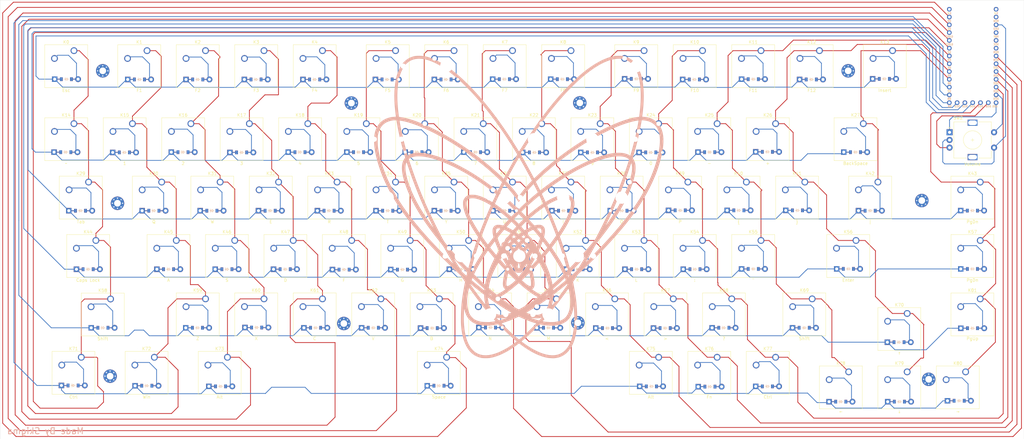
<source format=kicad_pcb>
(kicad_pcb (version 20240108) (generator "pcbnew") (generator_version "8.0")
  (layers (0 "F.Cu" signal) (31 "B.Cu" signal) (34 "B.Paste" user) (35 "F.Paste" user) (36 "B.SilkS" user "B.Silkscreen") (37 "F.SilkS" user "F.Silkscreen") (38 "B.Mask" user) (39 "F.Mask" user) (44 "Edge.Cuts" user))
  (net 0 "")
  (net 1 "/Row_0")
  (net 2 "/Row_1")
  (net 3 "/Row_2")
  (net 4 "/Row_3")
  (net 5 "/Row_4")
  (net 6 "/Row_5")
  (net 7 "/Col_0")
  (net 8 "/Col_1")
  (net 9 "/Col_2")
  (net 10 "/Col_3")
  (net 11 "/Col_4")
  (net 12 "/Col_5")
  (net 13 "/Col_6")
  (net 14 "/Col_7")
  (net 15 "/Col_8")
  (net 16 "/Col_9")
  (net 17 "/Col_10")
  (net 18 "/Col_11")
  (net 19 "/Col_12")
  (net 20 "/Col_13")
  (net 21 "Col-14")
  (net 22 "Net-Rotary-GND-1")
  (net 23 "Net-Rotary_C")
  (net 24 "Net-Rotary_B")
  (net 25 "Net-Rotary_A")
  (net 26 "Net-(D81-Pad2)")
  (net 27 "Net-(D80-Pad2)")
  (net 28 "Net-(D79-Pad2)")
  (net 29 "Net-(D78-Pad2)")
  (net 30 "Net-(D77-Pad2)")
  (net 31 "Net-(D76-Pad2)")
  (net 32 "Net-(D75-Pad2)")
  (net 33 "Net-(D74-Pad2)")
  (net 34 "Net-(D73-Pad2)")
  (net 35 "Net-(D72-Pad2)")
  (net 36 "Net-(D71-Pad2)")
  (net 37 "Net-(D70-Pad2)")
  (net 38 "Net-(D69-Pad2)")
  (net 39 "Net-(D68-Pad2)")
  (net 40 "Net-(D67-Pad2)")
  (net 41 "Net-(D66-Pad2)")
  (net 42 "Net-(D65-Pad2)")
  (net 43 "Net-(D64-Pad2)")
  (net 44 "Net-(D63-Pad2)")
  (net 45 "Net-(D62-Pad2)")
  (net 46 "Net-(D61-Pad2)")
  (net 47 "Net-(D60-Pad2)")
  (net 48 "Net-(D59-Pad2)")
  (net 49 "Net-(D58-Pad2)")
  (net 50 "Net-(D57-Pad2)")
  (net 51 "Net-(D56-Pad2)")
  (net 52 "Net-(D55-Pad2)")
  (net 53 "Net-(D54-Pad2)")
  (net 54 "Net-(D53-Pad2)")
  (net 55 "Net-(D52-Pad2)")
  (net 56 "Net-(D51-Pad2)")
  (net 57 "Net-(D50-Pad2)")
  (net 58 "Net-(D49-Pad2)")
  (net 59 "Net-(D48-Pad2)")
  (net 60 "Net-(D47-Pad2)")
  (net 61 "Net-(D46-Pad2)")
  (net 62 "Net-(D45-Pad2)")
  (net 63 "Net-(D44-Pad2)")
  (net 64 "Net-(D42-Pad2)")
  (net 65 "Net-(D41-Pad2)")
  (net 66 "Net-(D40-Pad2)")
  (net 67 "Net-(D39-Pad2)")
  (net 68 "Net-(D38-Pad2)")
  (net 69 "Net-(D37-Pad2)")
  (net 70 "Net-(D36-Pad2)")
  (net 71 "Net-(D35-Pad2)")
  (net 72 "Net-(D34-Pad2)")
  (net 73 "Net-(D33-Pad2)")
  (net 74 "Net-(D32-Pad2)")
  (net 75 "Net-(D31-Pad2)")
  (net 76 "Net-(D30-Pad2)")
  (net 77 "Net-(D29-Pad2)")
  (net 78 "Net-(D27-Pad2)")
  (net 79 "Net-(D26-Pad2)")
  (net 80 "Net-(D25-Pad2)")
  (net 81 "Net-(D24-Pad2)")
  (net 82 "Net-(D23-Pad2)")
  (net 83 "Net-(D22-Pad2)")
  (net 84 "Net-(D21-Pad2)")
  (net 85 "Net-(D20-Pad2)")
  (net 86 "Net-(D19-Pad2)")
  (net 87 "Net-(D18-Pad2)")
  (net 88 "Net-(D17-Pad2)")
  (net 89 "Net-(D16-Pad2)")
  (net 90 "Net-(D15-Pad2)")
  (net 91 "Net-(D14-Pad2)")
  (net 92 "Net-(D13-Pad2)")
  (net 93 "Net-(D12-Pad2)")
  (net 94 "Net-(D11-Pad2)")
  (net 95 "Net-(D10-Pad2)")
  (net 96 "Net-(D9-Pad2)")
  (net 97 "Net-(D8-Pad2)")
  (net 98 "Net-(D7-Pad2)")
  (net 99 "Net-(D6-Pad2)")
  (net 100 "Net-(D5-Pad2)")
  (net 101 "Net-(D4-Pad2)")
  (net 102 "Net-(D3-Pad2)")
  (net 103 "Net-(D2-Pad2)")
  (net 104 "Net-(D1-Pad2)")
  (net 105 "Net-(D0-Pad2)")
  (net 106 "Net-(D43-Pad2)")
  (footprint "Button_Switch_Keyboard:SW_Cherry_MX_1.00u_PCB" (layer "F.Cu") (at 74.15 55.2475)
    (property "Reference" "K0")
    (property "Value" "Esc")
  )
  (footprint "Button_Switch_Keyboard:SW_Cherry_MX_1.00u_PCB" (layer "F.Cu") (at 264.65 155.26)
    (property "Reference" "K75")
    (property "Value" "Alt")
  )
  (footprint "Button_Switch_Keyboard:SW_Cherry_MX_1.00u_PCB" (layer "F.Cu") (at 269.4125 136.21)
    (property "Reference" "K67")
    (property "Value" ">")
  )
  (footprint "Button_Switch_Keyboard:SW_Cherry_MX_1.00u_PCB" (layer "F.Cu") (at 117.0125 55.2475)
    (property "Reference" "K2")
    (property "Value" "F2")
  )
  (footprint "Button_Switch_Keyboard:SW_Cherry_MX_1.00u_PCB" (layer "F.Cu") (at 202.7375 117.16)
    (property "Reference" "K50")
    (property "Value" "H")
  )
  (footprint "ComboDiode" (layer "F.Cu") (at 252.675 107.45)
    (property "Reference" "D38" (hide yes))
    (property "Value" "" (hide yes))
  )
  (footprint "Button_Switch_Keyboard:SW_Cherry_MX_1.00u_PCB" (layer "F.Cu") (at 283.7 79.06)
    (property "Reference" "K25")
    (property "Value" "-")
  )
  (footprint "ComboDiode" (layer "F.Cu") (at 295.475 64.55)
    (property "Reference" "D11" (hide yes))
    (property "Value" "" (hide yes))
  )
  (footprint "MountingHole_2.2mm_M2_Pad_Via" (layer "F.Cu") (at 352.625 162.45)
    (property "Reference" "_5" (hide yes))
    (property "Value" "")
  )
  (footprint "ComboDiode" (layer "F.Cu") (at 121.916389 164.743788)
    (property "Reference" "D73" (hide yes))
    (property "Value" "" (hide yes))
  )
  (footprint "Button_Switch_Keyboard:SW_Cherry_MX_1.00u_PCB" (layer "F.Cu") (at 164.6375 117.16)
    (property "Reference" "K48")
    (property "Value" "F")
  )
  (footprint "Button_Switch_Keyboard:SW_Cherry_MX_1.00u_PCB" (layer "F.Cu") (at 150.35 79.06)
    (property "Reference" "K18")
    (property "Value" "4")
  )
  (footprint "Button_Switch_Keyboard:SW_Cherry_MX_1.00u_PCB" (layer "F.Cu") (at 278.9375 55.2475)
    (property "Reference" "K10")
    (property "Value" "F10")
  )
  (footprint "ComboDiode" (layer "F.Cu") (at 133.475 64.65)
    (property "Reference" "D3" (hide yes))
    (property "Value" "" (hide yes))
  )
  (footprint "ComboDiode" (layer "F.Cu") (at 343.075 169.75)
    (property "Reference" "D79" (hide yes))
    (property "Value" "" (hide yes))
  )
  (footprint "ComboDiode" (layer "F.Cu") (at 243.075 88.45)
    (property "Reference" "D23" (hide yes))
    (property "Value" "" (hide yes))
  )
  (footprint "Button_Switch_Keyboard:SW_Cherry_MX_1.00u_PCB" (layer "F.Cu") (at 369.425 117.16)
    (property "Reference" "K57")
    (property "Value" "PgDn")
  )
  (footprint "Button_Switch_Keyboard:SW_Cherry_MX_1.00u_PCB" (layer "F.Cu") (at 255.125 98.11)
    (property "Reference" "K38")
    (property "Value" "O")
  )
  (footprint "Button_Switch_Keyboard:SW_Cherry_MX_1.00u_PCB" (layer "F.Cu") (at 93.2 79.06)
    (property "Reference" "K15")
    (property "Value" "1")
  )
  (footprint "Button_Switch_Keyboard:SW_Cherry_MX_6.25u_PCB" (layer "F.Cu") (at 195.575 155.25)
    (property "Reference" "K74")
    (property "Value" "Space")
  )
  (footprint "Button_Switch_Keyboard:SW_Cherry_MX_1.00u_PCB" (layer "F.Cu") (at 193.2125 136.21)
    (property "Reference" "K63")
    (property "Value" "B")
  )
  (footprint "ComboDiode" (layer "F.Cu") (at 71.475 88.35)
    (property "Reference" "D14" (hide yes))
    (property "Value" "" (hide yes))
  )
  (footprint "Button_Switch_Keyboard:SW_Cherry_MX_1.00u_PCB" (layer "F.Cu") (at 140.825 98.11)
    (property "Reference" "K32")
    (property "Value" "E")
  )
  (footprint "Button_Switch_Keyboard:SW_Cherry_MX_1.00u_PCB" (layer "F.Cu") (at 188.45 79.06)
    (property "Reference" "K20")
    (property "Value" "6")
  )
  (footprint "ComboDiode" (layer "F.Cu") (at 128.775 88.45)
    (property "Reference" "D17" (hide yes))
    (property "Value" "" (hide yes))
  )
  (footprint "ComboDiode" (layer "F.Cu") (at 342.975 150.35)
    (property "Reference" "D70" (hide yes))
    (property "Value" "" (hide yes))
  )
  (footprint "Button_Switch_Keyboard:SW_Cherry_MX_1.00u_PCB" (layer "F.Cu") (at 326.5625 160.0225)
    (property "Reference" "K78")
    (property "Value" "←")
  )
  (footprint "ComboDiode" (layer "F.Cu") (at 281.347046 164.851682)
    (property "Reference" "D76" (hide yes))
    (property "Value" "" (hide yes))
  )
  (footprint "Button_Switch_Keyboard:SW_Cherry_MX_1.00u_PCB" (layer "F.Cu") (at 174.1625 136.21)
    (property "Reference" "K62")
    (property "Value" "V")
  )
  (footprint "ComboDiode" (layer "F.Cu") (at 152.875 145.65)
    (property "Reference" "D61" (hide yes))
    (property "Value" "" (hide yes))
  )
  (footprint "ComboDiode" (layer "F.Cu") (at 95.475 64.65)
    (property "Reference" "D1" (hide yes))
    (property "Value" "" (hide yes))
  )
  (footprint "ComboDiode" (layer "F.Cu") (at 181.175 126.65)
    (property "Reference" "D49" (hide yes))
    (property "Value" "" (hide yes))
  )
  (footprint "MountingHole_2.2mm_M2_Pad_Via" (layer "F.Cu") (at 350.383274 104.141726)
    (property "Reference" "_5" (hide yes))
    (property "Value" "")
  )
  (footprint "MountingHole_2.2mm_M2_Pad_Via" (layer "F.Cu") (at 238.333274 144.016726)
    (property "Reference" "_5" (hide yes))
    (property "Value" "")
  )
  (footprint "Button_Switch_Keyboard:SW_Cherry_MX_1.00u_PCB" (layer "F.Cu") (at 259.8875 117.16)
    (property "Reference" "K53")
    (property "Value" "L")
  )
  (footprint "Button_Switch_Keyboard:SW_Cherry_MX_2.25u_PCB" (layer "F.Cu") (at 328.945 117.16)
    (property "Reference" "K56")
    (property "Value" "Enter")
  )
  (footprint "ComboDiode" (layer "F.Cu") (at 233.275 64.55)
    (property "Reference" "D8" (hide yes))
    (property "Value" "" (hide yes))
  )
  (footprint "Button_Switch_Keyboard:SW_Cherry_MX_1.00u_PCB" (layer "F.Cu") (at 217.025 55.2475)
    (property "Reference" "K7")
    (property "Value" "F7")
  )
  (footprint "ComboDiode" (layer "F.Cu") (at 233.675 107.45)
    (property "Reference" "D37" (hide yes))
    (property "Value" "" (hide yes))
  )
  (footprint "Button_Switch_Keyboard:SW_Cherry_MX_1.00u_PCB" (layer "F.Cu") (at 207.5 79.06)
    (property "Reference" "K21")
    (property "Value" "7")
  )
  (footprint "ComboDiode" (layer "F.Cu") (at 300.075 164.75)
    (property "Reference" "D77" (hide yes))
    (property "Value" "" (hide yes))
  )
  (footprint "Button_Switch_Keyboard:SW_Cherry_MX_1.00u_PCB" (layer "F.Cu") (at 197.975 55.2475)
    (property "Reference" "K6")
    (property "Value" "F6")
  )
  (footprint "ComboDiode" (layer "F.Cu") (at 152.575 64.65)
    (property "Reference" "D4" (hide yes))
    (property "Value" "" (hide yes))
  )
  (footprint "Button_Switch_Keyboard:SW_Cherry_MX_1.00u_PCB" (layer "F.Cu") (at 178.925 98.11)
    (property "Reference" "K34")
    (property "Value" "T")
  )
  (footprint "ComboDiode" (layer "F.Cu") (at 326.458757 126.433621)
    (property "Reference" "D56" (hide yes))
    (property "Value" "" (hide yes))
  )
  (footprint "ComboDiode" (layer "F.Cu") (at 171.675 145.65)
    (property "Reference" "D62" (hide yes))
    (property "Value" "" (hide yes))
  )
  (footprint "Button_Switch_Keyboard:SW_Cherry_MX_1.00u_PCB" (layer "F.Cu") (at 345.6125 160.0225)
    (property "Reference" "K79")
    (property "Value" "↓")
  )
  (footprint "ComboDiode" (layer "F.Cu") (at 200.275 126.55)
    (property "Reference" "D50" (hide yes))
    (property "Value" "" (hide yes))
  )
  (footprint "ComboDiode" (layer "F.Cu") (at 366.875 126.45)
    (property "Reference" "D57" (hide yes))
    (property "Value" "" (hide yes))
  )
  (footprint "Button_Switch_Keyboard:SW_Cherry_MX_1.00u_PCB" (layer "F.Cu") (at 297.9875 117.16)
    (property "Reference" "K55")
    (property "Value" "\"")
  )
  (footprint "ComboDiode" (layer "F.Cu") (at 157.275 107.45)
    (property "Reference" "D33" (hide yes))
    (property "Value" "" (hide yes))
  )
  (footprint "ComboDiode" (layer "F.Cu") (at 228.775 145.65)
    (property "Reference" "D65" (hide yes))
    (property "Value" "" (hide yes))
  )
  (footprint "Button_Switch_Keyboard:SW_Cherry_MX_1.00u_PCB" (layer "F.Cu") (at 364.6625 160.0225)
    (property "Reference" "K80")
    (property "Value" "→")
  )
  (footprint "ComboDiode" (layer "F.Cu") (at 176.175 64.65)
    (property "Reference" "D5" (hide yes))
    (property "Value" "" (hide yes))
  )
  (footprint "Button_Switch_Keyboard:SW_Cherry_MX_1.00u_PCB" (layer "F.Cu") (at 107.4875 117.16)
    (property "Reference" "K45")
    (property "Value" "A")
  )
  (footprint "Button_Switch_Keyboard:SW_Cherry_MX_1.00u_PCB" (layer "F.Cu") (at 221.7875 117.16)
    (property "Reference" "K51")
    (property "Value" "J")
  )
  (footprint "ComboDiode" (layer "F.Cu") (at 193.065 164.55)
    (property "Reference" "D74" (hide yes))
    (property "Value" "" (hide yes))
  )
  (footprint "ComboDiode" (layer "F.Cu") (at 100.175 107.45)
    (property "Reference" "D30" (hide yes))
    (property "Value" "" (hide yes))
  )
  (footprint "ComboDiode" (layer "F.Cu") (at 76.275 107.45)
    (property "Reference" "D29" (hide yes))
    (property "Value" "" (hide yes))
  )
  (footprint "ComboDiode" (layer "F.Cu") (at 73.875 164.45)
    (property "Reference" "D71" (hide yes))
    (property "Value" "" (hide yes))
  )
  (footprint "Button_Switch_Keyboard:SW_Cherry_MX_1.00u_PCB" (layer "F.Cu") (at 117.0125 136.21)
    (property "Reference" "K59")
    (property "Value" "Z")
  )
  (footprint "MountingHole_2.2mm_M2_Pad_Via" (layer "F.Cu") (at 326.4 61.825)
    (property "Reference" "_5" (hide yes))
    (property "Value" "")
  )
  (footprint "ComboDiode" (layer "F.Cu") (at 295.475 126.45)
    (property "Reference" "D55" (hide yes))
    (property "Value" "" (hide yes))
  )
  (footprint "ComboDiode" (layer "F.Cu") (at 214.375 64.55)
    (property "Reference" "D7" (hide yes))
    (property "Value" "" (hide yes))
  )
  (footprint "Button_Switch_Keyboard:SW_Cherry_MX_1.00u_PCB" (layer "F.Cu") (at 212.2625 136.21)
    (property "Reference" "K64")
    (property "Value" "N")
  )
  (footprint "Button_Switch_Keyboard:SW_Cherry_MX_1.00u_PCB" (layer "F.Cu") (at 145.5875 117.16)
    (property "Reference" "K47")
    (property "Value" "D")
  )
  (footprint "Button_Switch_Keyboard:SW_Cherry_MX_1.00u_PCB" (layer "F.Cu") (at 369.415 136.22)
    (property "Reference" "K81")
    (property "Value" "PgUp")
  )
  (footprint "Button_Switch_Keyboard:SW_Cherry_MX_1.00u_PCB" (layer "F.Cu") (at 155.1125 136.21)
    (property "Reference" "K61")
    (property "Value" "C")
  )
  (footprint "Button_Switch_Keyboard:SW_Cherry_MX_1.00u_PCB" (layer "F.Cu") (at 74.15 79.06)
    (property "Reference" "K14")
    (property "Value" "~")
  )
  (footprint "ComboDiode" (layer "F.Cu") (at 185.875 88.35)
    (property "Reference" "D20" (hide yes))
    (property "Value" "" (hide yes))
  )
  (footprint "Button_Switch_Keyboard:SW_Cherry_MX_1.00u_PCB" (layer "F.Cu") (at 155.1125 55.2475)
    (property "Reference" "K4")
    (property "Value" "F4")
  )
  (footprint "ComboDiode" (layer "F.Cu") (at 219.275 126.55)
    (property "Reference" "D51" (hide yes))
    (property "Value" "" (hide yes))
  )
  (footprint "ComboDiode" (layer "F.Cu") (at 114.375 145.65)
    (property "Reference" "D59" (hide yes))
    (property "Value" "" (hide yes))
  )
  (footprint "Button_Switch_Keyboard:SW_Cherry_MX_1.00u_PCB" (layer "F.Cu") (at 236.075 55.2475)
    (property "Reference" "K8")
    (property "Value" "F8")
  )
  (footprint "ComboDiode" (layer "F.Cu") (at 214.475 107.45)
    (property "Reference" "D36" (hide yes))
    (property "Value" "" (hide yes))
  )
  (footprint "Button_Switch_Keyboard:SW_Cherry_MX_1.25u_PCB" (layer "F.Cu") (at 124.15625 155.26)
    (property "Reference" "K73")
    (property "Value" "Alt")
  )
  (footprint "ComboDiode" (layer "F.Cu") (at 262.275 164.75)
    (property "Reference" "D75" (hide yes))
    (property "Value" "" (hide yes))
  )
  (footprint "Button_Switch_Keyboard:SW_Cherry_MX_1.00u_PCB" (layer "F.Cu") (at 297.9875 55.2475)
    (property "Reference" "K11")
    (property "Value" "F11")
  )
  (footprint "ComboDiode" (layer "F.Cu") (at 333.566043 107.441219)
    (property "Reference" "D42" (hide yes))
    (property "Value" "" (hide yes))
  )
  (footprint "ComboDiode" (layer "F.Cu") (at 162.175 126.65)
    (property "Reference" "D48" (hide yes))
    (property "Value" "" (hide yes))
  )
  (footprint "Button_Switch_Keyboard:SW_Cherry_MX_1.00u_PCB" (layer "F.Cu") (at 226.55 79.06)
    (property "Reference" "K22")
    (property "Value" "8")
  )
  (footprint "ComboDiode" (layer "F.Cu") (at 90.575 88.45)
    (property "Reference" "D15" (hide yes))
    (property "Value" "" (hide yes))
  )
  (footprint "Button_Switch_Keyboard:SW_Cherry_MX_1.00u_PCB" (layer "F.Cu") (at 345.6125 140.9725)
    (property "Reference" "K70")
    (property "Value" "↑")
  )
  (footprint "Button_Switch_Keyboard:SW_Cherry_MX_1.00u_PCB" (layer "F.Cu") (at 278.9375 117.16)
    (property "Reference" "K54")
    (property "Value" ":")
  )
  (footprint "Button_Switch_Keyboard:SW_Cherry_MX_1.00u_PCB" (layer "F.Cu") (at 240.8375 117.16)
    (property "Reference" "K52")
    (property "Value" "K")
  )
  (footprint "Button_Switch_Keyboard:SW_Cherry_MX_1.00u_PCB" (layer "F.Cu") (at 136.0625 55.2475)
    (property "Reference" "K3")
    (property "Value" "F3")
  )
  (footprint "ComboDiode" (layer "F.Cu") (at 195.375 107.45)
    (property "Reference" "D35" (hide yes))
    (property "Value" "" (hide yes))
  )
  (footprint "Button_Switch_Keyboard:SW_Cherry_MX_1.00u_PCB" (layer "F.Cu") (at 178.925 55.2475)
    (property "Reference" "K5")
    (property "Value" "F5")
  )
  (footprint "Button_Switch_Keyboard:SW_Cherry_MX_1.00u_PCB" (layer "F.Cu") (at 302.75 79.06)
    (property "Reference" "K26")
    (property "Value" "+")
  )
  (footprint "ComboDiode" (layer "F.Cu") (at 195.375 64.65)
    (property "Reference" "D6" (hide yes))
    (property "Value" "" (hide yes))
  )
  (footprint "Button_Switch_Keyboard:SW_Cherry_MX_1.00u_PCB" (layer "F.Cu") (at 288.4625 136.21)
    (property "Reference" "K68")
    (property "Value" "?")
  )
  (footprint "MountingHole_2.2mm_M2_Pad_Via" (layer "F.Cu") (at 88.325 105.025)
    (property "Reference" "_5" (hide yes))
    (property "Value" "")
  )
  (footprint "Button_Switch_Keyboard:SW_Cherry_MX_1.00u_PCB" (layer "F.Cu") (at 136.0625 136.21)
    (property "Reference" "K60")
    (property "Value" "X")
  )
  (footprint "ComboDiode" (layer "F.Cu") (at 176.375 107.45)
    (property "Reference" "D34" (hide yes))
    (property "Value" "" (hide yes))
  )
  (footprint "Button_Switch_Keyboard:SW_Cherry_MX_1.00u_PCB" (layer "F.Cu") (at 183.6875 117.16)
    (property "Reference" "K49")
    (property "Value" "G")
  )
  (footprint "ComboDiode" (layer "F.Cu") (at 224.175 88.45)
    (property "Reference" "D22" (hide yes))
    (property "Value" "" (hide yes))
  )
  (footprint "ComboDiode" (layer "F.Cu") (at 276.475 126.55)
    (property "Reference" "D54" (hide yes))
    (property "Value" "" (hide yes))
  )
  (footprint "ComboDiode" (layer "F.Cu") (at 209.875 145.55)
    (property "Reference" "D64" (hide yes))
    (property "Value" "" (hide yes))
  )
  (footprint "Button_Switch_Keyboard:SW_Cherry_MX_1.00u_PCB" (layer "F.Cu") (at 245.6 79.06)
    (property "Reference" "K23")
    (property "Value" "9")
  )
  (footprint "Button_Switch_Keyboard:SW_Cherry_MX_1.75u_PCB" (layer "F.Cu") (at 314.65625 136.21)
    (property "Reference" "K69")
    (property "Value" "Shift")
  )
  (footprint "ComboDiode" (layer "F.Cu") (at 323.975 169.75)
    (property "Reference" "D78" (hide yes))
    (property "Value" "" (hide yes))
  )
  (footprint "ComboDiode" (layer "F.Cu") (at 78.775 126.55)
    (property "Reference" "D44" (hide yes))
    (property "Value" "" (hide yes))
  )
  (footprint "Button_Switch_Keyboard:SW_Cherry_MX_1.00u_PCB" (layer "F.Cu") (at 250.3625 136.21)
    (property "Reference" "K66")
    (property "Value" "<")
  )
  (footprint "ComboDiode" (layer "F.Cu") (at 309.875 107.35)
    (property "Reference" "D41" (hide yes))
    (property "Value" "" (hide yes))
  )
  (footprint "MountingHole_2.2mm_M2_Pad_Via" (layer "F.Cu") (at 83.525 61.825)
    (property "Reference" "_5" (hide yes))
    (property "Value" "")
  )
  (footprint "Button_Switch_Keyboard:SW_Cherry_MX_1.00u_PCB" (layer "F.Cu") (at 274.175 98.11)
    (property "Reference" "K39")
    (property "Value" "P")
  )
  (footprint "MountingHole_2.2mm_M2_Pad_Via" (layer "F.Cu") (at 162.075 144.25)
    (property "Reference" "_5" (hide yes))
    (property "Value" "")
  )
  (footprint "ComboDiode" (layer "F.Cu") (at 166.875 88.35)
    (property "Reference" "D19" (hide yes))
    (property "Value" "" (hide yes))
  )
  (footprint "ComboDiode" (layer "F.Cu") (at 262.075 88.45)
    (property "Reference" "D24" (hide yes))
    (property "Value" "" (hide yes))
  )
  (footprint "ComboDiode" (layer "F.Cu") (at 328.775 88.35)
    (property "Reference" "D27" (hide yes))
    (property "Value" "" (hide yes))
  )
  (footprint "ComboDiode" (layer "F.Cu") (at 83.575 145.65)
    (property "Reference" "D58" (hide yes))
    (property "Value" "" (hide yes))
  )
  (footprint "ComboDiode" (layer "F.Cu") (at 257.475 126.55)
    (property "Reference" "D53" (hide yes))
    (property "Value" "" (hide yes))
  )
  (footprint "Button_Switch_Keyboard:SW_Cherry_MX_1.00u_PCB" (layer "F.Cu") (at 236.075 98.11)
    (property "Reference" "K37")
    (property "Value" "I")
  )
  (footprint "ComboDiode" (layer "F.Cu") (at 276.275 64.65)
    (property "Reference" "D10" (hide yes))
    (property "Value" "" (hide yes))
  )
  (footprint "ComboDiode" (layer "F.Cu") (at 300.075 88.25)
    (property "Reference" "D26" (hide yes))
    (property "Value" "" (hide yes))
  )
  (footprint "Button_Switch_Keyboard:SW_Cherry_MX_1.50u_PCB" (layer "F.Cu") (at 78.9125 98.11)
    (property "Reference" "K29")
    (property "Value" "Tab")
  )
  (footprint "ComboDiode" (layer "F.Cu") (at 238.375 126.55)
    (property "Reference" "D52" (hide yes))
    (property "Value" "" (hide yes))
  )
  (footprint "ComboDiode" (layer "F.Cu") (at 138.075 107.45)
    (property "Reference" "D32" (hide yes))
    (property "Value" "" (hide yes))
  )
  (footprint "Button_Switch_Keyboard:SW_Cherry_MX_1.00u_PCB" (layer "F.Cu") (at 121.775 98.11)
    (property "Reference" "K31")
    (property "Value" "W")
  )
  (footprint "ComboDiode" (layer "F.Cu") (at 257.375 64.45)
    (property "Reference" "D9" (hide yes))
    (property "Value" "" (hide yes))
  )
  (footprint "ComboDiode" (layer "F.Cu") (at 247.975 145.75)
    (property "Reference" "D66" (hide yes))
    (property "Value" "" (hide yes))
  )
  (footprint "ComboDiode" (layer "F.Cu") (at 290.775 107.35)
    (property "Reference" "D40" (hide yes))
    (property "Value" "" (hide yes))
  )
  (footprint "ComboDiode" (layer "F.Cu") (at 114.475 64.65)
    (property "Reference" "D2" (hide yes))
    (property "Value" "" (hide yes))
  )
  (footprint "ComboDiode" (layer "F.Cu") (at 312.075 145.65)
    (property "Reference" "D69" (hide yes))
    (property "Value" "" (hide yes))
  )
  (footprint "MountingHole_2.2mm_M2_Pad_Via" (layer "F.Cu") (at 85.925 161.425)
    (property "Reference" "_5" (hide yes))
    (property "Value" "")
  )
  (footprint "ComboDiode" (layer "F.Cu") (at 190.875 145.75)
    (property "Reference" "D63" (hide yes))
    (property "Value" "" (hide yes))
  )
  (footprint "ComboDiode" (layer "F.Cu") (at 133.675 145.55)
    (property "Reference" "D60" (hide yes))
    (property "Value" "" (hide yes))
  )
  (footprint "Button_Switch_Keyboard:SW_Cherry_MX_1.25u_PCB" (layer "F.Cu") (at 100.34375 155.26)
    (property "Reference" "K72")
    (property "Value" "Win")
  )
  (footprint "Button_Switch_Keyboard:SW_Cherry_MX_1.75u_PCB" (layer "F.Cu") (at 81.29375 117.16)
    (property "Reference" "K44")
    (property "Value" "Caps Lock")
  )
  (footprint "Button_Switch_Keyboard:SW_Cherry_MX_1.00u_PCB" (layer "F.Cu") (at 126.5375 117.16)
    (property "Reference" "K46")
    (property "Value" "S")
  )
  (footprint "Button_Switch_Keyboard:SW_Cherry_MX_1.00u_PCB" (layer "F.Cu") (at 217.025 98.11)
    (property "Reference" "K36")
    (property "Value" "U")
  )
  (footprint "Button_Switch_Keyboard:SW_Cherry_MX_1.00u_PCB" (layer "F.Cu") (at 312.275 98.11)
    (property "Reference" "K41")
    (property "Value" "}")
  )
  (footprint "ComboDiode" (layer "F.Cu") (at 71.675 64.55)
    (property "Reference" "D0" (hide yes))
    (property "Value" "" (hide yes))
  )
  (footprint "Button_Switch_Keyboard:SW_Cherry_MX_1.00u_PCB" (layer "F.Cu") (at 159.875 98.11)
    (property "Reference" "K33")
    (property "Value" "R")
  )
  (footprint "Button_Switch_Keyboard:SW_Cherry_MX_1.00u_PCB" (layer "F.Cu") (at 169.4 79.06)
    (property "Reference" "K19")
    (property "Value" "5")
  )
  (footprint "ComboDiode" (layer "F.Cu") (at 104.975 126.55)
    (property "Reference" "D45" (hide yes))
    (property "Value" "" (hide yes))
  )
  (footprint "Button_Switch_Keyboard:SW_Cherry_MX_1.00u_PCB" (layer "F.Cu") (at 293.225 98.11)
    (property "Reference" "K40")
    (property "Value" "{")
  )
  (footprint "ComboDiode" (layer "F.Cu") (at 147.775 88.35)
    (property "Reference" "D18" (hide yes))
    (property "Value" "" (hide yes))
  )
  (footprint "ComboDiode" (layer "F.Cu") (at 142.975 126.55)
    (property "Reference" "D47" (hide yes))
    (property "Value" "" (hide yes))
  )
  (footprint "ComboDiode" (layer "F.Cu") (at 119.075 107.45)
    (property "Reference" "D31" (hide yes))
    (property "Value" "" (hide yes))
  )
  (footprint "MountingHole_2.2mm_M2_Pad_Via" (layer "F.Cu") (at 164.533274 72.341726)
    (property "Reference" "_5" (hide yes))
    (property "Value" "")
  )
  (footprint "Button_Switch_Keyboard:SW_Cherry_MX_1.00u_PCB" (layer "F.Cu") (at 112.25 79.06)
    (property "Reference" "K16")
    (property "Value" "2")
  )
  (footprint "Rotary_Encoder:RotaryEncoder_Alps_EC11E-Switch_Vertical_H20mm" (layer "F.Cu") (at 359.425 81.875)
    (property "Reference" "SW2")
    (property "Value" "Volume")
  )
  (footprint "Button_Switch_Keyboard:SW_Cherry_MX_1.00u_PCB" (layer "F.Cu") (at 317.0375 55.2475)
    (property "Reference" "K12")
    (property "Value" "F12")
  )
  (footprint "Button_Switch_Keyboard:SW_Cherry_MX_1.00u_PCB" (layer "F.Cu") (at 97.9625 55.2475)
    (property "Reference" "K1")
    (property "Value" "F1")
  )
  (footprint "ComboDiode" (layer "F.Cu") (at 109.675 88.35)
    (property "Reference" "D16" (hide yes))
    (property "Value" "" (hide yes))
  )
  (footprint "ComboDiode" (layer "F.Cu") (at 271.675 107.35)
    (property "Reference" "D39" (hide yes))
    (property "Value" "" (hide yes))
  )
  (footprint "Button_Switch_Keyboard:SW_Cherry_MX_1.00u_PCB" (layer "F.Cu") (at 231.3125 136.21)
    (property "Reference" "K65")
    (property "Value" "M")
  )
  (footprint "Button_Switch_Keyboard:SW_Cherry_MX_1.25u_PCB" (layer "F.Cu") (at 76.53125 155.26)
    (property "Reference" "K71")
    (property "Value" "Ctrl")
  )
  (footprint "Button_Switch_Keyboard:SW_Cherry_MX_1.00u_PCB" (layer "F.Cu") (at 197.975 98.11)
    (property "Reference" "K35")
    (property "Value" "Y")
  )
  (footprint "MountingHole_2.2mm_M2_Pad_Via" (layer "F.Cu") (at 238.958274 72.291726)
    (property "Reference" "_5" (hide yes))
    (property "Value" "")
  )
  (footprint "Button_Switch_Keyboard:SW_Cherry_MX_1.00u_PCB" (layer "F.Cu") (at 102.725 98.11)
    (property "Reference" "K30")
    (property "Value" "Q")
  )
  (footprint "ComboDiode" (layer "F.Cu") (at 314.375 64.65)
    (property "Reference" "D12" (hide yes))
    (property "Value" "" (hide yes))
  )
  (footprint "ComboDiode" (layer "F.Cu") (at 204.975 88.35)
    (property "Reference" "D21" (hide yes))
    (property "Value" "" (hide yes))
  )
  (footprint "42keebs:PinHeader_2x13+5_P2.54mm_Vertical_Frood" (layer "F.Cu") (at 366.965 41.7415)
    (property "Reference" "U1" (hide yes))
    (property "Value" "Frood" (hide yes))
  )
  (footprint "Button_Switch_Keyboard:SW_Cherry_MX_1.00u_PCB" (layer "F.Cu") (at 259.8875 55.2475)
    (property "Reference" "K9")
    (property "Value" "F9")
  )
  (footprint "ComboDiode" (layer "F.Cu") (at 123.975 126.55)
    (property "Reference" "D46" (hide yes))
    (property "Value" "" (hide yes))
  )
  (footprint "Button_Switch_Keyboard:SW_Cherry_MX_1.00u_PCB" (layer "F.Cu") (at 340.85 55.2475)
    (property "Reference" "K13")
    (property "Value" "Insert")
  )
  (footprint "Button_Switch_Keyboard:SW_Cherry_MX_2.25u_PCB" (layer "F.Cu") (at 86.075 136.25)
    (property "Reference" "K58")
    (property "Value" "Shift")
  )
  (footprint "ComboDiode" (layer "F.Cu") (at 366.905 145.8)
    (property "Reference" "D81" (hide yes))
    (property "Value" "" (hide yes))
  )
  (footprint "ComboDiode" (layer "F.Cu") (at 281.275 88.35)
    (property "Reference" "D25" (hide yes))
    (property "Value" "" (hide yes))
  )
  (footprint "Button_Switch_Keyboard:SW_Cherry_MX_1.00u_PCB" (layer "F.Cu") (at 302.75 155.26)
    (property "Reference" "K77")
    (property "Value" "Ctrl")
  )
  (footprint "Button_Switch_Keyboard:SW_Cherry_MX_1.00u_PCB" (layer "F.Cu") (at 131.3 79.06)
    (property "Reference" "K17")
    (property "Value" "3")
  )
  (footprint "ComboDiode" (layer "F.Cu") (at 285.875 145.65)
    (property "Reference" "D68" (hide yes))
    (property "Value" "" (hide yes))
  )
  (footprint "ComboDiode" (layer "F.Cu") (at 366.865 107.41)
    (property "Reference" "D43" (hide yes))
    (property "Value" "" (hide yes))
  )
  (footprint "ComboDiode" (layer "F.Cu") (at 266.775 145.75)
    (property "Reference" "D67" (hide yes))
    (property "Value" "" (hide yes))
  )
  (footprint "Button_Switch_Keyboard:SW_Cherry_MX_1.00u_PCB" (layer "F.Cu") (at 283.7 155.26)
    (property "Reference" "K76")
    (property "Value" "Fn")
  )
  (footprint "Button_Switch_Keyboard:SW_Cherry_MX_2.00u_PCB" (layer "F.Cu") (at 331.325 79.06)
    (property "Reference" "K27")
    (property "Value" "BackSpace")
  )
  (footprint "ComboDiode" (layer "F.Cu") (at 97.875 164.55)
    (property "Reference" "D72" (hide yes))
    (property "Value" "" (hide yes))
  )
  (footprint "Button_Switch_Keyboard:SW_Cherry_MX_1.00u_PCB" (layer "F.Cu") (at 264.65 79.06)
    (property "Reference" "K24")
    (property "Value" "0")
  )
  (footprint "Button_Switch_Keyboard:SW_Cherry_MX_1.50u_PCB" (layer "F.Cu") (at 336.0875 98.11)
    (property "Reference" "K42")
    (property "Value" "|")
  )
  (footprint "Button_Switch_Keyboard:SW_Cherry_MX_1.00u_PCB" (layer "F.Cu") (at 369.415 98.12)
    (property "Reference" "K43")
    (property "Value" "PgDn")
  )
  (footprint "ComboDiode" (layer "F.Cu") (at 338.175 64.45)
    (property "Reference" "D13" (hide yes))
    (property "Value" "" (hide yes))
  )
  (footprint "ComboDiode" (layer "F.Cu") (at 362.565 169.45)
    (property "Reference" "D80" (hide yes))
    (property "Value" "" (hide yes))
  )
  (footprint "Logos:Logo_big" (layer "B.Cu") (at 219.25 106.25 180)
    (property "Reference" "" (hide yes))
    (property "Value" "LOGO" (hide yes))
  )
  (gr_line (start 383.675 181.95) (end 50.075 181.95) (stroke (width 0.05)) (layer "Edge.Cuts"))
  (gr_line (start 383.675 38.75) (end 383.675 181.95) (stroke (width 0.05)) (layer "Edge.Cuts"))
  (gr_line (start 50.075 38.75) (end 383.675 38.75) (stroke (width 0.05)) (layer "Edge.Cuts"))
  (gr_line (start 50.075 181.95) (end 50.075 38.75) (stroke (width 0.05)) (layer "Edge.Cuts"))
  (gr_text "Made By Skigma" (at 77.525 180.475 0) (layer "B.SilkS") (effects (font (size 2 2) (thickness 0.3)) (justify left bottom mirror)))
  (segment (start 320.165 169.75) (end 322.325 169.75) (width 0.25) (layer "F.Cu") (net 1))
  (segment (start 70.065 164.45) (end 72.225 164.45) (width 0.25) (layer "F.Cu") (net 1))
  (segment (start 94.065 164.55) (end 96.225 164.55) (width 0.25) (layer "F.Cu") (net 1))
  (segment (start 277.537046 164.851682) (end 279.697046 164.851682) (width 0.25) (layer "F.Cu") (net 1))
  (segment (start 339.265 169.75) (end 341.425 169.75) (width 0.25) (layer "F.Cu") (net 1))
  (segment (start 118.106389 164.743788) (end 120.266389 164.743788) (width 0.25) (layer "F.Cu") (net 1))
  (segment (start 358.755 169.45) (end 360.915 169.45) (width 0.25) (layer "F.Cu") (net 1))
  (segment (start 296.265 164.75) (end 298.425 164.75) (width 0.25) (layer "F.Cu") (net 1))
  (segment (start 260.625 164.75) (end 258.465 164.75) (width 0.25) (layer "F.Cu") (net 1))
  (segment (start 189.255 164.55) (end 191.415 164.55) (width 0.25) (layer "F.Cu") (net 1))
  (segment (start 341.365 171.85) (end 354.875 171.85) (width 0.25) (layer "B.Cu") (net 1))
  (segment (start 56.675 44.15) (end 347.575 44.15) (width 0.25) (layer "B.Cu") (net 1))
  (segment (start 277.537046 164.851682) (end 279.697046 164.851682) (width 0.25) (layer "B.Cu") (net 1))
  (segment (start 279.735364 167.05) (end 293.965 167.05) (width 0.25) (layer "B.Cu") (net 1))
  (segment (start 258.435 164.72) (end 258.465 164.75) (width 0.25) (layer "B.Cu") (net 1))
  (segment (start 187.175 167.05) (end 189.255 164.97) (width 0.25) (layer "B.Cu") (net 1))
  (segment (start 94.065 164.55) (end 96.665 167.15) (width 0.25) (layer "B.Cu") (net 1))
  (segment (start 277.537046 164.851682) (end 279.735364 167.05) (width 0.25) (layer "B.Cu") (net 1))
  (segment (start 320.165 169.75) (end 322.265 171.85) (width 0.25) (layer "B.Cu") (net 1))
  (segment (start 94.065 164.55) (end 96.225 164.55) (width 0.25) (layer "B.Cu") (net 1))
  (segment (start 277.537046 164.887954) (end 277.537046 164.851682) (width 0.25) (layer "B.Cu") (net 1))
  (segment (start 260.665 166.95) (end 275.475 166.95) (width 0.25) (layer "B.Cu") (net 1))
  (segment (start 319.865 170.05) (end 320.165 169.75) (width 0.25) (layer "B.Cu") (net 1))
  (segment (start 357.275 169.45) (end 358.755 169.45) (width 0.25) (layer "B.Cu") (net 1))
  (segment (start 189.255 164.55) (end 189.275 164.55) (width 0.25) (layer "B.Cu") (net 1))
  (segment (start 118.106389 164.743788) (end 120.266389 164.743788) (width 0.25) (layer "B.Cu") (net 1))
  (segment (start 357.3 53.875) (end 357.3 65.775) (width 0.25) (layer "B.Cu") (net 1))
  (segment (start 136.535 167.06) (end 138.545 165.05) (width 0.25) (layer "B.Cu") (net 1))
  (segment (start 118.106389 164.743788) (end 118.168788 164.743788) (width 0.25) (layer "B.Cu") (net 1))
  (segment (start 275.475 166.95) (end 277.537046 164.887954) (width 0.25) (layer "B.Cu") (net 1))
  (segment (start 138.545 165.05) (end 149.455 165.05) (width 0.25) (layer "B.Cu") (net 1))
  (segment (start 313.175 166.95) (end 316.275 170.05) (width 0.25) (layer "B.Cu") (net 1))
  (segment (start 298.465 166.95) (end 313.175 166.95) (width 0.25) (layer "B.Cu") (net 1))
  (segment (start 151.455 167.05) (end 187.175 167.05) (width 0.25) (layer "B.Cu") (net 1))
  (segment (start 189.255 164.97) (end 189.255 164.55) (width 0.25) (layer "B.Cu") (net 1))
  (segment (start 358.6665 67.1415) (end 359.345 67.1415) (width 0.25) (layer "B.Cu") (net 1))
  (segment (start 296.265 164.75) (end 298.465 166.95) (width 0.25) (layer "B.Cu") (net 1))
  (segment (start 191.775 167.05) (end 237.145 167.05) (width 0.25) (layer "B.Cu") (net 1))
  (segment (start 258.465 164.75) (end 260.625 164.75) (width 0.25) (layer "B.Cu") (net 1))
  (segment (start 149.455 165.05) (end 151.455 167.05) (width 0.25) (layer "B.Cu") (net 1))
  (segment (start 358.755 169.45) (end 360.915 169.45) (width 0.25) (layer "B.Cu") (net 1))
  (segment (start 354.875 171.85) (end 357.275 169.45) (width 0.25) (layer "B.Cu") (net 1))
  (segment (start 258.465 164.75) (end 260.665 166.95) (width 0.25) (layer "B.Cu") (net 1))
  (segment (start 62.075 164.45) (end 54.575 156.95) (width 0.25) (layer "B.Cu") (net 1))
  (segment (start 237.145 167.05) (end 239.475 164.72) (width 0.25) (layer "B.Cu") (net 1))
  (segment (start 136.525 167.05) (end 136.535 167.06) (width 0.25) (layer "B.Cu") (net 1))
  (segment (start 339.265 169.75) (end 341.425 169.75) (width 0.25) (layer "B.Cu") (net 1))
  (segment (start 322.265 171.85) (end 337.275 171.85) (width 0.25) (layer "B.Cu") (net 1))
  (segment (start 293.965 167.05) (end 296.265 164.75) (width 0.25) (layer "B.Cu") (net 1))
  (segment (start 189.255 164.55) (end 191.415 164.55) (width 0.25) (layer "B.Cu") (net 1))
  (segment (start 357.3 65.775) (end 358.6665 67.1415) (width 0.25) (layer "B.Cu") (net 1))
  (segment (start 71.275 167.15) (end 91.465 167.15) (width 0.25) (layer "B.Cu") (net 1))
  (segment (start 320.165 169.75) (end 322.325 169.75) (width 0.25) (layer "B.Cu") (net 1))
  (segment (start 339.265 169.86) (end 339.265 169.75) (width 0.25) (layer "B.Cu") (net 1))
  (segment (start 189.275 164.55) (end 191.775 167.05) (width 0.25) (layer "B.Cu") (net 1))
  (segment (start 339.265 169.75) (end 341.365 171.85) (width 0.25) (layer "B.Cu") (net 1))
  (segment (start 70.065 164.45) (end 62.075 164.45) (width 0.25) (layer "B.Cu") (net 1))
  (segment (start 296.265 164.75) (end 298.425 164.75) (width 0.25) (layer "B.Cu") (net 1))
  (segment (start 347.575 44.15) (end 357.3 53.875) (width 0.25) (layer "B.Cu") (net 1))
  (segment (start 70.065 165.94) (end 71.275 167.15) (width 0.25) (layer "B.Cu") (net 1))
  (segment (start 337.275 171.85) (end 339.265 169.86) (width 0.25) (layer "B.Cu") (net 1))
  (segment (start 91.465 167.15) (end 94.065 164.55) (width 0.25) (layer "B.Cu") (net 1))
  (segment (start 70.065 164.45) (end 72.225 164.45) (width 0.25) (layer "B.Cu") (net 1))
  (segment (start 96.665 167.15) (end 115.575 167.15) (width 0.25) (layer "B.Cu") (net 1))
  (segment (start 316.275 170.05) (end 319.865 170.05) (width 0.25) (layer "B.Cu") (net 1))
  (segment (start 120.475 167.05) (end 136.525 167.05) (width 0.25) (layer "B.Cu") (net 1))
  (segment (start 118.168788 164.743788) (end 120.475 167.05) (width 0.25) (layer "B.Cu") (net 1))
  (segment (start 54.575 46.25) (end 56.675 44.15) (width 0.25) (layer "B.Cu") (net 1))
  (segment (start 117.981212 164.743788) (end 118.106389 164.743788) (width 0.25) (layer "B.Cu") (net 1))
  (segment (start 115.575 167.15) (end 117.981212 164.743788) (width 0.25) (layer "B.Cu") (net 1))
  (segment (start 239.475 164.72) (end 258.435 164.72) (width 0.25) (layer "B.Cu") (net 1))
  (segment (start 70.065 164.45) (end 70.065 165.94) (width 0.25) (layer "B.Cu") (net 1))
  (segment (start 54.575 156.95) (end 54.575 46.25) (width 0.25) (layer "B.Cu") (net 1))
  (segment (start 308.265 145.65) (end 310.425 145.65) (width 0.25) (layer "F.Cu") (net 2))
  (segment (start 339.165 150.35) (end 341.325 150.35) (width 0.25) (layer "F.Cu") (net 2))
  (segment (start 129.865 145.55) (end 132.025 145.55) (width 0.25) (layer "F.Cu") (net 2))
  (segment (start 246.325 145.75) (end 244.165 145.75) (width 0.25) (layer "F.Cu") (net 2))
  (segment (start 227.125 145.65) (end 224.965 145.65) (width 0.25) (layer "F.Cu") (net 2))
  (segment (start 81.925 145.65) (end 79.765 145.65) (width 0.25) (layer "F.Cu") (net 2))
  (segment (start 151.225 145.65) (end 149.065 145.65) (width 0.25) (layer "F.Cu") (net 2))
  (segment (start 187.065 145.75) (end 189.225 145.75) (width 0.25) (layer "F.Cu") (net 2))
  (segment (start 112.725 145.65) (end 110.565 145.65) (width 0.25) (layer "F.Cu") (net 2))
  (segment (start 265.125 145.75) (end 262.965 145.75) (width 0.25) (layer "F.Cu") (net 2))
  (segment (start 363.095 145.8) (end 365.255 145.8) (width 0.25) (layer "F.Cu") (net 2))
  (segment (start 206.065 145.55) (end 208.225 145.55) (width 0.25) (layer "F.Cu") (net 2))
  (segment (start 170.025 145.65) (end 167.865 145.65) (width 0.25) (layer "F.Cu") (net 2))
  (segment (start 282.065 145.65) (end 284.225 145.65) (width 0.25) (layer "F.Cu") (net 2))
  (segment (start 317.775 148.25) (end 319.875 150.35) (width 0.25) (layer "B.Cu") (net 2))
  (segment (start 151.665 148.25) (end 164.575 148.25) (width 0.25) (layer "B.Cu") (net 2))
  (segment (start 208.765 148.25) (end 221.775 148.25) (width 0.25) (layer "B.Cu") (net 2))
  (segment (start 98.7 148.25) (end 107.965 148.25) (width 0.25) (layer "B.Cu") (net 2))
  (segment (start 79.765 145.65) (end 82.365 148.25) (width 0.25) (layer "B.Cu") (net 2))
  (segment (start 107.965 148.25) (end 110.565 145.65) (width 0.25) (layer "B.Cu") (net 2))
  (segment (start 167.865 145.65) (end 170.465 148.25) (width 0.25) (layer "B.Cu") (net 2))
  (segment (start 241.665 148.25) (end 244.165 145.75) (width 0.25) (layer "B.Cu") (net 2))
  (segment (start 281.475 145.65) (end 282.065 145.65) (width 0.25) (layer "B.Cu") (net 2))
  (segment (start 56.175 110.65) (end 56.175 46.75) (width 0.25) (layer "B.Cu") (net 2))
  (segment (start 187.065 145.75) (end 189.225 145.75) (width 0.25) (layer "B.Cu") (net 2))
  (segment (start 92 148.25) (end 93.85 146.4) (width 0.25) (layer "B.Cu") (net 2))
  (segment (start 305.175 148.25) (end 307.775 145.65) (width 0.25) (layer "B.Cu") (net 2))
  (segment (start 307.775 145.65) (end 308.265 145.65) (width 0.25) (layer "B.Cu") (net 2))
  (segment (start 184.565 148.25) (end 187.065 145.75) (width 0.25) (layer "B.Cu") (net 2))
  (segment (start 79.765 145.65) (end 66.775 145.65) (width 0.25) (layer "B.Cu") (net 2))
  (segment (start 357.6815 69.6815) (end 359.345 69.6815) (width 0.25) (layer "B.Cu") (net 2))
  (segment (start 356.25 68.25) (end 357.6815 69.6815) (width 0.25) (layer "B.Cu") (net 2))
  (segment (start 96.85 146.4) (end 98.7 148.25) (width 0.25) (layer "B.Cu") (net 2))
  (segment (start 66.775 145.65) (end 56.175 135.05) (width 0.25) (layer "B.Cu") (net 2))
  (segment (start 341.635 152.82) (end 351.805 152.82) (width 0.25) (layer "B.Cu") (net 2))
  (segment (start 282.065 145.65) (end 284.225 145.65) (width 0.25) (layer "B.Cu") (net 2))
  (segment (start 347.45 45.45) (end 347.575 45.45) (width 0.25) (layer "B.Cu") (net 2))
  (segment (start 57.475 45.45) (end 57.775 45.45) (width 0.25) (layer "B.Cu") (net 2))
  (segment (start 347.45 45.45) (end 347.65 45.45) (width 0.25) (layer "B.Cu") (net 2))
  (segment (start 164.575 148.25) (end 167.175 145.65) (width 0.25) (layer "B.Cu") (net 2))
  (segment (start 265.125 145.75) (end 262.965 145.75) (width 0.25) (layer "B.Cu") (net 2))
  (segment (start 203.365 148.25) (end 206.065 145.55) (width 0.25) (layer "B.Cu") (net 2))
  (segment (start 129.865 145.55) (end 132.565 148.25) (width 0.25) (layer "B.Cu") (net 2))
  (segment (start 56.175 135.05) (end 56.175 110.65) (width 0.25) (layer "B.Cu") (net 2))
  (segment (start 284.665 148.25) (end 305.175 148.25) (width 0.25) (layer "B.Cu") (net 2))
  (segment (start 206.065 145.55) (end 208.765 148.25) (width 0.25) (layer "B.Cu") (net 2))
  (segment (start 113.165 148.25) (end 127.165 148.25) (width 0.25) (layer "B.Cu") (net 2))
  (segment (start 308.265 145.65) (end 310.425 145.65) (width 0.25) (layer "B.Cu") (net 2))
  (segment (start 310.865 148.25) (end 317.775 148.25) (width 0.25) (layer "B.Cu") (net 2))
  (segment (start 347.65 45.45) (end 356.25 54.05) (width 0.25) (layer "B.Cu") (net 2))
  (segment (start 110.565 145.65) (end 112.725 145.65) (width 0.25) (layer "B.Cu") (net 2))
  (segment (start 363.095 145.8) (end 365.255 145.8) (width 0.25) (layer "B.Cu") (net 2))
  (segment (start 308.265 145.65) (end 310.865 148.25) (width 0.25) (layer "B.Cu") (net 2))
  (segment (start 356.25 54.05) (end 356.25 68.25) (width 0.25) (layer "B.Cu") (net 2))
  (segment (start 56.175 46.75) (end 56.275 46.65) (width 0.25) (layer "B.Cu") (net 2))
  (segment (start 79.765 145.65) (end 81.925 145.65) (width 0.25) (layer "B.Cu") (net 2))
  (segment (start 224.965 145.65) (end 227.125 145.65) (width 0.25) (layer "B.Cu") (net 2))
  (segment (start 260.465 148.25) (end 262.965 145.75) (width 0.25) (layer "B.Cu") (net 2))
  (segment (start 358.825 145.8) (end 363.095 145.8) (width 0.25) (layer "B.Cu") (net 2))
  (segment (start 132.565 148.25) (end 145.575 148.25) (width 0.25) (layer "B.Cu") (net 2))
  (segment (start 221.775 148.25) (end 224.375 145.65) (width 0.25) (layer "B.Cu") (net 2))
  (segment (start 262.965 145.75) (end 265.465 148.25) (width 0.25) (layer "B.Cu") (net 2))
  (segment (start 167.865 145.65) (end 170.025 145.65) (width 0.25) (layer "B.Cu") (net 2))
  (segment (start 57.775 45.45) (end 347.45 45.45) (width 0.25) (layer "B.Cu") (net 2))
  (segment (start 224.375 145.65) (end 224.965 145.65) (width 0.25) (layer "B.Cu") (net 2))
  (segment (start 319.875 150.35) (end 339.165 150.35) (width 0.25) (layer "B.Cu") (net 2))
  (segment (start 244.165 145.75) (end 246.665 148.25) (width 0.25) (layer "B.Cu") (net 2))
  (segment (start 351.805 152.82) (end 358.825 145.8) (width 0.25) (layer "B.Cu") (net 2))
  (segment (start 339.165 150.35) (end 341.325 150.35) (width 0.25) (layer "B.Cu") (net 2))
  (segment (start 145.575 148.25) (end 148.175 145.65) (width 0.25) (layer "B.Cu") (net 2))
  (segment (start 189.565 148.25) (end 203.365 148.25) (width 0.25) (layer "B.Cu") (net 2))
  (segment (start 339.165 150.35) (end 341.635 152.82) (width 0.25) (layer "B.Cu") (net 2))
  (segment (start 129.865 145.55) (end 132.025 145.55) (width 0.25) (layer "B.Cu") (net 2))
  (segment (start 246.665 148.25) (end 260.465 148.25) (width 0.25) (layer "B.Cu") (net 2))
  (segment (start 206.065 145.55) (end 208.225 145.55) (width 0.25) (layer "B.Cu") (net 2))
  (segment (start 227.565 148.25) (end 241.665 148.25) (width 0.25) (layer "B.Cu") (net 2))
  (segment (start 224.965 145.65) (end 227.565 148.25) (width 0.25) (layer "B.Cu") (net 2))
  (segment (start 149.065 145.65) (end 151.225 145.65) (width 0.25) (layer "B.Cu") (net 2))
  (segment (start 278.875 148.25) (end 281.475 145.65) (width 0.25) (layer "B.Cu") (net 2))
  (segment (start 82.365 148.25) (end 92 148.25) (width 0.25) (layer "B.Cu") (net 2))
  (segment (start 127.165 148.25) (end 129.865 145.55) (width 0.25) (layer "B.Cu") (net 2))
  (segment (start 265.465 148.25) (end 278.875 148.25) (width 0.25) (layer "B.Cu") (net 2))
  (segment (start 167.175 145.65) (end 167.865 145.65) (width 0.25) (layer "B.Cu") (net 2))
  (segment (start 187.065 145.75) (end 189.565 148.25) (width 0.25) (layer "B.Cu") (net 2))
  (segment (start 149.065 145.65) (end 151.665 148.25) (width 0.25) (layer "B.Cu") (net 2))
  (segment (start 282.065 145.65) (end 284.665 148.25) (width 0.25) (layer "B.Cu") (net 2))
  (segment (start 56.275 46.65) (end 57.475 45.45) (width 0.25) (layer "B.Cu") (net 2))
  (segment (start 170.465 148.25) (end 184.565 148.25) (width 0.25) (layer "B.Cu") (net 2))
  (segment (start 110.565 145.65) (end 113.165 148.25) (width 0.25) (layer "B.Cu") (net 2))
  (segment (start 148.175 145.65) (end 149.065 145.65) (width 0.25) (layer "B.Cu") (net 2))
  (segment (start 244.165 145.75) (end 246.325 145.75) (width 0.25) (layer "B.Cu") (net 2))
  (segment (start 93.85 146.4) (end 96.85 146.4) (width 0.25) (layer "B.Cu") (net 2))
  (segment (start 177.365 126.65) (end 179.525 126.65) (width 0.25) (layer "F.Cu") (net 3))
  (segment (start 74.965 126.55) (end 77.125 126.55) (width 0.25) (layer "F.Cu") (net 3))
  (segment (start 101.165 126.55) (end 103.325 126.55) (width 0.25) (layer "F.Cu") (net 3))
  (segment (start 236.725 126.55) (end 234.565 126.55) (width 0.25) (layer "F.Cu") (net 3))
  (segment (start 363.065 126.45) (end 365.225 126.45) (width 0.25) (layer "F.Cu") (net 3))
  (segment (start 272.665 126.55) (end 274.825 126.55) (width 0.25) (layer "F.Cu") (net 3))
  (segment (start 196.465 126.55) (end 198.625 126.55) (width 0.25) (layer "F.Cu") (net 3))
  (segment (start 158.365 126.65) (end 160.525 126.65) (width 0.25) (layer "F.Cu") (net 3))
  (segment (start 291.665 126.45) (end 293.825 126.45) (width 0.25) (layer "F.Cu") (net 3))
  (segment (start 253.665 126.55) (end 255.825 126.55) (width 0.25) (layer "F.Cu") (net 3))
  (segment (start 139.165 126.55) (end 141.325 126.55) (width 0.25) (layer "F.Cu") (net 3))
  (segment (start 215.465 126.55) (end 217.625 126.55) (width 0.25) (layer "F.Cu") (net 3))
  (segment (start 120.165 126.55) (end 122.325 126.55) (width 0.25) (layer "F.Cu") (net 3))
  (segment (start 322.648757 126.433621) (end 324.808757 126.433621) (width 0.25) (layer "F.Cu") (net 3))
  (segment (start 251.065 129.15) (end 253.665 126.55) (width 0.25) (layer "B.Cu") (net 3))
  (segment (start 139.165 126.55) (end 141.765 129.15) (width 0.25) (layer "B.Cu") (net 3))
  (segment (start 215.465 126.55) (end 218.065 129.15) (width 0.25) (layer "B.Cu") (net 3))
  (segment (start 293.825 126.45) (end 291.665 126.45) (width 0.25) (layer "B.Cu") (net 3))
  (segment (start 193.275 129.15) (end 195.875 126.55) (width 0.25) (layer "B.Cu") (net 3))
  (segment (start 141.765 129.15) (end 155.075 129.15) (width 0.25) (layer "B.Cu") (net 3))
  (segment (start 57.775 47.15) (end 58.375 46.55) (width 0.25) (layer "B.Cu") (net 3))
  (segment (start 237.165 129.15) (end 251.065 129.15) (width 0.25) (layer "B.Cu") (net 3))
  (segment (start 199.065 129.15) (end 212.275 129.15) (width 0.25) (layer "B.Cu") (net 3))
  (segment (start 77.565 129.15) (end 97.975 129.15) (width 0.25) (layer "B.Cu") (net 3))
  (segment (start 101.165 126.55) (end 103.325 126.55) (width 0.25) (layer "B.Cu") (net 3))
  (segment (start 325.365136 129.15) (end 333.485 129.15) (width 0.25) (layer "B.Cu") (net 3))
  (segment (start 74.965 126.55) (end 71.075 126.55) (width 0.25) (layer "B.Cu") (net 3))
  (segment (start 179.865 129.15) (end 193.275 129.15) (width 0.25) (layer "B.Cu") (net 3))
  (segment (start 196.465 126.55) (end 199.065 129.15) (width 0.25) (layer "B.Cu") (net 3))
  (segment (start 139.165 126.55) (end 141.325 126.55) (width 0.25) (layer "B.Cu") (net 3))
  (segment (start 58.375 46.55) (end 347.475 46.55) (width 0.25) (layer "B.Cu") (net 3))
  (segment (start 256.265 129.15) (end 270.065 129.15) (width 0.25) (layer "B.Cu") (net 3))
  (segment (start 322.648757 126.433621) (end 325.365136 129.15) (width 0.25) (layer "B.Cu") (net 3))
  (segment (start 195.875 126.55) (end 196.465 126.55) (width 0.25) (layer "B.Cu") (net 3))
  (segment (start 158.365 126.65) (end 160.865 129.15) (width 0.25) (layer "B.Cu") (net 3))
  (segment (start 177.365 126.65) (end 179.525 126.65) (width 0.25) (layer "B.Cu") (net 3))
  (segment (start 57.775 113.25) (end 57.775 47.15) (width 0.25) (layer "B.Cu") (net 3))
  (segment (start 196.465 126.55) (end 198.625 126.55) (width 0.25) (layer "B.Cu") (net 3))
  (segment (start 74.965 126.55) (end 77.565 129.15) (width 0.25) (layer "B.Cu") (net 3))
  (segment (start 157.575 126.65) (end 158.365 126.65) (width 0.25) (layer "B.Cu") (net 3))
  (segment (start 138.675 126.55) (end 139.165 126.55) (width 0.25) (layer "B.Cu") (net 3))
  (segment (start 155.075 129.15) (end 157.575 126.65) (width 0.25) (layer "B.Cu") (net 3))
  (segment (start 336.185 126.45) (end 363.065 126.45) (width 0.25) (layer "B.Cu") (net 3))
  (segment (start 158.365 126.65) (end 160.525 126.65) (width 0.25) (layer "B.Cu") (net 3))
  (segment (start 234.565 126.55) (end 236.725 126.55) (width 0.25) (layer "B.Cu") (net 3))
  (segment (start 322.648757 126.433621) (end 324.808757 126.433621) (width 0.25) (layer "B.Cu") (net 3))
  (segment (start 310.415 129.15) (end 312.635 126.93) (width 0.25) (layer "B.Cu") (net 3))
  (segment (start 253.665 126.55) (end 255.825 126.55) (width 0.25) (layer "B.Cu") (net 3))
  (segment (start 313.161379 126.433621) (end 322.648757 126.433621) (width 0.25) (layer "B.Cu") (net 3))
  (segment (start 355.025 54.1) (end 355.025 69.85) (width 0.25) (layer "B.Cu") (net 3))
  (segment (start 363.065 126.45) (end 365.225 126.45) (width 0.25) (layer "B.Cu") (net 3))
  (segment (start 312.665 126.93) (end 313.161379 126.433621) (width 0.25) (layer "B.Cu") (net 3))
  (segment (start 253.665 126.55) (end 256.265 129.15) (width 0.25) (layer "B.Cu") (net 3))
  (segment (start 212.275 129.15) (end 214.875 126.55) (width 0.25) (layer "B.Cu") (net 3))
  (segment (start 234.565 126.55) (end 237.165 129.15) (width 0.25) (layer "B.Cu") (net 3))
  (segment (start 357.3965 72.2215) (end 359.345 72.2215) (width 0.25) (layer "B.Cu") (net 3))
  (segment (start 355.025 69.85) (end 357.3965 72.2215) (width 0.25) (layer "B.Cu") (net 3))
  (segment (start 294.365 129.15) (end 310.415 129.15) (width 0.25) (layer "B.Cu") (net 3))
  (segment (start 275.265 129.15) (end 288.475 129.15) (width 0.25) (layer "B.Cu") (net 3))
  (segment (start 272.665 126.55) (end 274.825 126.55) (width 0.25) (layer "B.Cu") (net 3))
  (segment (start 214.875 126.55) (end 215.465 126.55) (width 0.25) (layer "B.Cu") (net 3))
  (segment (start 272.665 126.55) (end 275.265 129.15) (width 0.25) (layer "B.Cu") (net 3))
  (segment (start 122.765 129.15) (end 136.075 129.15) (width 0.25) (layer "B.Cu") (net 3))
  (segment (start 177.365 126.65) (end 179.865 129.15) (width 0.25) (layer "B.Cu") (net 3))
  (segment (start 333.485 129.15) (end 336.185 126.45) (width 0.25) (layer "B.Cu") (net 3))
  (segment (start 347.475 46.55) (end 355.025 54.1) (width 0.25) (layer "B.Cu") (net 3))
  (segment (start 100.575 126.55) (end 101.165 126.55) (width 0.25) (layer "B.Cu") (net 3))
  (segment (start 103.765 129.15) (end 117.565 129.15) (width 0.25) (layer "B.Cu") (net 3))
  (segment (start 291.665 126.45) (end 294.365 129.15) (width 0.25) (layer "B.Cu") (net 3))
  (segment (start 312.635 126.93) (end 312.665 126.93) (width 0.25) (layer "B.Cu") (net 3))
  (segment (start 71.075 126.55) (end 57.775 113.25) (width 0.25) (layer "B.Cu") (net 3))
  (segment (start 174.175 129.15) (end 176.675 126.65) (width 0.25) (layer "B.Cu") (net 3))
  (segment (start 74.965 126.55) (end 77.125 126.55) (width 0.25) (layer "B.Cu") (net 3))
  (segment (start 97.975 129.15) (end 100.575 126.55) (width 0.25) (layer "B.Cu") (net 3))
  (segment (start 215.465 126.55) (end 217.625 126.55) (width 0.25) (layer "B.Cu") (net 3))
  (segment (start 218.065 129.15) (end 231.965 129.15) (width 0.25) (layer "B.Cu") (net 3))
  (segment (start 120.165 126.55) (end 122.765 129.15) (width 0.25) (layer "B.Cu") (net 3))
  (segment (start 120.165 126.55) (end 122.325 126.55) (width 0.25) (layer "B.Cu") (net 3))
  (segment (start 231.965 129.15) (end 234.565 126.55) (width 0.25) (layer "B.Cu") (net 3))
  (segment (start 270.065 129.15) (end 272.665 126.55) (width 0.25) (layer "B.Cu") (net 3))
  (segment (start 101.165 126.55) (end 103.765 129.15) (width 0.25) (layer "B.Cu") (net 3))
  (segment (start 160.865 129.15) (end 174.175 129.15) (width 0.25) (layer "B.Cu") (net 3))
  (segment (start 136.075 129.15) (end 138.675 126.55) (width 0.25) (layer "B.Cu") (net 3))
  (segment (start 176.675 126.65) (end 177.365 126.65) (width 0.25) (layer "B.Cu") (net 3))
  (segment (start 288.475 129.15) (end 291.175 126.45) (width 0.25) (layer "B.Cu") (net 3))
  (segment (start 117.565 129.15) (end 120.165 126.55) (width 0.25) (layer "B.Cu") (net 3))
  (segment (start 291.175 126.45) (end 291.665 126.45) (width 0.25) (layer "B.Cu") (net 3))
  (segment (start 74.625 107.45) (end 72.465 107.45) (width 0.25) (layer "F.Cu") (net 4))
  (segment (start 308.225 107.35) (end 306.065 107.35) (width 0.25) (layer "F.Cu") (net 4))
  (segment (start 117.425 107.45) (end 115.265 107.45) (width 0.25) (layer "F.Cu") (net 4))
  (segment (start 232.025 107.45) (end 229.865 107.45) (width 0.25) (layer "F.Cu") (net 4))
  (segment (start 289.125 107.35) (end 286.965 107.35) (width 0.25) (layer "F.Cu") (net 4))
  (segment (start 251.025 107.45) (end 248.865 107.45) (width 0.25) (layer "F.Cu") (net 4))
  (segment (start 136.425 107.45) (end 134.265 107.45) (width 0.25) (layer "F.Cu") (net 4))
  (segment (start 267.865 107.35) (end 270.025 107.35) (width 0.25) (layer "F.Cu") (net 4))
  (segment (start 363.055 107.41) (end 365.215 107.41) (width 0.25) (layer "F.Cu") (net 4))
  (segment (start 153.465 107.45) (end 155.625 107.45) (width 0.25) (layer "F.Cu") (net 4))
  (segment (start 193.725 107.45) (end 191.565 107.45) (width 0.25) (layer "F.Cu") (net 4))
  (segment (start 174.725 107.45) (end 172.565 107.45) (width 0.25) (layer "F.Cu") (net 4))
  (segment (start 212.825 107.45) (end 210.665 107.45) (width 0.25) (layer "F.Cu") (net 4))
  (segment (start 329.756043 107.441219) (end 331.916043 107.441219) (width 0.25) (layer "F.Cu") (net 4))
  (segment (start 98.525 107.45) (end 96.365 107.45) (width 0.25) (layer "F.Cu") (net 4))
  (segment (start 72.465 107.45) (end 74.625 107.45) (width 0.25) (layer "B.Cu") (net 4))
  (segment (start 332.414824 110.1) (end 359.9 110.1) (width 0.25) (layer "B.Cu") (net 4))
  (segment (start 347.2 47.75) (end 353.925 54.475) (width 0.25) (layer "B.Cu") (net 4))
  (segment (start 72.465 107.45) (end 59.175 94.16) (width 0.25) (layer "B.Cu") (net 4))
  (segment (start 153.465 107.45) (end 155.625 107.45) (width 0.25) (layer "B.Cu") (net 4))
  (segment (start 229.865 107.45) (end 232.025 107.45) (width 0.25) (layer "B.Cu") (net 4))
  (segment (start 232.565 110.15) (end 246.165 110.15) (width 0.25) (layer "B.Cu") (net 4))
  (segment (start 289.765 110.15) (end 302.775 110.15) (width 0.25) (layer "B.Cu") (net 4))
  (segment (start 327.047262 110.15) (end 329.756043 107.441219) (width 0.25) (layer "B.Cu") (net 4))
  (segment (start 133.975 107.45) (end 134.265 107.45) (width 0.25) (layer "B.Cu") (net 4))
  (segment (start 156.165 110.15) (end 169.475 110.15) (width 0.25) (layer "B.Cu") (net 4))
  (segment (start 93.175 110.15) (end 95.875 107.45) (width 0.25) (layer "B.Cu") (net 4))
  (segment (start 270.665 110.15) (end 283.675 110.15) (width 0.25) (layer "B.Cu") (net 4))
  (segment (start 59.975 47.75) (end 347.2 47.75) (width 0.25) (layer "B.Cu") (net 4))
  (segment (start 115.265 107.45) (end 117.965 110.15) (width 0.25) (layer "B.Cu") (net 4))
  (segment (start 353.925 54.475) (end 353.925 70.65) (width 0.25) (layer "B.Cu") (net 4))
  (segment (start 362.403604 107.596396) (end 362.605 107.596396) (width 0.25) (layer "B.Cu") (net 4))
  (segment (start 134.265 107.45) (end 136.425 107.45) (width 0.25) (layer "B.Cu") (net 4))
  (segment (start 72.465 107.45) (end 75.165 110.15) (width 0.25) (layer "B.Cu") (net 4))
  (segment (start 191.565 107.45) (end 194.265 110.15) (width 0.25) (layer "B.Cu") (net 4))
  (segment (start 360.3065 73.8) (end 361.885 72.2215) (width 0.25) (layer "B.Cu") (net 4))
  (segment (start 95.875 107.45) (end 96.365 107.45) (width 0.25) (layer "B.Cu") (net 4))
  (segment (start 212.825 107.45) (end 210.665 107.45) (width 0.25) (layer "B.Cu") (net 4))
  (segment (start 172.565 107.45) (end 175.265 110.15) (width 0.25) (layer "B.Cu") (net 4))
  (segment (start 264.575 110.15) (end 267.375 107.35) (width 0.25) (layer "B.Cu") (net 4))
  (segment (start 286.965 107.35) (end 289.765 110.15) (width 0.25) (layer "B.Cu") (net 4))
  (segment (start 75.165 110.15) (end 93.175 110.15) (width 0.25) (layer "B.Cu") (net 4))
  (segment (start 194.265 110.15) (end 207.965 110.15) (width 0.25) (layer "B.Cu") (net 4))
  (segment (start 169.475 110.15) (end 172.175 107.45) (width 0.25) (layer "B.Cu") (net 4))
  (segment (start 172.175 107.45) (end 172.565 107.45) (width 0.25) (layer "B.Cu") (net 4))
  (segment (start 357.075 73.8) (end 360.3065 73.8) (width 0.25) (layer "B.Cu") (net 4))
  (segment (start 306.065 107.35) (end 308.865 110.15) (width 0.25) (layer "B.Cu") (net 4))
  (segment (start 96.365 107.45) (end 98.525 107.45) (width 0.25) (layer "B.Cu") (net 4))
  (segment (start 191.565 107.45) (end 193.725 107.45) (width 0.25) (layer "B.Cu") (net 4))
  (segment (start 286.475 107.35) (end 286.965 107.35) (width 0.25) (layer "B.Cu") (net 4))
  (segment (start 227.165 110.15) (end 229.865 107.45) (width 0.25) (layer "B.Cu") (net 4))
  (segment (start 302.775 110.15) (end 305.575 107.35) (width 0.25) (layer "B.Cu") (net 4))
  (segment (start 329.756043 107.441219) (end 332.414824 110.1) (width 0.25) (layer "B.Cu") (net 4))
  (segment (start 267.375 107.35) (end 267.865 107.35) (width 0.25) (layer "B.Cu") (net 4))
  (segment (start 362.605 107.596396) (end 362.736802 107.728198) (width 0.25) (layer "B.Cu") (net 4))
  (segment (start 134.265 107.45) (end 136.965 110.15) (width 0.25) (layer "B.Cu") (net 4))
  (segment (start 131.275 110.15) (end 133.975 107.45) (width 0.25) (layer "B.Cu") (net 4))
  (segment (start 251.565 110.15) (end 264.575 110.15) (width 0.25) (layer "B.Cu") (net 4))
  (segment (start 248.865 107.45) (end 251.025 107.45) (width 0.25) (layer "B.Cu") (net 4))
  (segment (start 248.865 107.45) (end 251.565 110.15) (width 0.25) (layer "B.Cu") (net 4))
  (segment (start 59.175 48.55) (end 59.975 47.75) (width 0.25) (layer "B.Cu") (net 4))
  (segment (start 152.975 107.45) (end 153.465 107.45) (width 0.25) (layer "B.Cu") (net 4))
  (segment (start 210.665 107.45) (end 213.365 110.15) (width 0.25) (layer "B.Cu") (net 4))
  (segment (start 229.865 107.45) (end 232.565 110.15) (width 0.25) (layer "B.Cu") (net 4))
  (segment (start 246.165 110.15) (end 248.865 107.45) (width 0.25) (layer "B.Cu") (net 4))
  (segment (start 286.965 107.35) (end 289.125 107.35) (width 0.25) (layer "B.Cu") (net 4))
  (segment (start 359.9 110.1) (end 362.403604 107.596396) (width 0.25) (layer "B.Cu") (net 4))
  (segment (start 283.675 110.15) (end 286.475 107.35) (width 0.25) (layer "B.Cu") (net 4))
  (segment (start 115.265 107.45) (end 117.425 107.45) (width 0.25) (layer "B.Cu") (net 4))
  (segment (start 213.365 110.15) (end 227.165 110.15) (width 0.25) (layer "B.Cu") (net 4))
  (segment (start 117.965 110.15) (end 131.275 110.15) (width 0.25) (layer "B.Cu") (net 4))
  (segment (start 188.475 110.15) (end 191.175 107.45) (width 0.25) (layer "B.Cu") (net 4))
  (segment (start 306.065 107.35) (end 308.225 107.35) (width 0.25) (layer "B.Cu") (net 4))
  (segment (start 365.215 107.41) (end 363.055 107.41) (width 0.25) (layer "B.Cu") (net 4))
  (segment (start 308.865 110.15) (end 327.047262 110.15) (width 0.25) (layer "B.Cu") (net 4))
  (segment (start 99.065 110.15) (end 112.565 110.15) (width 0.25) (layer "B.Cu") (net 4))
  (segment (start 150.275 110.15) (end 152.975 107.45) (width 0.25) (layer "B.Cu") (net 4))
  (segment (start 329.756043 107.441219) (end 331.916043 107.441219) (width 0.25) (layer "B.Cu") (net 4))
  (segment (start 207.965 110.15) (end 210.665 107.45) (width 0.25) (layer "B.Cu") (net 4))
  (segment (start 175.265 110.15) (end 188.475 110.15) (width 0.25) (layer "B.Cu") (net 4))
  (segment (start 353.925 70.65) (end 357.075 73.8) (width 0.25) (layer "B.Cu") (net 4))
  (segment (start 172.565 107.45) (end 174.725 107.45) (width 0.25) (layer "B.Cu") (net 4))
  (segment (start 96.365 107.45) (end 99.065 110.15) (width 0.25) (layer "B.Cu") (net 4))
  (segment (start 267.865 107.35) (end 270.665 110.15) (width 0.25) (layer "B.Cu") (net 4))
  (segment (start 136.965 110.15) (end 150.275 110.15) (width 0.25) (layer "B.Cu") (net 4))
  (segment (start 112.565 110.15) (end 115.265 107.45) (width 0.25) (layer "B.Cu") (net 4))
  (segment (start 191.175 107.45) (end 191.565 107.45) (width 0.25) (layer "B.Cu") (net 4))
  (segment (start 267.865 107.35) (end 270.025 107.35) (width 0.25) (layer "B.Cu") (net 4))
  (segment (start 153.465 107.45) (end 156.165 110.15) (width 0.25) (layer "B.Cu") (net 4))
  (segment (start 305.575 107.35) (end 306.065 107.35) (width 0.25) (layer "B.Cu") (net 4))
  (segment (start 59.175 94.16) (end 59.175 48.55) (width 0.25) (layer "B.Cu") (net 4))
  (segment (start 105.865 88.35) (end 108.025 88.35) (width 0.25) (layer "F.Cu") (net 5))
  (segment (start 86.765 88.45) (end 88.925 88.45) (width 0.25) (layer "F.Cu") (net 5))
  (segment (start 277.465 88.35) (end 279.625 88.35) (width 0.25) (layer "F.Cu") (net 5))
  (segment (start 69.825 88.35) (end 67.665 88.35) (width 0.25) (layer "F.Cu") (net 5))
  (segment (start 258.265 88.45) (end 260.425 88.45) (width 0.25) (layer "F.Cu") (net 5))
  (segment (start 296.265 88.25) (end 298.425 88.25) (width 0.25) (layer "F.Cu") (net 5))
  (segment (start 220.365 88.45) (end 222.525 88.45) (width 0.25) (layer "F.Cu") (net 5))
  (segment (start 163.065 88.35) (end 165.225 88.35) (width 0.25) (layer "F.Cu") (net 5))
  (segment (start 143.965 88.35) (end 146.125 88.35) (width 0.25) (layer "F.Cu") (net 5))
  (segment (start 182.065 88.35) (end 184.225 88.35) (width 0.25) (layer "F.Cu") (net 5))
  (segment (start 201.165 88.35) (end 203.325 88.35) (width 0.25) (layer "F.Cu") (net 5))
  (segment (start 241.425 88.45) (end 239.265 88.45) (width 0.25) (layer "F.Cu") (net 5))
  (segment (start 124.965 88.45) (end 127.125 88.45) (width 0.25) (layer "F.Cu") (net 5))
  (segment (start 327.125 88.35) (end 324.965 88.35) (width 0.25) (layer "F.Cu") (net 5))
  (segment (start 122.365 91.05) (end 124.965 88.45) (width 0.25) (layer "B.Cu") (net 5))
  (segment (start 86.275 88.45) (end 86.765 88.45) (width 0.25) (layer "B.Cu") (net 5))
  (segment (start 163.065 88.35) (end 165.225 88.35) (width 0.25) (layer "B.Cu") (net 5))
  (segment (start 219.675 88.45) (end 220.365 88.45) (width 0.25) (layer "B.Cu") (net 5))
  (segment (start 201.165 88.35) (end 203.325 88.35) (width 0.25) (layer "B.Cu") (net 5))
  (segment (start 184.765 91.05) (end 197.975 91.05) (width 0.25) (layer "B.Cu") (net 5))
  (segment (start 70.265 90.95) (end 83.775 90.95) (width 0.25) (layer "B.Cu") (net 5))
  (segment (start 143.965 88.35) (end 146.665 91.05) (width 0.25) (layer "B.Cu") (net 5))
  (segment (start 60.475 87.25) (end 60.475 49.75) (width 0.25) (layer "B.Cu") (net 5))
  (segment (start 258.265 88.45) (end 260.865 91.05) (width 0.25) (layer "B.Cu") (net 5))
  (segment (start 127.565 91.05) (end 140.875 91.05) (width 0.25) (layer "B.Cu") (net 5))
  (segment (start 60.475 49.75) (end 61.175 49.05) (width 0.25) (layer "B.Cu") (net 5))
  (segment (start 201.165 88.35) (end 203.865 91.05) (width 0.25) (layer "B.Cu") (net 5))
  (segment (start 143.965 88.35) (end 146.125 88.35) (width 0.25) (layer "B.Cu") (net 5))
  (segment (start 178.975 91.05) (end 181.675 88.35) (width 0.25) (layer "B.Cu") (net 5))
  (segment (start 313.205 88.85) (end 324.075 88.85) (width 0.25) (layer "B.Cu") (net 5))
  (segment (start 67.665 88.35) (end 69.825 88.35) (width 0.25) (layer "B.Cu") (net 5))
  (segment (start 280.165 91.05) (end 293.275 91.05) (width 0.25) (layer "B.Cu") (net 5))
  (segment (start 362.1465 74.5) (end 364.425 72.2215) (width 0.25) (layer "B.Cu") (net 5))
  (segment (start 182.065 88.35) (end 184.765 91.05) (width 0.25) (layer "B.Cu") (net 5))
  (segment (start 86.765 88.45) (end 89.365 91.05) (width 0.25) (layer "B.Cu") (net 5))
  (segment (start 352.9 54.7) (end 352.9 71.5) (width 0.25) (layer "B.Cu") (net 5))
  (segment (start 311.005 91.05) (end 313.205 88.85) (width 0.25) (layer "B.Cu") (net 5))
  (segment (start 165.765 91.05) (end 178.975 91.05) (width 0.25) (layer "B.Cu") (net 5))
  (segment (start 220.365 88.45) (end 222.525 88.45) (width 0.25) (layer "B.Cu") (net 5))
  (segment (start 67.665 88.35) (end 70.265 90.95) (width 0.25) (layer "B.Cu") (net 5))
  (segment (start 257.775 88.45) (end 258.265 88.45) (width 0.25) (layer "B.Cu") (net 5))
  (segment (start 324.965 88.35) (end 327.125 88.35) (width 0.25) (layer "B.Cu") (net 5))
  (segment (start 127.125 88.45) (end 124.965 88.45) (width 0.25) (layer "B.Cu") (net 5))
  (segment (start 296.265 88.25) (end 298.425 88.25) (width 0.25) (layer "B.Cu") (net 5))
  (segment (start 146.665 91.05) (end 159.975 91.05) (width 0.25) (layer "B.Cu") (net 5))
  (segment (start 163.065 88.35) (end 165.765 91.05) (width 0.25) (layer "B.Cu") (net 5))
  (segment (start 105.865 88.35) (end 108.565 91.05) (width 0.25) (layer "B.Cu") (net 5))
  (segment (start 203.865 91.05) (end 217.075 91.05) (width 0.25) (layer "B.Cu") (net 5))
  (segment (start 277.465 88.35) (end 280.165 91.05) (width 0.25) (layer "B.Cu") (net 5))
  (segment (start 239.265 88.45) (end 241.865 91.05) (width 0.25) (layer "B.Cu") (net 5))
  (segment (start 105.865 88.35) (end 108.025 88.35) (width 0.25) (layer "B.Cu") (net 5))
  (segment (start 162.675 88.35) (end 163.065 88.35) (width 0.25) (layer "B.Cu") (net 5))
  (segment (start 184.225 88.35) (end 182.065 88.35) (width 0.25) (layer "B.Cu") (net 5))
  (segment (start 236.665 91.05) (end 239.265 88.45) (width 0.25) (layer "B.Cu") (net 5))
  (segment (start 324.075 88.85) (end 324.575 88.35) (width 0.25) (layer "B.Cu") (net 5))
  (segment (start 181.675 88.35) (end 182.065 88.35) (width 0.25) (layer "B.Cu") (net 5))
  (segment (start 61.575 88.35) (end 60.475 87.25) (width 0.25) (layer "B.Cu") (net 5))
  (segment (start 67.665 88.35) (end 61.575 88.35) (width 0.25) (layer "B.Cu") (net 5))
  (segment (start 241.865 91.05) (end 255.175 91.05) (width 0.25) (layer "B.Cu") (net 5))
  (segment (start 296.265 88.25) (end 299.065 91.05) (width 0.25) (layer "B.Cu") (net 5))
  (segment (start 200.675 88.35) (end 201.165 88.35) (width 0.25) (layer "B.Cu") (net 5))
  (segment (start 277.465 88.35) (end 279.625 88.35) (width 0.25) (layer "B.Cu") (net 5))
  (segment (start 103.165 91.05) (end 105.865 88.35) (width 0.25) (layer "B.Cu") (net 5))
  (segment (start 293.275 91.05) (end 296.075 88.25) (width 0.25) (layer "B.Cu") (net 5))
  (segment (start 143.575 88.35) (end 143.965 88.35) (width 0.25) (layer "B.Cu") (net 5))
  (segment (start 140.875 91.05) (end 143.575 88.35) (width 0.25) (layer "B.Cu") (net 5))
  (segment (start 255.175 91.05) (end 257.775 88.45) (width 0.25) (layer "B.Cu") (net 5))
  (segment (start 296.075 88.25) (end 296.265 88.25) (width 0.25) (layer "B.Cu") (net 5))
  (segment (start 86.765 88.45) (end 88.925 88.45) (width 0.25) (layer "B.Cu") (net 5))
  (segment (start 124.965 88.45) (end 127.565 91.05) (width 0.25) (layer "B.Cu") (net 5))
  (segment (start 299.065 91.05) (end 311.005 91.05) (width 0.25) (layer "B.Cu") (net 5))
  (segment (start 222.965 91.05) (end 236.665 91.05) (width 0.25) (layer "B.Cu") (net 5))
  (segment (start 274.765 91.05) (end 277.465 88.35) (width 0.25) (layer "B.Cu") (net 5))
  (segment (start 61.175 49.05) (end 347.25 49.05) (width 0.25) (layer "B.Cu") (net 5))
  (segment (start 352.9 71.5) (end 355.9 74.5) (width 0.25) (layer "B.Cu") (net 5))
  (segment (start 108.565 91.05) (end 122.365 91.05) (width 0.25) (layer "B.Cu") (net 5))
  (segment (start 220.365 88.45) (end 222.965 91.05) (width 0.25) (layer "B.Cu") (net 5))
  (segment (start 89.365 91.05) (end 103.165 91.05) (width 0.25) (layer "B.Cu") (net 5))
  (segment (start 197.975 91.05) (end 200.675 88.35) (width 0.25) (layer "B.Cu") (net 5))
  (segment (start 217.075 91.05) (end 219.675 88.45) (width 0.25) (layer "B.Cu") (net 5))
  (segment (start 83.775 90.95) (end 86.275 88.45) (width 0.25) (layer "B.Cu") (net 5))
  (segment (start 258.265 88.45) (end 260.425 88.45) (width 0.25) (layer "B.Cu") (net 5))
  (segment (start 159.975 91.05) (end 162.675 88.35) (width 0.25) (layer "B.Cu") (net 5))
  (segment (start 355.9 74.5) (end 362.1465 74.5) (width 0.25) (layer "B.Cu") (net 5))
  (segment (start 347.25 49.05) (end 352.9 54.7) (width 0.25) (layer "B.Cu") (net 5))
  (segment (start 260.865 91.05) (end 274.765 91.05) (width 0.25) (layer "B.Cu") (net 5))
  (segment (start 324.575 88.35) (end 324.965 88.35) (width 0.25) (layer "B.Cu") (net 5))
  (segment (start 239.265 88.45) (end 241.425 88.45) (width 0.25) (layer "B.Cu") (net 5))
  (segment (start 334.365 64.45) (end 336.525 64.45) (width 0.25) (layer "F.Cu") (net 6))
  (segment (start 291.665 64.55) (end 293.825 64.55) (width 0.25) (layer "F.Cu") (net 6))
  (segment (start 172.365 64.65) (end 174.525 64.65) (width 0.25) (layer "F.Cu") (net 6))
  (segment (start 253.565 64.45) (end 255.725 64.45) (width 0.25) (layer "F.Cu") (net 6))
  (segment (start 129.665 64.65) (end 131.825 64.65) (width 0.25) (layer "F.Cu") (net 6))
  (segment (start 210.565 64.55) (end 212.725 64.55) (width 0.25) (layer "F.Cu") (net 6))
  (segment (start 310.565 64.65) (end 312.725 64.65) (width 0.25) (layer "F.Cu") (net 6))
  (segment (start 110.665 64.65) (end 112.825 64.65) (width 0.25) (layer "F.Cu") (net 6))
  (segment (start 272.465 64.65) (end 274.625 64.65) (width 0.25) (layer "F.Cu") (net 6))
  (segment (start 67.865 64.55) (end 70.025 64.55) (width 0.25) (layer "F.Cu") (net 6))
  (segment (start 91.665 64.65) (end 93.825 64.65) (width 0.25) (layer "F.Cu") (net 6))
  (segment (start 191.565 64.65) (end 193.725 64.65) (width 0.25) (layer "F.Cu") (net 6))
  (segment (start 148.765 64.65) (end 150.925 64.65) (width 0.25) (layer "F.Cu") (net 6))
  (segment (start 229.465 64.55) (end 231.625 64.55) (width 0.25) (layer "F.Cu") (net 6))
  (segment (start 62.775 64.55) (end 61.775 63.55) (width 0.25) (layer "B.Cu") (net 6))
  (segment (start 213.265 67.25) (end 226.675 67.25) (width 0.25) (layer "B.Cu") (net 6))
  (segment (start 67.865 64.55) (end 70.465 67.15) (width 0.25) (layer "B.Cu") (net 6))
  (segment (start 351.825 72.1) (end 355.15 75.425) (width 0.25) (layer "B.Cu") (net 6))
  (segment (start 146.265 67.15) (end 148.765 64.65) (width 0.25) (layer "B.Cu") (net 6))
  (segment (start 107.775 67.15) (end 110.275 64.65) (width 0.25) (layer "B.Cu") (net 6))
  (segment (start 291.275 64.55) (end 291.665 64.55) (width 0.25) (layer "B.Cu") (net 6))
  (segment (start 272.465 64.65) (end 274.625 64.65) (width 0.25) (layer "B.Cu") (net 6))
  (segment (start 67.865 64.55) (end 62.775 64.55) (width 0.25) (layer "B.Cu") (net 6))
  (segment (start 336.525 64.45) (end 334.365 64.45) (width 0.25) (layer "B.Cu") (net 6))
  (segment (start 331.565 67.25) (end 334.365 64.45) (width 0.25) (layer "B.Cu") (net 6))
  (segment (start 88.775 67.15) (end 91.275 64.65) (width 0.25) (layer "B.Cu") (net 6))
  (segment (start 275.065 67.25) (end 288.575 67.25) (width 0.25) (layer "B.Cu") (net 6))
  (segment (start 151.365 67.25) (end 169.765 67.25) (width 0.25) (layer "B.Cu") (net 6))
  (segment (start 194.165 67.25) (end 207.675 67.25) (width 0.25) (layer "B.Cu") (net 6))
  (segment (start 191.565 64.65) (end 194.165 67.25) (width 0.25) (layer "B.Cu") (net 6))
  (segment (start 253.565 64.45) (end 256.265 67.15) (width 0.25) (layer "B.Cu") (net 6))
  (segment (start 188.965 67.25) (end 191.565 64.65) (width 0.25) (layer "B.Cu") (net 6))
  (segment (start 172.365 64.65) (end 174.965 67.25) (width 0.25) (layer "B.Cu") (net 6))
  (segment (start 226.675 67.25) (end 229.375 64.55) (width 0.25) (layer "B.Cu") (net 6))
  (segment (start 363.7615 75.425) (end 366.965 72.2215) (width 0.25) (layer "B.Cu") (net 6))
  (segment (start 256.265 67.15) (end 269.965 67.15) (width 0.25) (layer "B.Cu") (net 6))
  (segment (start 126.875 67.25) (end 129.475 64.65) (width 0.25) (layer "B.Cu") (net 6))
  (segment (start 232.165 67.25) (end 250.375 67.25) (width 0.25) (layer "B.Cu") (net 6))
  (segment (start 250.375 67.25) (end 253.175 64.45) (width 0.25) (layer "B.Cu") (net 6))
  (segment (start 294.265 67.15) (end 308.065 67.15) (width 0.25) (layer "B.Cu") (net 6))
  (segment (start 207.675 67.25) (end 210.375 64.55) (width 0.25) (layer "B.Cu") (net 6))
  (segment (start 132.165 67.15) (end 146.265 67.15) (width 0.25) (layer "B.Cu") (net 6))
  (segment (start 70.465 67.15) (end 88.775 67.15) (width 0.25) (layer "B.Cu") (net 6))
  (segment (start 148.765 64.65) (end 151.365 67.25) (width 0.25) (layer "B.Cu") (net 6))
  (segment (start 169.765 67.25) (end 172.365 64.65) (width 0.25) (layer "B.Cu") (net 6))
  (segment (start 310.565 64.65) (end 313.165 67.25) (width 0.25) (layer "B.Cu") (net 6))
  (segment (start 91.665 64.65) (end 93.825 64.65) (width 0.25) (layer "B.Cu") (net 6))
  (segment (start 253.565 64.45) (end 255.725 64.45) (width 0.25) (layer "B.Cu") (net 6))
  (segment (start 308.065 67.15) (end 310.565 64.65) (width 0.25) (layer "B.Cu") (net 6))
  (segment (start 253.175 64.45) (end 253.565 64.45) (width 0.25) (layer "B.Cu") (net 6))
  (segment (start 351.825 56.225) (end 351.825 72.1) (width 0.25) (layer "B.Cu") (net 6))
  (segment (start 94.165 67.15) (end 107.775 67.15) (width 0.25) (layer "B.Cu") (net 6))
  (segment (start 148.765 64.65) (end 150.925 64.65) (width 0.25) (layer "B.Cu") (net 6))
  (segment (start 91.275 64.65) (end 91.665 64.65) (width 0.25) (layer "B.Cu") (net 6))
  (segment (start 61.775 50.45) (end 346.05 50.45) (width 0.25) (layer "B.Cu") (net 6))
  (segment (start 288.575 67.25) (end 291.275 64.55) (width 0.25) (layer "B.Cu") (net 6))
  (segment (start 110.665 64.65) (end 112.825 64.65) (width 0.25) (layer "B.Cu") (net 6))
  (segment (start 113.265 67.25) (end 126.875 67.25) (width 0.25) (layer "B.Cu") (net 6))
  (segment (start 310.565 64.65) (end 312.725 64.65) (width 0.25) (layer "B.Cu") (net 6))
  (segment (start 110.665 64.65) (end 113.265 67.25) (width 0.25) (layer "B.Cu") (net 6))
  (segment (start 174.965 67.25) (end 188.965 67.25) (width 0.25) (layer "B.Cu") (net 6))
  (segment (start 355.15 75.425) (end 363.7615 75.425) (width 0.25) (layer "B.Cu") (net 6))
  (segment (start 229.465 64.55) (end 232.165 67.25) (width 0.25) (layer "B.Cu") (net 6))
  (segment (start 129.475 64.65) (end 129.665 64.65) (width 0.25) (layer "B.Cu") (net 6))
  (segment (start 67.865 64.55) (end 70.025 64.55) (width 0.25) (layer "B.Cu") (net 6))
  (segment (start 229.465 64.55) (end 231.625 64.55) (width 0.25) (layer "B.Cu") (net 6))
  (segment (start 272.465 64.65) (end 275.065 67.25) (width 0.25) (layer "B.Cu") (net 6))
  (segment (start 346.05 50.45) (end 351.825 56.225) (width 0.25) (layer "B.Cu") (net 6))
  (segment (start 61.775 63.55) (end 61.775 50.45) (width 0.25) (layer "B.Cu") (net 6))
  (segment (start 91.665 64.65) (end 94.165 67.15) (width 0.25) (layer "B.Cu") (net 6))
  (segment (start 229.375 64.55) (end 229.465 64.55) (width 0.25) (layer "B.Cu") (net 6))
  (segment (start 129.665 64.65) (end 131.825 64.65) (width 0.25) (layer "B.Cu") (net 6))
  (segment (start 291.665 64.55) (end 293.825 64.55) (width 0.25) (layer "B.Cu") (net 6))
  (segment (start 110.275 64.65) (end 110.665 64.65) (width 0.25) (layer "B.Cu") (net 6))
  (segment (start 129.665 64.65) (end 132.165 67.15) (width 0.25) (layer "B.Cu") (net 6))
  (segment (start 172.365 64.65) (end 174.525 64.65) (width 0.25) (layer "B.Cu") (net 6))
  (segment (start 291.665 64.55) (end 294.265 67.15) (width 0.25) (layer "B.Cu") (net 6))
  (segment (start 313.165 67.25) (end 331.565 67.25) (width 0.25) (layer "B.Cu") (net 6))
  (segment (start 210.565 64.55) (end 213.265 67.25) (width 0.25) (layer "B.Cu") (net 6))
  (segment (start 210.375 64.55) (end 210.565 64.55) (width 0.25) (layer "B.Cu") (net 6))
  (segment (start 191.565 64.65) (end 193.725 64.65) (width 0.25) (layer "B.Cu") (net 6))
  (segment (start 210.565 64.55) (end 212.725 64.55) (width 0.25) (layer "B.Cu") (net 6))
  (segment (start 269.965 67.15) (end 272.465 64.65) (width 0.25) (layer "B.Cu") (net 6))
  (segment (start 86.035 136.21) (end 86.075 136.25) (width 0.25) (layer "F.Cu") (net 7))
  (segment (start 78.775 70.05) (end 74.15 74.675) (width 0.25) (layer "F.Cu") (net 7))
  (segment (start 75.8725 55.2475) (end 78.775 58.15) (width 0.25) (layer "F.Cu") (net 7))
  (segment (start 83.775 166.5) (end 81.875 164.6) (width 0.25) (layer "F.Cu") (net 7))
  (segment (start 63.125 171.875) (end 81.8 171.875) (width 0.25) (layer "F.Cu") (net 7))
  (segment (start 60.9 169.65) (end 63.125 171.875) (width 0.25) (layer "F.Cu") (net 7))
  (segment (start 74.15 55.2475) (end 75.8725 55.2475) (width 0.25) (layer "F.Cu") (net 7))
  (segment (start 74.15 79.06) (end 76.585 79.06) (width 0.25) (layer "F.Cu") (net 7))
  (segment (start 81.585 155.26) (end 76.53125 155.26) (width 0.25) (layer "F.Cu") (net 7))
  (segment (start 81.29375 117.16) (end 83.885 117.16) (width 0.25) (layer "F.Cu") (net 7))
  (segment (start 76.53125 155.26) (end 76.53125 137.29375) (width 0.25) (layer "F.Cu") (net 7))
  (segment (start 61.475 49.35) (end 60.9 49.925) (width 0.25) (layer "F.Cu") (net 7))
  (segment (start 83.775 169.9) (end 83.775 166.5) (width 0.25) (layer "F.Cu") (net 7))
  (segment (start 86.075 119.35) (end 86.075 136.25) (width 0.25) (layer "F.Cu") (net 7))
  (segment (start 60.9 49.925) (end 60.9 169.65) (width 0.25) (layer "F.Cu") (net 7))
  (segment (start 81.875 164.6) (end 81.875 155.55) (width 0.25) (layer "F.Cu") (net 7))
  (segment (start 81.875 155.55) (end 81.585 155.26) (width 0.25) (layer "F.Cu") (net 7))
  (segment (start 83.475 112.65) (end 81.29375 114.83125) (width 0.25) (layer "F.Cu") (net 7))
  (segment (start 76.53125 137.29375) (end 77.575 136.25) (width 0.25) (layer "F.Cu") (net 7))
  (segment (start 83.475 100.65) (end 83.475 112.65) (width 0.25) (layer "F.Cu") (net 7))
  (segment (start 359.345 56.845) (end 359.345 56.9815) (width 0.25) (layer "F.Cu") (net 7))
  (segment (start 81.29375 114.83125) (end 81.29375 117.16) (width 0.25) (layer "F.Cu") (net 7))
  (segment (start 78.775 58.15) (end 78.775 70.05) (width 0.25) (layer "F.Cu") (net 7))
  (segment (start 83.885 117.16) (end 86.075 119.35) (width 0.25) (layer "F.Cu") (net 7))
  (segment (start 77.575 136.25) (end 86.075 136.25) (width 0.25) (layer "F.Cu") (net 7))
  (segment (start 74.15 74.675) (end 74.15 79.06) (width 0.25) (layer "F.Cu") (net 7))
  (segment (start 351.7135 49.35) (end 61.475 49.35) (width 0.25) (layer "F.Cu") (net 7))
  (segment (start 76.585 79.06) (end 78.9125 81.3875) (width 0.25) (layer "F.Cu") (net 7))
  (segment (start 81.8 171.875) (end 83.775 169.9) (width 0.25) (layer "F.Cu") (net 7))
  (segment (start 80.935 98.11) (end 83.475 100.65) (width 0.25) (layer "F.Cu") (net 7))
  (segment (start 78.9125 98.11) (end 80.935 98.11) (width 0.25) (layer "F.Cu") (net 7))
  (segment (start 78.9125 81.3875) (end 78.9125 98.11) (width 0.25) (layer "F.Cu") (net 7))
  (segment (start 359.345 56.9815) (end 351.7135 49.35) (width 0.25) (layer "F.Cu") (net 7))
  (segment (start 97.975 93.35) (end 97.975 93.36) (width 0.25) (layer "F.Cu") (net 8))
  (segment (start 112.075 118.85) (end 112.075 131.55) (width 0.25) (layer "F.Cu") (net 8))
  (segment (start 359.345 54.4415) (end 352.6785 47.775) (width 0.25) (layer "F.Cu") (net 8))
  (segment (start 105.235 98.11) (end 107.4875 100.3625) (width 0.25) (layer "F.Cu") (net 8))
  (segment (start 102.575 57.05) (end 102.575 67.25) (width 0.25) (layer "F.Cu") (net 8))
  (segment (start 97.875 93.25) (end 97.975 93.35) (width 0.25) (layer "F.Cu") (net 8))
  (segment (start 104.775 139.15) (end 104.775 150.82875) (width 0.25) (layer "F.Cu") (net 8))
  (segment (start 107.715 136.21) (end 104.775 139.15) (width 0.25) (layer "F.Cu") (net 8))
  (segment (start 114.575 131.55) (end 117.0125 133.9875) (width 0.25) (layer "F.Cu") (net 8))
  (segment (start 117.0125 133.9875) (end 117.0125 136.21) (width 0.25) (layer "F.Cu") (net 8))
  (segment (start 112.075 131.55) (end 114.575 131.55) (width 0.25) (layer "F.Cu") (net 8))
  (segment (start 97.875 80.65) (end 97.875 93.25) (width 0.25) (layer "F.Cu") (net 8))
  (segment (start 105.925 173.6) (end 108.075 171.45) (width 0.25) (layer "F.Cu") (net 8))
  (segment (start 107.4875 117.16) (end 110.385 117.16) (width 0.25) (layer "F.Cu") (net 8))
  (segment (start 104.775 150.82875) (end 100.34375 155.26) (width 0.25) (layer "F.Cu") (net 8))
  (segment (start 93.2 76.625) (end 93.2 79.06) (width 0.25) (layer "F.Cu") (net 8))
  (segment (start 108.075 171.45) (end 108.075 159.45) (width 0.25) (layer "F.Cu") (net 8))
  (segment (start 352.6785 47.775) (end 60.2 47.775) (width 0.25) (layer "F.Cu") (net 8))
  (segment (start 102.725 98.11) (end 105.235 98.11) (width 0.25) (layer "F.Cu") (net 8))
  (segment (start 107.4875 100.3625) (end 107.4875 117.16) (width 0.25) (layer "F.Cu") (net 8))
  (segment (start 110.385 117.16) (end 112.075 118.85) (width 0.25) (layer "F.Cu") (net 8))
  (segment (start 97.975 93.36) (end 102.725 98.11) (width 0.25) (layer "F.Cu") (net 8))
  (segment (start 108.075 159.45) (end 103.885 155.26) (width 0.25) (layer "F.Cu") (net 8))
  (segment (start 102.575 67.25) (end 93.2 76.625) (width 0.25) (layer "F.Cu") (net 8))
  (segment (start 100.7725 55.2475) (end 102.575 57.05) (width 0.25) (layer "F.Cu") (net 8))
  (segment (start 59.1 171.125) (end 61.575 173.6) (width 0.25) (layer "F.Cu") (net 8))
  (segment (start 61.575 173.6) (end 105.925 173.6) (width 0.25) (layer "F.Cu") (net 8))
  (segment (start 60.2 47.775) (end 59.1 48.875) (width 0.25) (layer "F.Cu") (net 8))
  (segment (start 59.1 48.875) (end 59.1 171.125) (width 0.25) (layer "F.Cu") (net 8))
  (segment (start 117.0125 136.21) (end 107.715 136.21) (width 0.25) (layer "F.Cu") (net 8))
  (segment (start 103.885 155.26) (end 100.34375 155.26) (width 0.25) (layer "F.Cu") (net 8))
  (segment (start 93.2 79.06) (end 96.285 79.06) (width 0.25) (layer "F.Cu") (net 8))
  (segment (start 96.285 79.06) (end 97.875 80.65) (width 0.25) (layer "F.Cu") (net 8))
  (segment (start 97.9625 55.2475) (end 100.7725 55.2475) (width 0.25) (layer "F.Cu") (net 8))
  (segment (start 57.15 172.975) (end 57.15 47.3) (width 0.25) (layer "F.Cu") (net 9))
  (segment (start 116.875 91.05) (end 121.775 95.95) (width 0.25) (layer "F.Cu") (net 9))
  (segment (start 121.675 57.55) (end 121.275 57.95) (width 0.25) (layer "F.Cu") (net 9))
  (segment (start 57.15 47.3) (end 59.45 45) (width 0.25) (layer "F.Cu") (net 9))
  (segment (start 136.0625 136.21) (end 128.315 136.21) (width 0.25) (layer "F.Cu") (net 9))
  (segment (start 112.25 79.06) (end 114.885 79.06) (width 0.25) (layer "F.Cu") (net 9))
  (segment (start 124.15625 155.26) (end 127.985 155.26) (width 0.25) (layer "F.Cu") (net 9))
  (segment (start 117.0125 55.2475) (end 119.7725 55.2475) (width 0.25) (layer "F.Cu") (net 9))
  (segment (start 126.5375 117.16) (end 128.385 117.16) (width 0.25) (layer "F.Cu") (net 9))
  (segment (start 128.315 136.21) (end 124.15625 140.36875) (width 0.25) (layer "F.Cu") (net 9))
  (segment (start 128.385 117.16) (end 131.175 119.95) (width 0.25) (layer "F.Cu") (net 9))
  (segment (start 359.345 51.745) (end 359.345 51.9015) (width 0.25) (layer "F.Cu") (net 9))
  (segment (start 119.7725 55.2475) (end 121.675 57.15) (width 0.25) (layer "F.Cu") (net 9))
  (segment (start 121.275 70.035) (end 112.25 79.06) (width 0.25) (layer "F.Cu") (net 9))
  (segment (start 126.5375 100.4125) (end 126.5375 117.16) (width 0.25) (layer "F.Cu") (net 9))
  (segment (start 136.0625 132.5375) (end 136.0625 136.21) (width 0.25) (layer "F.Cu") (net 9))
  (segment (start 121.275 57.95) (end 121.275 70.035) (width 0.25) (layer "F.Cu") (net 9))
  (segment (start 59.625 175.45) (end 57.15 172.975) (width 0.25) (layer "F.Cu") (net 9))
  (segment (start 352.4435 45) (end 359.345 51.9015) (width 0.25) (layer "F.Cu") (net 9))
  (segment (start 124.235 98.11) (end 126.5375 100.4125) (width 0.25) (layer "F.Cu") (net 9))
  (segment (start 131.175 127.65) (end 136.0625 132.5375) (width 0.25) (layer "F.Cu") (net 9))
  (segment (start 127.985 155.26) (end 131.675 158.95) (width 0.25) (layer "F.Cu") (net 9))
  (segment (start 121.675 57.15) (end 121.675 57.55) (width 0.25) (layer "F.Cu") (net 9))
  (segment (start 121.775 95.95) (end 121.775 98.11) (width 0.25) (layer "F.Cu") (net 9))
  (segment (start 121.775 98.11) (end 124.235 98.11) (width 0.25) (layer "F.Cu") (net 9))
  (segment (start 116.875 81.05) (end 116.875 91.05) (width 0.25) (layer "F.Cu") (net 9))
  (segment (start 127.055 175.45) (end 59.625 175.45) (width 0.25) (layer "F.Cu") (net 9))
  (segment (start 114.885 79.06) (end 116.875 81.05) (width 0.25) (layer "F.Cu") (net 9))
  (segment (start 131.175 119.95) (end 131.175 127.65) (width 0.25) (layer "F.Cu") (net 9))
  (segment (start 59.45 45) (end 352.4435 45) (width 0.25) (layer "F.Cu") (net 9))
  (segment (start 131.675 158.95) (end 131.675 170.83) (width 0.25) (layer "F.Cu") (net 9))
  (segment (start 131.675 170.83) (end 127.055 175.45) (width 0.25) (layer "F.Cu") (net 9))
  (segment (start 124.15625 140.36875) (end 124.15625 155.26) (width 0.25) (layer "F.Cu") (net 9))
  (segment (start 148.885 117.16) (end 153.575 121.85) (width 0.25) (layer "F.Cu") (net 10))
  (segment (start 146.275 150.45) (end 159.225 150.45) (width 0.25) (layer "F.Cu") (net 10))
  (segment (start 138.575 93.85) (end 140.825 96.1) (width 0.25) (layer "F.Cu") (net 10))
  (segment (start 138.575 84.55) (end 138.575 93.85) (width 0.25) (layer "F.Cu") (net 10))
  (segment (start 159.225 150.45) (end 159.225 174.78) (width 0.25) (layer "F.Cu") (net 10))
  (segment (start 144.575 148.75) (end 146.275 150.45) (width 0.25) (layer "F.Cu") (net 10))
  (segment (start 57.525 42.975) (end 352.9585 42.975) (width 0.25) (layer "F.Cu") (net 10))
  (segment (start 156.58 177.425) (end 58.375 177.425) (width 0.25) (layer "F.Cu") (net 10))
  (segment (start 159.225 174.78) (end 156.58 177.425) (width 0.25) (layer "F.Cu") (net 10))
  (segment (start 140.775 58.05) (end 140.775 69.55) (width 0.25) (layer "F.Cu") (net 10))
  (segment (start 153.575 131.95) (end 155.1125 133.4875) (width 0.25) (layer "F.Cu") (net 10))
  (segment (start 140.825 96.1) (end 140.825 98.11) (width 0.25) (layer "F.Cu") (net 10))
  (segment (start 140.825 98.11) (end 145.575 102.86) (width 0.25) (layer "F.Cu") (net 10))
  (segment (start 131.3 79.06) (end 133.085 79.06) (width 0.25) (layer "F.Cu") (net 10))
  (segment (start 131.3 74.725) (end 131.3 79.06) (width 0.25) (layer "F.Cu") (net 10))
  (segment (start 145.5875 103.3625) (end 145.5875 117.16) (width 0.25) (layer "F.Cu") (net 10))
  (segment (start 144.625 138.5) (end 144.625 148.7) (width 0.25) (layer "F.Cu") (net 10))
  (segment (start 352.9585 42.975) (end 359.345 49.3615) (width 0.25) (layer "F.Cu") (net 10))
  (segment (start 136.0625 55.2475) (end 137.9725 55.2475) (width 0.25) (layer "F.Cu") (net 10))
  (segment (start 133.085 79.06) (end 138.575 84.55) (width 0.25) (layer "F.Cu") (net 10))
  (segment (start 153.575 121.85) (end 153.575 131.95) (width 0.25) (layer "F.Cu") (net 10))
  (segment (start 146.915 136.21) (end 144.625 138.5) (width 0.25) (layer "F.Cu") (net 10))
  (segment (start 136.375 69.65) (end 140.675 69.65) (width 0.25) (layer "F.Cu") (net 10))
  (segment (start 144.625 148.7) (end 144.575 148.75) (width 0.25) (layer "F.Cu") (net 10))
  (segment (start 155.1125 133.4875) (end 155.1125 136.21) (width 0.25) (layer "F.Cu") (net 10))
  (segment (start 55 174.05) (end 55 45.5) (width 0.25) (layer "F.Cu") (net 10))
  (segment (start 140.675 69.65) (end 140.775 69.55) (width 0.25) (layer "F.Cu") (net 10))
  (segment (start 55 45.5) (end 57.525 42.975) (width 0.25) (layer "F.Cu") (net 10))
  (segment (start 145.575 102.86) (end 145.575 103.35) (width 0.25) (layer "F.Cu") (net 10))
  (segment (start 145.5875 117.16) (end 148.885 117.16) (width 0.25) (layer "F.Cu") (net 10))
  (segment (start 145.575 103.35) (end 145.5875 103.3625) (width 0.25) (layer "F.Cu") (net 10))
  (segment (start 137.9725 55.2475) (end 140.775 58.05) (width 0.25) (layer "F.Cu") (net 10))
  (segment (start 58.375 177.425) (end 55 174.05) (width 0.25) (layer "F.Cu") (net 10))
  (segment (start 136.375 69.65) (end 131.3 74.725) (width 0.25) (layer "F.Cu") (net 10))
  (segment (start 155.1125 136.21) (end 146.915 136.21) (width 0.25) (layer "F.Cu") (net 10))
  (segment (start 353.6485 41.125) (end 359.345 46.8215) (width 0.25) (layer "F.Cu") (net 11))
  (segment (start 164.675 100.65) (end 164.6375 100.6875) (width 0.25) (layer "F.Cu") (net 11))
  (segment (start 171.2025 133.25) (end 174.1625 136.21) (width 0.25) (layer "F.Cu") (net 11))
  (segment (start 55.75 41.125) (end 353.6485 41.125) (width 0.25) (layer "F.Cu") (net 11))
  (segment (start 169.775 120.05) (end 169.775 133.25) (width 0.25) (layer "F.Cu") (net 11))
  (segment (start 150.35 79.06) (end 152.685 79.06) (width 0.25) (layer "F.Cu") (net 11))
  (segment (start 152.685 79.06) (end 156.175 82.55) (width 0.25) (layer "F.Cu") (net 11))
  (segment (start 157.7725 55.2475) (end 159.875 57.35) (width 0.25) (layer "F.Cu") (net 11))
  (segment (start 156.175 94.41) (end 159.875 98.11) (width 0.25) (layer "F.Cu") (net 11))
  (segment (start 159.875 69.85) (end 157.375 72.35) (width 0.25) (layer "F.Cu") (net 11))
  (segment (start 56.7 179.2) (end 52.725 175.225) (width 0.25) (layer "F.Cu") (net 11))
  (segment (start 151.475 72.35) (end 150.35 73.475) (width 0.25) (layer "F.Cu") (net 11))
  (segment (start 164.6375 100.6875) (end 164.6375 117.16) (width 0.25) (layer "F.Cu") (net 11))
  (segment (start 155.1125 55.2475) (end 157.7725 55.2475) (width 0.25) (layer "F.Cu") (net 11))
  (segment (start 52.725 175.225) (end 52.725 44.15) (width 0.25) (layer "F.Cu") (net 11))
  (segment (start 159.875 98.11) (end 162.435 98.11) (width 0.25) (layer "F.Cu") (net 11))
  (segment (start 159.875 57.35) (end 159.875 69.85) (width 0.25) (layer "F.Cu") (net 11))
  (segment (start 169.775 133.25) (end 171.2025 133.25) (width 0.25) (layer "F.Cu") (net 11))
  (segment (start 150.35 73.475) (end 150.35 79.06) (width 0.25) (layer "F.Cu") (net 11))
  (segment (start 172.645 179.2) (end 56.7 179.2) (width 0.25) (layer "F.Cu") (net 11))
  (segment (start 164.6375 117.16) (end 166.885 117.16) (width 0.25) (layer "F.Cu") (net 11))
  (segment (start 174.1625 136.21) (end 175.835 136.21) (width 0.25) (layer "F.Cu") (net 11))
  (segment (start 162.435 98.11) (end 164.675 100.35) (width 0.25) (layer "F.Cu") (net 11))
  (segment (start 164.675 100.35) (end 164.675 100.65) (width 0.25) (layer "F.Cu") (net 11))
  (segment (start 52.725 44.15) (end 55.75 41.125) (width 0.25) (layer "F.Cu") (net 11))
  (segment (start 157.375 72.35) (end 151.475 72.35) (width 0.25) (layer "F.Cu") (net 11))
  (segment (start 156.175 82.55) (end 156.175 94.41) (width 0.25) (layer "F.Cu") (net 11))
  (segment (start 179.275 172.57) (end 172.645 179.2) (width 0.25) (layer "F.Cu") (net 11))
  (segment (start 179.275 139.65) (end 179.275 172.57) (width 0.25) (layer "F.Cu") (net 11))
  (segment (start 175.835 136.21) (end 179.275 139.65) (width 0.25) (layer "F.Cu") (net 11))
  (segment (start 166.885 117.16) (end 169.775 120.05) (width 0.25) (layer "F.Cu") (net 11))
  (segment (start 188.475 119.55) (end 188.475 119.75) (width 0.25) (layer "F.Cu") (net 12))
  (segment (start 183.6875 100.0625) (end 183.6875 117.16) (width 0.25) (layer "F.Cu") (net 12))
  (segment (start 196.035 136.21) (end 198.275 138.45) (width 0.25) (layer "F.Cu") (net 12))
  (segment (start 178.925 95.9) (end 178.925 98.11) (width 0.25) (layer "F.Cu") (net 12))
  (segment (start 188.475 119.75) (end 188.875 120.15) (width 0.25) (layer "F.Cu") (net 12))
  (segment (start 198.275 138.45) (end 198.275 150.85) (width 0.25) (layer "F.Cu") (net 12))
  (segment (start 174.175 91.15) (end 178.925 95.9) (width 0.25) (layer "F.Cu") (net 12))
  (segment (start 195.575 155.25) (end 195.675 155.35) (width 0.25) (layer "F.Cu") (net 12))
  (segment (start 186.085 117.16) (end 188.475 119.55) (width 0.25) (layer "F.Cu") (net 12))
  (segment (start 201.975 171.79) (end 192.665 181.1) (width 0.25) (layer "F.Cu") (net 12))
  (segment (start 50.925 42.95) (end 54.425 39.45) (width 0.25) (layer "F.Cu") (net 12))
  (segment (start 178.925 98.11) (end 181.735 98.11) (width 0.25) (layer "F.Cu") (net 12))
  (segment (start 195.575 155.25) (end 195.575 153.55) (width 0.25) (layer "F.Cu") (net 12))
  (segment (start 354.5135 39.45) (end 359.345 44.2815) (width 0.25) (layer "F.Cu") (net 12))
  (segment (start 192.665 181.1) (end 55.275 181.1) (width 0.25) (layer "F.Cu") (net 12))
  (segment (start 195.675 155.35) (end 198.475 155.35) (width 0.25) (layer "F.Cu") (net 12))
  (segment (start 193.2125 136.21) (end 196.035 136.21) (width 0.25) (layer "F.Cu") (net 12))
  (segment (start 174.175 81.55) (end 174.175 91.15) (width 0.25) (layer "F.Cu") (net 12))
  (segment (start 183.6875 117.16) (end 186.085 117.16) (width 0.25) (layer "F.Cu") (net 12))
  (segment (start 188.875 120.15) (end 188.875 131.8725) (width 0.25) (layer "F.Cu") (net 12))
  (segment (start 195.575 153.55) (end 198.275 150.85) (width 0.25) (layer "F.Cu") (net 12))
  (segment (start 178.925 55.2475) (end 170.2775 55.2475) (width 0.25) (layer "F.Cu") (net 12))
  (segment (start 54.425 39.45) (end 354.5135 39.45) (width 0.25) (layer "F.Cu") (net 12))
  (segment (start 188.875 131.8725) (end 193.2125 136.21) (width 0.25) (layer "F.Cu") (net 12))
  (segment (start 169.4 56.125) (end 169.4 79.06) (width 0.25) (layer "F.Cu") (net 12))
  (segment (start 50.925 176.75) (end 50.925 42.95) (width 0.25) (layer "F.Cu") (net 12))
  (segment (start 198.475 155.35) (end 201.975 158.85) (width 0.25) (layer "F.Cu") (net 12))
  (segment (start 181.735 98.11) (end 183.6875 100.0625) (width 0.25) (layer "F.Cu") (net 12))
  (segment (start 55.275 181.1) (end 50.925 176.75) (width 0.25) (layer "F.Cu") (net 12))
  (segment (start 201.975 158.85) (end 201.975 171.79) (width 0.25) (layer "F.Cu") (net 12))
  (segment (start 170.2775 55.2475) (end 169.4 56.125) (width 0.25) (layer "F.Cu") (net 12))
  (segment (start 169.4 79.06) (end 171.685 79.06) (width 0.25) (layer "F.Cu") (net 12))
  (segment (start 171.685 79.06) (end 174.175 81.55) (width 0.25) (layer "F.Cu") (net 12))
  (segment (start 188.45 70.725) (end 188.45 79.06) (width 0.25) (layer "F.Cu") (net 13))
  (segment (start 382.855 178.37) (end 382.855 65.2515) (width 0.25) (layer "F.Cu") (net 13))
  (segment (start 207.575 131.75) (end 207.8025 131.75) (width 0.25) (layer "F.Cu") (net 13))
  (segment (start 194.175 81.85) (end 194.175 94.31) (width 0.25) (layer "F.Cu") (net 13))
  (segment (start 189.2775 55.2475) (end 188.275 56.25) (width 0.25) (layer "F.Cu") (net 13))
  (segment (start 200.335 98.11) (end 202.775 100.55) (width 0.25) (layer "F.Cu") (net 13))
  (segment (start 188.275 70.55) (end 188.45 70.725) (width 0.25) (layer "F.Cu") (net 13))
  (segment (start 202.7375 117.16) (end 204.985 117.16) (width 0.25) (layer "F.Cu") (net 13))
  (segment (start 191.385 79.06) (end 194.175 81.85) (width 0.25) (layer "F.Cu") (net 13))
  (segment (start 212.2625 136.21) (end 214.835 136.21) (width 0.25) (layer "F.Cu") (net 13))
  (segment (start 202.775 100.55) (end 202.7375 100.5875) (width 0.25) (layer "F.Cu") (net 13))
  (segment (start 188.45 79.06) (end 191.385 79.06) (width 0.25) (layer "F.Cu") (net 13))
  (segment (start 197.975 55.2475) (end 189.2775 55.2475) (width 0.25) (layer "F.Cu") (net 13))
  (segment (start 202.7375 100.5875) (end 202.7375 117.16) (width 0.25) (layer "F.Cu") (net 13))
  (segment (start 217.375 138.75) (end 217.375 171.95) (width 0.25) (layer "F.Cu") (net 13))
  (segment (start 207.8025 131.75) (end 212.2625 136.21) (width 0.25) (layer "F.Cu") (net 13))
  (segment (start 197.975 98.11) (end 200.335 98.11) (width 0.25) (layer "F.Cu") (net 13))
  (segment (start 382.855 65.2515) (end 374.585 56.9815) (width 0.25) (layer "F.Cu") (net 13))
  (segment (start 214.835 136.21) (end 217.375 138.75) (width 0.25) (layer "F.Cu") (net 13))
  (segment (start 204.985 117.16) (end 207.575 119.75) (width 0.25) (layer "F.Cu") (net 13))
  (segment (start 194.175 94.31) (end 197.975 98.11) (width 0.25) (layer "F.Cu") (net 13))
  (segment (start 188.275 56.25) (end 188.275 70.55) (width 0.25) (layer "F.Cu") (net 13))
  (segment (start 207.575 119.75) (end 207.575 131.75) (width 0.25) (layer "F.Cu") (net 13))
  (segment (start 380.105 181.12) (end 382.855 178.37) (width 0.25) (layer "F.Cu") (net 13))
  (segment (start 217.375 171.95) (end 226.545 181.12) (width 0.25) (layer "F.Cu") (net 13))
  (segment (start 226.545 181.12) (end 380.105 181.12) (width 0.25) (layer "F.Cu") (net 13))
  (segment (start 217.025 55.2475) (end 208.1775 55.2475) (width 0.25) (layer "F.Cu") (net 14))
  (segment (start 221.7875 117.16) (end 224.085 117.16) (width 0.25) (layer "F.Cu") (net 14))
  (segment (start 217.025 98.11) (end 219.535 98.11) (width 0.25) (layer "F.Cu") (net 14))
  (segment (start 221.7875 100.8375) (end 221.7875 117.16) (width 0.25) (layer "F.Cu") (net 14))
  (segment (start 222.4 150.1) (end 235.75 150.1) (width 0.25) (layer "F.Cu") (net 14))
  (segment (start 378.875 179.65) (end 381.385 177.14) (width 0.25) (layer "F.Cu") (net 14))
  (segment (start 207.175 56.25) (end 207.175 74.75) (width 0.25) (layer "F.Cu") (net 14))
  (segment (start 219.535 98.11) (end 221.875 100.45) (width 0.25) (layer "F.Cu") (net 14))
  (segment (start 231.3125 136.21) (end 223.64 136.21) (width 0.25) (layer "F.Cu") (net 14))
  (segment (start 236.175 150.525) (end 236.175 167.65) (width 0.25) (layer "F.Cu") (net 14))
  (segment (start 221.375 149.075) (end 222.4 150.1) (width 0.25) (layer "F.Cu") (net 14))
  (segment (start 209.885 79.06) (end 212.775 81.95) (width 0.25) (layer "F.Cu") (net 14))
  (segment (start 207.5 79.06) (end 209.885 79.06) (width 0.25) (layer "F.Cu") (net 14))
  (segment (start 227.575 132.4725) (end 231.3125 136.21) (width 0.25) (layer "F.Cu") (net 14))
  (segment (start 221.875 100.75) (end 221.7875 100.8375) (width 0.25) (layer "F.Cu") (net 14))
  (segment (start 223.64 136.21) (end 221.375 138.475) (width 0.25) (layer "F.Cu") (net 14))
  (segment (start 207.175 74.75) (end 207.5 75.075) (width 0.25) (layer "F.Cu") (net 14))
  (segment (start 248.175 179.65) (end 378.875 179.65) (width 0.25) (layer "F.Cu") (net 14))
  (segment (start 235.75 150.1) (end 236.175 150.525) (width 0.25) (layer "F.Cu") (net 14))
  (segment (start 381.385 177.14) (end 381.385 66.3215) (width 0.25) (layer "F.Cu") (net 14))
  (segment (start 221.875 100.45) (end 221.875 100.75) (width 0.25) (layer "F.Cu") (net 14))
  (segment (start 224.085 117.16) (end 226.575 119.65) (width 0.25) (layer "F.Cu") (net 14))
  (segment (start 221.375 138.475) (end 221.375 149.075) (width 0.25) (layer "F.Cu") (net 14))
  (segment (start 212.775 81.95) (end 212.775 93.86) (width 0.25) (layer "F.Cu") (net 14))
  (segment (start 381.385 66.3215) (end 374.585 59.5215) (width 0.25) (layer "F.Cu") (net 14))
  (segment (start 227.575 120.85) (end 227.575 132.4725) (width 0.25) (layer "F.Cu") (net 14))
  (segment (start 207.5 75.075) (end 207.5 79.06) (width 0.25) (layer "F.Cu") (net 14))
  (segment (start 226.575 119.85) (end 227.575 120.85) (width 0.25) (layer "F.Cu") (net 14))
  (segment (start 236.175 167.65) (end 248.175 179.65) (width 0.25) (layer "F.Cu") (net 14))
  (segment (start 226.575 119.65) (end 226.575 119.85) (width 0.25) (layer "F.Cu") (net 14))
  (segment (start 208.1775 55.2475) (end 207.175 56.25) (width 0.25) (layer "F.Cu") (net 14))
  (segment (start 212.775 93.86) (end 217.025 98.11) (width 0.25) (layer "F.Cu") (net 14))
  (segment (start 255.375 148.25) (end 262.385 155.26) (width 0.25) (layer "F.Cu") (net 15))
  (segment (start 236.075 98.11) (end 238.235 98.11) (width 0.25) (layer "F.Cu") (net 15))
  (segment (start 262.385 155.26) (end 264.65 155.26) (width 0.25) (layer "F.Cu") (net 15))
  (segment (start 264.65 155.26) (end 268.285 155.26) (width 0.25) (layer "F.Cu") (net 15))
  (segment (start 268.285 155.26) (end 271.275 158.25) (width 0.25) (layer "F.Cu") (net 15))
  (segment (start 231.375 81.05) (end 231.375 92.75) (width 0.25) (layer "F.Cu") (net 15))
  (segment (start 271.275 158.25) (end 271.275 168.025) (width 0.25) (layer "F.Cu") (net 15))
  (segment (start 281.4 178.15) (end 377.645 178.15) (width 0.25) (layer "F.Cu") (net 15))
  (segment (start 231.375 92.75) (end 232.475 93.85) (width 0.25) (layer "F.Cu") (net 15))
  (segment (start 236.075 55.2475) (end 227.5775 55.2475) (width 0.25) (layer "F.Cu") (net 15))
  (segment (start 240.975 100.85) (end 240.975 101.05) (width 0.25) (layer "F.Cu") (net 15))
  (segment (start 232.475 94.51) (end 236.075 98.11) (width 0.25) (layer "F.Cu") (net 15))
  (segment (start 226.275 56.55) (end 226.55 56.825) (width 0.25) (layer "F.Cu") (net 15))
  (segment (start 250.3625 136.21) (end 253.435 136.21) (width 0.25) (layer "F.Cu") (net 15))
  (segment (start 253.435 136.21) (end 255.375 138.15) (width 0.25) (layer "F.Cu") (net 15))
  (segment (start 377.645 178.15) (end 379.855 175.94) (width 0.25) (layer "F.Cu") (net 15))
  (segment (start 271.275 168.025) (end 281.4 178.15) (width 0.25) (layer "F.Cu") (net 15))
  (segment (start 238.235 98.11) (end 240.975 100.85) (width 0.25) (layer "F.Cu") (net 15))
  (segment (start 240.8375 101.1875) (end 240.8375 117.16) (width 0.25) (layer "F.Cu") (net 15))
  (segment (start 243.585 117.16) (end 245.975 119.55) (width 0.25) (layer "F.Cu") (net 15))
  (segment (start 226.55 79.06) (end 229.385 79.06) (width 0.25) (layer "F.Cu") (net 15))
  (segment (start 255.375 138.15) (end 255.375 148.25) (width 0.25) (layer "F.Cu") (net 15))
  (segment (start 227.5775 55.2475) (end 226.275 56.55) (width 0.25) (layer "F.Cu") (net 15))
  (segment (start 245.975 131.8225) (end 250.3625 136.21) (width 0.25) (layer "F.Cu") (net 15))
  (segment (start 379.855 67.3315) (end 374.585 62.0615) (width 0.25) (layer "F.Cu") (net 15))
  (segment (start 240.8375 117.16) (end 243.585 117.16) (width 0.25) (layer "F.Cu") (net 15))
  (segment (start 232.475 93.85) (end 232.475 94.51) (width 0.25) (layer "F.Cu") (net 15))
  (segment (start 379.855 175.94) (end 379.855 67.3315) (width 0.25) (layer "F.Cu") (net 15))
  (segment (start 245.975 119.55) (end 245.975 131.8225) (width 0.25) (layer "F.Cu") (net 15))
  (segment (start 240.975 101.05) (end 240.8375 101.1875) (width 0.25) (layer "F.Cu") (net 15))
  (segment (start 226.55 56.825) (end 226.55 79.06) (width 0.25) (layer "F.Cu") (net 15))
  (segment (start 229.385 79.06) (end 231.375 81.05) (width 0.25) (layer "F.Cu") (net 15))
  (segment (start 250.575 93.65) (end 250.665 93.65) (width 0.25) (layer "F.Cu") (net 16))
  (segment (start 245.6 79.06) (end 248.085 79.06) (width 0.25) (layer "F.Cu") (net 16))
  (segment (start 259.8875 117.16) (end 262.085 117.16) (width 0.25) (layer "F.Cu") (net 16))
  (segment (start 274.175 148.95) (end 280.485 155.26) (width 0.25) (layer "F.Cu") (net 16))
  (segment (start 250.665 93.65) (end 255.125 98.11) (width 0.25) (layer "F.Cu") (net 16))
  (segment (start 251.1775 55.2475) (end 249.175 57.25) (width 0.25) (layer "F.Cu") (net 16))
  (segment (start 245.6 73.425) (end 245.6 79.06) (width 0.25) (layer "F.Cu") (net 16))
  (segment (start 249.175 57.25) (end 249.175 69.85) (width 0.25) (layer "F.Cu") (net 16))
  (segment (start 262.085 117.16) (end 264.775 119.85) (width 0.25) (layer "F.Cu") (net 16))
  (segment (start 259.8875 55.2475) (end 251.1775 55.2475) (width 0.25) (layer "F.Cu") (net 16))
  (segment (start 297.84 176.69) (end 376.535 176.69) (width 0.25) (layer "F.Cu") (net 16))
  (segment (start 287.385 155.26) (end 290.275 158.15) (width 0.25) (layer "F.Cu") (net 16))
  (segment (start 272.435 136.21) (end 274.175 137.95) (width 0.25) (layer "F.Cu") (net 16))
  (segment (start 257.235 98.11) (end 259.975 100.85) (width 0.25) (layer "F.Cu") (net 16))
  (segment (start 250.575 81.55) (end 250.575 93.65) (width 0.25) (layer "F.Cu") (net 16))
  (segment (start 264.775 131.65) (end 264.8525 131.65) (width 0.25) (layer "F.Cu") (net 16))
  (segment (start 274.175 137.95) (end 274.175 148.95) (width 0.25) (layer "F.Cu") (net 16))
  (segment (start 249.175 69.85) (end 245.6 73.425) (width 0.25) (layer "F.Cu") (net 16))
  (segment (start 280.485 155.26) (end 283.7 155.26) (width 0.25) (layer "F.Cu") (net 16))
  (segment (start 378.405 68.4215) (end 374.585 64.6015) (width 0.25) (layer "F.Cu") (net 16))
  (segment (start 290.275 169.125) (end 297.84 176.69) (width 0.25) (layer "F.Cu") (net 16))
  (segment (start 290.275 158.15) (end 290.275 169.125) (width 0.25) (layer "F.Cu") (net 16))
  (segment (start 378.405 174.82) (end 378.405 68.4215) (width 0.25) (layer "F.Cu") (net 16))
  (segment (start 259.8875 100.9375) (end 259.8875 117.16) (width 0.25) (layer "F.Cu") (net 16))
  (segment (start 376.535 176.69) (end 378.405 174.82) (width 0.25) (layer "F.Cu") (net 16))
  (segment (start 264.8525 131.65) (end 269.4125 136.21) (width 0.25) (layer "F.Cu") (net 16))
  (segment (start 264.775 119.85) (end 264.775 131.65) (width 0.25) (layer "F.Cu") (net 16))
  (segment (start 269.4125 136.21) (end 272.435 136.21) (width 0.25) (layer "F.Cu") (net 16))
  (segment (start 255.125 98.11) (end 257.235 98.11) (width 0.25) (layer "F.Cu") (net 16))
  (segment (start 259.975 100.85) (end 259.8875 100.9375) (width 0.25) (layer "F.Cu") (net 16))
  (segment (start 283.7 155.26) (end 287.385 155.26) (width 0.25) (layer "F.Cu") (net 16))
  (segment (start 248.085 79.06) (end 250.575 81.55) (width 0.25) (layer "F.Cu") (net 16))
  (segment (start 376.905 69.4615) (end 374.585 67.1415) (width 0.25) (layer "F.Cu") (net 17))
  (segment (start 281.085 117.16) (end 283.875 119.95) (width 0.25) (layer "F.Cu") (net 17))
  (segment (start 278.9375 117.16) (end 281.085 117.16) (width 0.25) (layer "F.Cu") (net 17))
  (segment (start 291.535 136.21) (end 293.575 138.25) (width 0.25) (layer "F.Cu") (net 17))
  (segment (start 269.475 81.15) (end 269.475 93.55) (width 0.25) (layer "F.Cu") (net 17))
  (segment (start 309.975 158.55) (end 309.975 169.9) (width 0.25) (layer "F.Cu") (net 17))
  (segment (start 269.075 57.05) (end 269.075 71.45) (width 0.25) (layer "F.Cu") (net 17))
  (segment (start 283.975 130.95) (end 283.975 131.7225) (width 0.25) (layer "F.Cu") (net 17))
  (segment (start 306.685 155.26) (end 309.975 158.55) (width 0.25) (layer "F.Cu") (net 17))
  (segment (start 309.975 169.9) (end 315.215 175.14) (width 0.25) (layer "F.Cu") (net 17))
  (segment (start 299.385 155.26) (end 302.75 155.26) (width 0.25) (layer "F.Cu") (net 17))
  (segment (start 283.875 130.85) (end 283.975 130.95) (width 0.25) (layer "F.Cu") (net 17))
  (segment (start 302.75 155.26) (end 306.685 155.26) (width 0.25) (layer "F.Cu") (net 17))
  (segment (start 293.575 138.25) (end 293.575 149.45) (width 0.25) (layer "F.Cu") (net 17))
  (segment (start 283.975 131.7225) (end 288.4625 136.21) (width 0.25) (layer "F.Cu") (net 17))
  (segment (start 283.875 119.95) (end 283.875 130.85) (width 0.25) (layer "F.Cu") (net 17))
  (segment (start 264.65 79.06) (end 267.385 79.06) (width 0.25) (layer "F.Cu") (net 17))
  (segment (start 270.8775 55.2475) (end 269.075 57.05) (width 0.25) (layer "F.Cu") (net 17))
  (segment (start 274.175 98.11) (end 276.735 98.11) (width 0.25) (layer "F.Cu") (net 17))
  (segment (start 276.735 98.11) (end 279.075 100.45) (width 0.25) (layer "F.Cu") (net 17))
  (segment (start 269.475 93.55) (end 269.615 93.55) (width 0.25) (layer "F.Cu") (net 17))
  (segment (start 375.415 175.14) (end 376.905 173.65) (width 0.25) (layer "F.Cu") (net 17))
  (segment (start 269.615 93.55) (end 274.175 98.11) (width 0.25) (layer "F.Cu") (net 17))
  (segment (start 376.905 173.65) (end 376.905 69.4615) (width 0.25) (layer "F.Cu") (net 17))
  (segment (start 264.65 75.875) (end 264.65 79.06) (width 0.25) (layer "F.Cu") (net 17))
  (segment (start 293.575 149.45) (end 299.385 155.26) (width 0.25) (layer "F.Cu") (net 17))
  (segment (start 267.385 79.06) (end 269.475 81.15) (width 0.25) (layer "F.Cu") (net 17))
  (segment (start 278.9375 55.2475) (end 270.8775 55.2475) (width 0.25) (layer "F.Cu") (net 17))
  (segment (start 278.9375 100.5875) (end 278.9375 117.16) (width 0.25) (layer "F.Cu") (net 17))
  (segment (start 279.075 100.45) (end 278.9375 100.5875) (width 0.25) (layer "F.Cu") (net 17))
  (segment (start 315.215 175.14) (end 375.415 175.14) (width 0.25) (layer "F.Cu") (net 17))
  (segment (start 288.4625 136.21) (end 291.535 136.21) (width 0.25) (layer "F.Cu") (net 17))
  (segment (start 269.075 71.45) (end 264.65 75.875) (width 0.25) (layer "F.Cu") (net 17))
  (segment (start 297.9875 55.2475) (end 288.8775 55.2475) (width 0.25) (layer "F.Cu") (net 18))
  (segment (start 297.9875 55.2475) (end 305.1025 55.2475) (width 0.25) (layer "F.Cu") (net 18))
  (segment (start 298.275 100.75) (end 297.9875 101.0375) (width 0.25) (layer "F.Cu") (net 18))
  (segment (start 320.075 138.85) (end 321.075 139.85) (width 0.25) (layer "F.Cu") (net 18))
  (segment (start 321.075 139.85) (end 321.075 155.35) (width 0.25) (layer "F.Cu") (net 18))
  (segment (start 297.9875 101.0375) (end 297.9875 117.16) (width 0.25) (layer "F.Cu") (net 18))
  (segment (start 321.89 155.35) (end 326.5625 160.0225) (width 0.25) (layer "F.Cu") (net 18))
  (segment (start 286.485 79.06) (end 288.675 81.25) (width 0.25) (layer "F.Cu") (net 18))
  (segment (start 302.975 131.35) (end 307.835 136.21) (width 0.25) (layer "F.Cu") (net 18))
  (segment (start 288.675 93.56) (end 293.225 98.11) (width 0.25) (layer "F.Cu") (net 18))
  (segment (start 283.7 75.525) (end 283.7 79.06) (width 0.25) (layer "F.Cu") (net 18))
  (segment (start 293.225 98.11) (end 295.635 98.11) (width 0.25) (layer "F.Cu") (net 18))
  (segment (start 288.675 81.25) (end 288.675 93.56) (width 0.25) (layer "F.Cu") (net 18))
  (segment (start 287.275 71.95) (end 283.7 75.525) (width 0.25) (layer "F.Cu") (net 18))
  (segment (start 302.975 119.55) (end 302.975 131.35) (width 0.25) (layer "F.Cu") (net 18))
  (segment (start 321.075 155.35) (end 321.89 155.35) (width 0.25) (layer "F.Cu") (net 18))
  (segment (start 307.835 136.21) (end 314.65625 136.21) (width 0.25) (layer "F.Cu") (net 18))
  (segment (start 308.525 51.825) (end 351.6485 51.825) (width 0.25) (layer "F.Cu") (net 18))
  (segment (start 300.585 117.16) (end 302.975 119.55) (width 0.25) (layer "F.Cu") (net 18))
  (segment (start 283.7 79.06) (end 286.485 79.06) (width 0.25) (layer "F.Cu") (net 18))
  (segment (start 317.635 136.21) (end 320.075 138.65) (width 0.25) (layer "F.Cu") (net 18))
  (segment (start 295.635 98.11) (end 298.275 100.75) (width 0.25) (layer "F.Cu") (net 18))
  (segment (start 288.8775 55.2475) (end 287.275 56.85) (width 0.25) (layer "F.Cu") (net 18))
  (segment (start 305.1025 55.2475) (end 308.525 51.825) (width 0.25) (layer "F.Cu") (net 18))
  (segment (start 314.65625 136.21) (end 317.635 136.21) (width 0.25) (layer "F.Cu") (net 18))
  (segment (start 287.275 56.85) (end 287.275 71.95) (width 0.25) (layer "F.Cu") (net 18))
  (segment (start 297.9875 117.16) (end 300.585 117.16) (width 0.25) (layer "F.Cu") (net 18))
  (segment (start 320.075 138.65) (end 320.075 138.85) (width 0.25) (layer "F.Cu") (net 18))
  (segment (start 351.6485 51.825) (end 359.345 59.5215) (width 0.25) (layer "F.Cu") (net 18))
  (segment (start 350.085 155.55) (end 345.6125 160.0225) (width 0.25) (layer "F.Cu") (net 19))
  (segment (start 351.075 144.65) (end 350.975 144.75) (width 0.25) (layer "F.Cu") (net 19))
  (segment (start 319.375 113.35) (end 323.185 117.16) (width 0.25) (layer "F.Cu") (net 19))
  (segment (start 331.885 117.16) (end 335.275 120.55) (width 0.25) (layer "F.Cu") (net 19))
  (segment (start 350.975 155.35) (end 350.775 155.55) (width 0.25) (layer "F.Cu") (net 19))
  (segment (start 317.0375 55.2475) (end 308.7775 55.2475) (width 0.25) (layer "F.Cu") (net 19))
  (segment (start 359.345 61.345) (end 359.345 62.0615) (width 0.25) (layer "F.Cu") (net 19))
  (segment (start 323.185 117.16) (end 328.945 117.16) (width 0.25) (layer "F.Cu") (net 19))
  (segment (start 315.135 98.11) (end 319.375 102.35) (width 0.25) (layer "F.Cu") (net 19))
  (segment (start 312.275 98.11) (end 315.135 98.11) (width 0.25) (layer "F.Cu") (net 19))
  (segment (start 308.475 94.31) (end 312.275 98.11) (width 0.25) (layer "F.Cu") (net 19))
  (segment (start 335.275 135.45) (end 340.7975 140.9725) (width 0.25) (layer "F.Cu") (net 19))
  (segment (start 319.375 102.35) (end 319.375 113.35) (width 0.25) (layer "F.Cu") (net 19))
  (segment (start 329.35 53.225) (end 350.5 53.225) (width 0.25) (layer "F.Cu") (net 19))
  (segment (start 328.945 117.16) (end 331.885 117.16) (width 0.25) (layer "F.Cu") (net 19))
  (segment (start 305.585 79.06) (end 308.475 81.95) (width 0.25) (layer "F.Cu") (net 19))
  (segment (start 340.7975 140.9725) (end 345.6125 140.9725) (width 0.25) (layer "F.Cu") (net 19))
  (segment (start 327.3275 55.2475) (end 329.35 53.225) (width 0.25) (layer "F.Cu") (net 19))
  (segment (start 351.7165 54.4415) (end 350.5 53.225) (width 0.25) (layer "F.Cu") (net 19))
  (segment (start 335.275 120.55) (end 335.275 135.45) (width 0.25) (layer "F.Cu") (net 19))
  (segment (start 345.6125 140.9725) (end 347.3975 140.9725) (width 0.25) (layer "F.Cu") (net 19))
  (segment (start 317.0375 55.2475) (end 327.3275 55.2475) (width 0.25) (layer "F.Cu") (net 19))
  (segment (start 302.75 74.775) (end 302.75 79.06) (width 0.25) (layer "F.Cu") (net 19))
  (segment (start 306.475 71.05) (end 302.75 74.775) (width 0.25) (layer "F.Cu") (net 19))
  (segment (start 351.725 54.4415) (end 351.7165 54.4415) (width 0.25) (layer "F.Cu") (net 19))
  (segment (start 350.975 144.75) (end 350.975 155.35) (width 0.25) (layer "F.Cu") (net 19))
  (segment (start 308.7775 55.2475) (end 306.475 57.55) (width 0.25) (layer "F.Cu") (net 19))
  (segment (start 347.3975 140.9725) (end 351.075 144.65) (width 0.25) (layer "F.Cu") (net 19))
  (segment (start 306.475 57.55) (end 306.475 71.05) (width 0.25) (layer "F.Cu") (net 19))
  (segment (start 350.775 155.55) (end 350.085 155.55) (width 0.25) (layer "F.Cu") (net 19))
  (segment (start 308.475 81.95) (end 308.475 94.31) (width 0.25) (layer "F.Cu") (net 19))
  (segment (start 351.725 54.4415) (end 359.345 62.0615) (width 0.25) (layer "F.Cu") (net 19))
  (segment (start 302.75 79.06) (end 305.585 79.06) (width 0.25) (layer "F.Cu") (net 19))
  (segment (start 331.325 79.06) (end 334.285 79.06) (width 0.25) (layer "F.Cu") (net 20))
  (segment (start 336.0875 81.2375) (end 336.0875 98.11) (width 0.25) (layer "F.Cu") (net 20))
  (segment (start 334.285 79.06) (end 336.275 81.05) (width 0.25) (layer "F.Cu") (net 20))
  (segment (start 330.575 55.2475) (end 330.575 76.55) (width 0.25) (layer "F.Cu") (net 20))
  (segment (start 330.575 76.55) (end 331.325 77.3) (width 0.25) (layer "F.Cu") (net 20))
  (segment (start 336.275 81.05) (end 336.0875 81.2375) (width 0.25) (layer "F.Cu") (net 20))
  (segment (start 340.85 55.2475) (end 330.575 55.2475) (width 0.25) (layer "F.Cu") (net 20))
  (segment (start 340.85 55.2475) (end 349.991 55.2475) (width 0.25) (layer "F.Cu") (net 20))
  (segment (start 331.325 77.3) (end 331.325 79.06) (width 0.25) (layer "F.Cu") (net 20))
  (segment (start 349.991 55.2475) (end 359.345 64.6015) (width 0.25) (layer "F.Cu") (net 20))
  (segment (start 373.76 112.825) (end 369.425 117.16) (width 0.25) (layer "F.Cu") (net 21))
  (segment (start 374.175 100.4) (end 374.15 100.425) (width 0.25) (layer "F.Cu") (net 21))
  (segment (start 371.51 117.16) (end 374.45 120.1) (width 0.25) (layer "F.Cu") (net 21))
  (segment (start 356.695 98.12) (end 369.415 98.12) (width 0.25) (layer "F.Cu") (net 21))
  (segment (start 353.3 94.725) (end 356.695 98.12) (width 0.25) (layer "F.Cu") (net 21))
  (segment (start 371.045 136.22) (end 374.35 139.525) (width 0.25) (layer "F.Cu") (net 21))
  (segment (start 369.415 98.12) (end 372.07 98.12) (width 0.25) (layer "F.Cu") (net 21))
  (segment (start 374.45 120.1) (end 374.45 131.185) (width 0.25) (layer "F.Cu") (net 21))
  (segment (start 369.415 136.22) (end 371.045 136.22) (width 0.25) (layer "F.Cu") (net 21))
  (segment (start 374.15 112.825) (end 373.76 112.825) (width 0.25) (layer "F.Cu") (net 21))
  (segment (start 369.425 117.16) (end 371.51 117.16) (width 0.25) (layer "F.Cu") (net 21))
  (segment (start 369.505 72.2215) (end 366.2015 75.525) (width 0.25) (layer "F.Cu") (net 21))
  (segment (start 366.2015 75.525) (end 353.925 75.525) (width 0.25) (layer "F.Cu") (net 21))
  (segment (start 374.35 139.525) (end 374.35 150.335) (width 0.25) (layer "F.Cu") (net 21))
  (segment (start 353.3 76.15) (end 353.3 94.725) (width 0.25) (layer "F.Cu") (net 21))
  (segment (start 374.175 100.225) (end 374.175 100.4) (width 0.25) (layer "F.Cu") (net 21))
  (segment (start 353.925 75.525) (end 353.3 76.15) (width 0.25) (layer "F.Cu") (net 21))
  (segment (start 374.15 100.425) (end 374.15 112.825) (width 0.25) (layer "F.Cu") (net 21))
  (segment (start 374.45 131.185) (end 369.415 136.22) (width 0.25) (layer "F.Cu") (net 21))
  (segment (start 372.07 98.12) (end 374.175 100.225) (width 0.25) (layer "F.Cu") (net 21))
  (segment (start 374.35 150.335) (end 364.6625 160.0225) (width 0.25) (layer "F.Cu") (net 21))
  (segment (start 373.925 91.45) (end 373.925 86.875) (width 0.25) (layer "B.Cu") (net 22))
  (segment (start 377.7 48.05) (end 377.7 83.1) (width 0.25) (layer "B.Cu") (net 22))
  (segment (start 376.4715 46.8215) (end 377.7 48.05) (width 0.25) (layer "B.Cu") (net 22))
  (segment (start 357.2 91.55) (end 357.85 92.2) (width 0.25) (layer "B.Cu") (net 22))
  (segment (start 357.85 92.2) (end 373.175 92.2) (width 0.25) (layer "B.Cu") (net 22))
  (segment (start 357.875 84.375) (end 357.2 85.05) (width 0.25) (layer "B.Cu") (net 22))
  (segment (start 374.585 46.8215) (end 376.4715 46.8215) (width 0.25) (layer "B.Cu") (net 22))
  (segment (start 377.7 83.1) (end 373.925 86.875) (width 0.25) (layer "B.Cu") (net 22))
  (segment (start 359.425 84.375) (end 357.875 84.375) (width 0.25) (layer "B.Cu") (net 22))
  (segment (start 373.175 92.2) (end 373.925 91.45) (width 0.25) (layer "B.Cu") (net 22))
  (segment (start 357.2 85.05) (end 357.2 91.55) (width 0.25) (layer "B.Cu") (net 22))
  (segment (start 375.3315 69.6815) (end 374.585 69.6815) (width 0.25) (layer "B.Cu") (net 23))
  (segment (start 376.6 79.2) (end 376.6 70.95) (width 0.25) (layer "B.Cu") (net 23))
  (segment (start 373.925 81.875) (end 376.6 79.2) (width 0.25) (layer "B.Cu") (net 23))
  (segment (start 376.6 70.95) (end 375.3315 69.6815) (width 0.25) (layer "B.Cu") (net 23))
  (segment (start 356.375 86.875) (end 359.425 86.875) (width 0.25) (layer "F.Cu") (net 24))
  (segment (start 355.25 78.175) (end 355.25 85.75) (width 0.25) (layer "F.Cu") (net 24))
  (segment (start 355.25 85.75) (end 356.375 86.875) (width 0.25) (layer "F.Cu") (net 24))
  (segment (start 356.9 76.525) (end 355.25 78.175) (width 0.25) (layer "F.Cu") (net 24))
  (segment (start 367.7415 76.525) (end 356.9 76.525) (width 0.25) (layer "F.Cu") (net 24))
  (segment (start 372.045 72.2215) (end 367.7415 76.525) (width 0.25) (layer "F.Cu") (net 24))
  (segment (start 359.425 77.85) (end 360.425 76.85) (width 0.25) (layer "B.Cu") (net 25))
  (segment (start 360.425 76.85) (end 373.175 76.85) (width 0.25) (layer "B.Cu") (net 25))
  (segment (start 359.425 81.875) (end 359.425 77.85) (width 0.25) (layer "B.Cu") (net 25))
  (segment (start 373.175 76.85) (end 374.585 75.44) (width 0.25) (layer "B.Cu") (net 25))
  (segment (start 374.585 75.44) (end 374.585 72.2215) (width 0.25) (layer "B.Cu") (net 25))
  (segment (start 368.515 107.41) (end 370.675 107.41) (width 0.25) (layer "F.Cu") (net 26))
  (segment (start 370.125 106.86) (end 370.675 107.41) (width 0.25) (layer "B.Cu") (net 26))
  (segment (start 363.065 100.66) (end 363.875 99.85) (width 0.25) (layer "B.Cu") (net 26))
  (segment (start 370.125 102.075) (end 370.125 106.86) (width 0.25) (layer "B.Cu") (net 26))
  (segment (start 363.875 99.85) (end 367.9 99.85) (width 0.25) (layer "B.Cu") (net 26))
  (segment (start 367.9 99.85) (end 370.125 102.075) (width 0.25) (layer "B.Cu") (net 26))
  (segment (start 368.515 107.41) (end 370.675 107.41) (width 0.25) (layer "B.Cu") (net 26))
  (segment (start 366.375 169.45) (end 364.215 169.45) (width 0.25) (layer "F.Cu") (net 27))
  (segment (start 358.3125 162.5625) (end 358.925 161.95) (width 0.25) (layer "B.Cu") (net 27))
  (segment (start 365.475 163.95) (end 365.475 168.55) (width 0.25) (layer "B.Cu") (net 27))
  (segment (start 365.475 168.55) (end 366.375 169.45) (width 0.25) (layer "B.Cu") (net 27))
  (segment (start 358.925 161.95) (end 363.475 161.95) (width 0.25) (layer "B.Cu") (net 27))
  (segment (start 363.475 161.95) (end 365.475 163.95) (width 0.25) (layer "B.Cu") (net 27))
  (segment (start 364.215 169.45) (end 366.375 169.45) (width 0.25) (layer "B.Cu") (net 27))
  (segment (start 344.725 169.75) (end 346.885 169.75) (width 0.25) (layer "F.Cu") (net 28))
  (segment (start 339.775 162.05) (end 344.175 162.05) (width 0.25) (layer "B.Cu") (net 28))
  (segment (start 339.2625 162.5625) (end 339.775 162.05) (width 0.25) (layer "B.Cu") (net 28))
  (segment (start 344.175 162.05) (end 346.475 164.35) (width 0.25) (layer "B.Cu") (net 28))
  (segment (start 344.725 169.75) (end 346.885 169.75) (width 0.25) (layer "B.Cu") (net 28))
  (segment (start 346.475 169.34) (end 346.885 169.75) (width 0.25) (layer "B.Cu") (net 28))
  (segment (start 346.475 164.35) (end 346.475 169.34) (width 0.25) (layer "B.Cu") (net 28))
  (segment (start 325.625 169.75) (end 327.785 169.75) (width 0.25) (layer "F.Cu") (net 29))
  (segment (start 327.475 164.45) (end 327.475 169.44) (width 0.25) (layer "B.Cu") (net 29))
  (segment (start 320.725 162.05) (end 325.075 162.05) (width 0.25) (layer "B.Cu") (net 29))
  (segment (start 325.075 162.05) (end 327.475 164.45) (width 0.25) (layer "B.Cu") (net 29))
  (segment (start 327.475 169.44) (end 327.785 169.75) (width 0.25) (layer "B.Cu") (net 29))
  (segment (start 320.2125 162.5625) (end 320.725 162.05) (width 0.25) (layer "B.Cu") (net 29))
  (segment (start 325.625 169.75) (end 327.785 169.75) (width 0.25) (layer "B.Cu") (net 29))
  (segment (start 301.725 164.75) (end 303.885 164.75) (width 0.25) (layer "F.Cu") (net 30))
  (segment (start 296.4 157.8) (end 297.499999 156.700001) (width 0.25) (layer "B.Cu") (net 30))
  (segment (start 301.025001 156.700001) (end 303.885 159.56) (width 0.25) (layer "B.Cu") (net 30))
  (segment (start 301.725 164.75) (end 303.885 164.75) (width 0.25) (layer "B.Cu") (net 30))
  (segment (start 297.499999 156.700001) (end 301.025001 156.700001) (width 0.25) (layer "B.Cu") (net 30))
  (segment (start 303.885 159.56) (end 303.885 164.75) (width 0.25) (layer "B.Cu") (net 30))
  (segment (start 285.157046 164.851682) (end 282.997046 164.851682) (width 0.25) (layer "F.Cu") (net 31))
  (segment (start 284.675 159.65) (end 284.675 164.369636) (width 0.25) (layer "B.Cu") (net 31))
  (segment (start 281.975 156.95) (end 284.675 159.65) (width 0.25) (layer "B.Cu") (net 31))
  (segment (start 284.675 164.369636) (end 285.157046 164.851682) (width 0.25) (layer "B.Cu") (net 31))
  (segment (start 278.2 156.95) (end 281.975 156.95) (width 0.25) (layer "B.Cu") (net 31))
  (segment (start 277.35 157.8) (end 278.2 156.95) (width 0.25) (layer "B.Cu") (net 31))
  (segment (start 282.997046 164.851682) (end 285.157046 164.851682) (width 0.25) (layer "B.Cu") (net 31))
  (segment (start 263.925 164.75) (end 266.085 164.75) (width 0.25) (layer "F.Cu") (net 32))
  (segment (start 258.95 157.15) (end 262.975 157.15) (width 0.25) (layer "B.Cu") (net 32))
  (segment (start 258.3 157.8) (end 258.95 157.15) (width 0.25) (layer "B.Cu") (net 32))
  (segment (start 265.575 164.24) (end 266.085 164.75) (width 0.25) (layer "B.Cu") (net 32))
  (segment (start 265.575 159.75) (end 265.575 164.24) (width 0.25) (layer "B.Cu") (net 32))
  (segment (start 262.975 157.15) (end 265.575 159.75) (width 0.25) (layer "B.Cu") (net 32))
  (segment (start 263.925 164.75) (end 266.085 164.75) (width 0.25) (layer "B.Cu") (net 32))
  (segment (start 194.715 164.55) (end 196.875 164.55) (width 0.25) (layer "F.Cu") (net 33))
  (segment (start 190.065 156.95) (end 189.225 157.79) (width 0.25) (layer "B.Cu") (net 33))
  (segment (start 196.175 158.85) (end 194.275 156.95) (width 0.25) (layer "B.Cu") (net 33))
  (segment (start 194.275 156.95) (end 190.065 156.95) (width 0.25) (layer "B.Cu") (net 33))
  (segment (start 196.875 164.55) (end 196.175 163.85) (width 0.25) (layer "B.Cu") (net 33))
  (segment (start 194.715 164.55) (end 196.875 164.55) (width 0.25) (layer "B.Cu") (net 33))
  (segment (start 196.175 163.85) (end 196.175 158.85) (width 0.25) (layer "B.Cu") (net 33))
  (segment (start 189.24375 157.78125) (end 189.24375 157.8) (width 0.25) (layer "B.Cu") (net 33))
  (segment (start 123.566389 164.743788) (end 125.726389 164.743788) (width 0.25) (layer "F.Cu") (net 34))
  (segment (start 123.566389 164.743788) (end 125.726389 164.743788) (width 0.25) (layer "B.Cu") (net 34))
  (segment (start 125.075 159.55) (end 125.075 164.092399) (width 0.25) (layer "B.Cu") (net 34))
  (segment (start 118.875 157.05) (end 122.575 157.05) (width 0.25) (layer "B.Cu") (net 34))
  (segment (start 118.125 157.8) (end 118.875 157.05) (width 0.25) (layer "B.Cu") (net 34))
  (segment (start 125.075 164.092399) (end 125.726389 164.743788) (width 0.25) (layer "B.Cu") (net 34))
  (segment (start 122.575 157.05) (end 125.075 159.55) (width 0.25) (layer "B.Cu") (net 34))
  (segment (start 117.80625 157.8) (end 118.125 157.8) (width 0.25) (layer "B.Cu") (net 34))
  (segment (start 99.525 164.55) (end 101.685 164.55) (width 0.25) (layer "F.Cu") (net 35))
  (segment (start 94.84375 156.95) (end 98.675 156.95) (width 0.25) (layer "B.Cu") (net 35))
  (segment (start 93.99375 157.8) (end 94.84375 156.95) (width 0.25) (layer "B.Cu") (net 35))
  (segment (start 101.075 163.94) (end 101.685 164.55) (width 0.25) (layer "B.Cu") (net 35))
  (segment (start 98.675 156.95) (end 101.075 159.35) (width 0.25) (layer "B.Cu") (net 35))
  (segment (start 99.525 164.55) (end 101.685 164.55) (width 0.25) (layer "B.Cu") (net 35))
  (segment (start 101.075 159.35) (end 101.075 163.94) (width 0.25) (layer "B.Cu") (net 35))
  (segment (start 75.525 164.45) (end 77.685 164.45) (width 0.25) (layer "F.Cu") (net 36))
  (segment (start 71.13125 156.85) (end 74.975 156.85) (width 0.25) (layer "B.Cu") (net 36))
  (segment (start 75.525 164.45) (end 77.685 164.45) (width 0.25) (layer "B.Cu") (net 36))
  (segment (start 77.275 159.15) (end 77.275 164.04) (width 0.25) (layer "B.Cu") (net 36))
  (segment (start 77.275 164.04) (end 77.685 164.45) (width 0.25) (layer "B.Cu") (net 36))
  (segment (start 70.18125 157.8) (end 71.13125 156.85) (width 0.25) (layer "B.Cu") (net 36))
  (segment (start 74.975 156.85) (end 77.275 159.15) (width 0.25) (layer "B.Cu") (net 36))
  (segment (start 344.625 150.35) (end 346.785 150.35) (width 0.25) (layer "F.Cu") (net 37))
  (segment (start 339.2625 143.5125) (end 339.725 143.05) (width 0.25) (layer "B.Cu") (net 37))
  (segment (start 346.375 144.75) (end 346.375 149.94) (width 0.25) (layer "B.Cu") (net 37))
  (segment (start 339.725 143.05) (end 344.675 143.05) (width 0.25) (layer "B.Cu") (net 37))
  (segment (start 344.625 150.35) (end 346.785 150.35) (width 0.25) (layer "B.Cu") (net 37))
  (segment (start 346.375 149.94) (end 346.785 150.35) (width 0.25) (layer "B.Cu") (net 37))
  (segment (start 344.675 143.05) (end 346.375 144.75) (width 0.25) (layer "B.Cu") (net 37))
  (segment (start 315.885 145.65) (end 313.725 145.65) (width 0.25) (layer "F.Cu") (net 38))
  (segment (start 308.80625 138.25) (end 314.175 138.25) (width 0.25) (layer "B.Cu") (net 38))
  (segment (start 313.725 145.65) (end 315.885 145.65) (width 0.25) (layer "B.Cu") (net 38))
  (segment (start 315.175 139.25) (end 315.175 144.94) (width 0.25) (layer "B.Cu") (net 38))
  (segment (start 314.175 138.25) (end 315.175 139.25) (width 0.25) (layer "B.Cu") (net 38))
  (segment (start 308.30625 138.75) (end 308.80625 138.25) (width 0.25) (layer "B.Cu") (net 38))
  (segment (start 315.175 144.94) (end 315.885 145.65) (width 0.25) (layer "B.Cu") (net 38))
  (segment (start 289.685 145.65) (end 287.525 145.65) (width 0.25) (layer "F.Cu") (net 39))
  (segment (start 287.525 145.65) (end 289.685 145.65) (width 0.25) (layer "B.Cu") (net 39))
  (segment (start 282.4125 138.45) (end 287.675 138.45) (width 0.25) (layer "B.Cu") (net 39))
  (segment (start 289.375 145.34) (end 289.685 145.65) (width 0.25) (layer "B.Cu") (net 39))
  (segment (start 282.1125 138.75) (end 282.4125 138.45) (width 0.25) (layer "B.Cu") (net 39))
  (segment (start 289.375 140.15) (end 289.375 145.34) (width 0.25) (layer "B.Cu") (net 39))
  (segment (start 287.675 138.45) (end 289.375 140.15) (width 0.25) (layer "B.Cu") (net 39))
  (segment (start 270.585 145.75) (end 268.425 145.75) (width 0.25) (layer "F.Cu") (net 40))
  (segment (start 268.425 145.75) (end 270.585 145.75) (width 0.25) (layer "B.Cu") (net 40))
  (segment (start 268.575 138.35) (end 270.175 139.95) (width 0.25) (layer "B.Cu") (net 40))
  (segment (start 263.4625 138.35) (end 268.575 138.35) (width 0.25) (layer "B.Cu") (net 40))
  (segment (start 263.0625 138.75) (end 263.4625 138.35) (width 0.25) (layer "B.Cu") (net 40))
  (segment (start 270.175 139.95) (end 270.175 145.34) (width 0.25) (layer "B.Cu") (net 40))
  (segment (start 270.175 145.34) (end 270.585 145.75) (width 0.25) (layer "B.Cu") (net 40))
  (segment (start 249.625 145.75) (end 251.785 145.75) (width 0.25) (layer "F.Cu") (net 41))
  (segment (start 249.625 145.75) (end 251.785 145.75) (width 0.25) (layer "B.Cu") (net 41))
  (segment (start 244.4125 138.35) (end 249.475 138.35) (width 0.25) (layer "B.Cu") (net 41))
  (segment (start 251.075 139.95) (end 251.075 145.04) (width 0.25) (layer "B.Cu") (net 41))
  (segment (start 249.475 138.35) (end 251.075 139.95) (width 0.25) (layer "B.Cu") (net 41))
  (segment (start 244.0125 138.75) (end 244.4125 138.35) (width 0.25) (layer "B.Cu") (net 41))
  (segment (start 251.075 145.04) (end 251.785 145.75) (width 0.25) (layer "B.Cu") (net 41))
  (segment (start 230.425 145.65) (end 232.585 145.65) (width 0.25) (layer "F.Cu") (net 42))
  (segment (start 230.475 138.35) (end 232.175 140.05) (width 0.25) (layer "B.Cu") (net 42))
  (segment (start 225.3625 138.35) (end 230.475 138.35) (width 0.25) (layer "B.Cu") (net 42))
  (segment (start 230.425 145.65) (end 232.585 145.65) (width 0.25) (layer "B.Cu") (net 42))
  (segment (start 224.9625 138.75) (end 225.3625 138.35) (width 0.25) (layer "B.Cu") (net 42))
  (segment (start 232.175 145.24) (end 232.585 145.65) (width 0.25) (layer "B.Cu") (net 42))
  (segment (start 232.175 140.05) (end 232.175 145.24) (width 0.25) (layer "B.Cu") (net 42))
  (segment (start 213.685 145.55) (end 211.525 145.55) (width 0.25) (layer "F.Cu") (net 43))
  (segment (start 211.075 138.05) (end 213.175 140.15) (width 0.25) (layer "B.Cu") (net 43))
  (segment (start 211.525 145.55) (end 213.685 145.55) (width 0.25) (layer "B.Cu") (net 43))
  (segment (start 213.175 140.15) (end 213.175 145.04) (width 0.25) (layer "B.Cu") (net 43))
  (segment (start 206.6125 138.05) (end 211.075 138.05) (width 0.25) (layer "B.Cu") (net 43))
  (segment (start 213.175 145.04) (end 213.685 145.55) (width 0.25) (layer "B.Cu") (net 43))
  (segment (start 205.9125 138.75) (end 206.6125 138.05) (width 0.25) (layer "B.Cu") (net 43))
  (segment (start 192.525 145.75) (end 194.685 145.75) (width 0.25) (layer "F.Cu") (net 44))
  (segment (start 193.875 139.75) (end 193.875 144.94) (width 0.25) (layer "B.Cu") (net 44))
  (segment (start 193.875 144.94) (end 194.685 145.75) (width 0.25) (layer "B.Cu") (net 44))
  (segment (start 192.175 138.05) (end 193.875 139.75) (width 0.25) (layer "B.Cu") (net 44))
  (segment (start 187.5625 138.05) (end 192.175 138.05) (width 0.25) (layer "B.Cu") (net 44))
  (segment (start 186.8625 138.75) (end 187.5625 138.05) (width 0.25) (layer "B.Cu") (net 44))
  (segment (start 192.525 145.75) (end 194.685 145.75) (width 0.25) (layer "B.Cu") (net 44))
  (segment (start 175.485 145.65) (end 173.325 145.65) (width 0.25) (layer "F.Cu") (net 45))
  (segment (start 167.8125 138.75) (end 168.5125 138.05) (width 0.25) (layer "B.Cu") (net 45))
  (segment (start 173.325 145.65) (end 175.485 145.65) (width 0.25) (layer "B.Cu") (net 45))
  (segment (start 168.5125 138.05) (end 173.175 138.05) (width 0.25) (layer "B.Cu") (net 45))
  (segment (start 174.975 145.14) (end 175.485 145.65) (width 0.25) (layer "B.Cu") (net 45))
  (segment (start 174.975 139.85) (end 174.975 145.14) (width 0.25) (layer "B.Cu") (net 45))
  (segment (start 173.175 138.05) (end 174.975 139.85) (width 0.25) (layer "B.Cu") (net 45))
  (segment (start 154.525 145.65) (end 156.685 145.65) (width 0.25) (layer "F.Cu") (net 46))
  (segment (start 154.525 145.65) (end 156.685 145.65) (width 0.25) (layer "B.Cu") (net 46))
  (segment (start 155.975 140.45) (end 155.975 144.94) (width 0.25) (layer "B.Cu") (net 46))
  (segment (start 155.975 144.94) (end 156.685 145.65) (width 0.25) (layer "B.Cu") (net 46))
  (segment (start 153.875 138.35) (end 155.975 140.45) (width 0.25) (layer "B.Cu") (net 46))
  (segment (start 148.7625 138.75) (end 149.1625 138.35) (width 0.25) (layer "B.Cu") (net 46))
  (segment (start 149.1625 138.35) (end 153.875 138.35) (width 0.25) (layer "B.Cu") (net 46))
  (segment (start 135.325 145.55) (end 137.485 145.55) (width 0.25) (layer "F.Cu") (net 47))
  (segment (start 135.075 138.35) (end 136.775 140.05) (width 0.25) (layer "B.Cu") (net 47))
  (segment (start 136.775 140.05) (end 136.775 144.84) (width 0.25) (layer "B.Cu") (net 47))
  (segment (start 136.775 144.84) (end 137.485 145.55) (width 0.25) (layer "B.Cu") (net 47))
  (segment (start 130.1125 138.35) (end 135.075 138.35) (width 0.25) (layer "B.Cu") (net 47))
  (segment (start 129.7125 138.75) (end 130.1125 138.35) (width 0.25) (layer "B.Cu") (net 47))
  (segment (start 135.325 145.55) (end 137.485 145.55) (width 0.25) (layer "B.Cu") (net 47))
  (segment (start 116.025 145.65) (end 118.185 145.65) (width 0.25) (layer "F.Cu") (net 48))
  (segment (start 117.775 145.24) (end 118.185 145.65) (width 0.25) (layer "B.Cu") (net 48))
  (segment (start 111.1625 138.25) (end 116.075 138.25) (width 0.25) (layer "B.Cu") (net 48))
  (segment (start 116.025 145.65) (end 118.185 145.65) (width 0.25) (layer "B.Cu") (net 48))
  (segment (start 116.075 138.25) (end 117.775 139.95) (width 0.25) (layer "B.Cu") (net 48))
  (segment (start 110.6625 138.75) (end 111.1625 138.25) (width 0.25) (layer "B.Cu") (net 48))
  (segment (start 117.775 139.95) (end 117.775 145.24) (width 0.25) (layer "B.Cu") (net 48))
  (segment (start 85.225 145.65) (end 87.385 145.65) (width 0.25) (layer "F.Cu") (net 49))
  (segment (start 85.225 145.65) (end 87.385 145.65) (width 0.25) (layer "B.Cu") (net 49))
  (segment (start 86.775 140.15) (end 86.775 145.04) (width 0.25) (layer "B.Cu") (net 49))
  (segment (start 84.505 137.88) (end 86.775 140.15) (width 0.25) (layer "B.Cu") (net 49))
  (segment (start 80.635 137.88) (end 84.505 137.88) (width 0.25) (layer "B.Cu") (net 49))
  (segment (start 79.70625 138.75) (end 79.70625 138.71875) (width 0.25) (layer "B.Cu") (net 49))
  (segment (start 79.725 138.79) (end 80.635 137.88) (width 0.25) (layer "B.Cu") (net 49))
  (segment (start 86.775 145.04) (end 87.385 145.65) (width 0.25) (layer "B.Cu") (net 49))
  (segment (start 368.525 126.45) (end 370.685 126.45) (width 0.25) (layer "F.Cu") (net 50))
  (segment (start 370.175 120.85) (end 370.175 125.94) (width 0.25) (layer "B.Cu") (net 50))
  (segment (start 363.925 118.85) (end 368.175 118.85) (width 0.25) (layer "B.Cu") (net 50))
  (segment (start 370.685 126.45) (end 368.525 126.45) (width 0.25) (layer "B.Cu") (net 50))
  (segment (start 368.175 118.85) (end 370.175 120.85) (width 0.25) (layer "B.Cu") (net 50))
  (segment (start 370.175 125.94) (end 370.685 126.45) (width 0.25) (layer "B.Cu") (net 50))
  (segment (start 363.075 119.7) (end 363.925 118.85) (width 0.25) (layer "B.Cu") (net 50))
  (segment (start 328.108757 126.433621) (end 330.268757 126.433621) (width 0.25) (layer "F.Cu") (net 51))
  (segment (start 329.775 120.35) (end 329.775 125.939864) (width 0.25) (layer "B.Cu") (net 51))
  (segment (start 322.59375 119.7) (end 323.14375 119.15) (width 0.25) (layer "B.Cu") (net 51))
  (segment (start 329.775 125.939864) (end 330.268757 126.433621) (width 0.25) (layer "B.Cu") (net 51))
  (segment (start 328.475 119.05) (end 329.775 120.35) (width 0.25) (layer "B.Cu") (net 51))
  (segment (start 322.595 119.7) (end 323.245 119.05) (width 0.25) (layer "B.Cu") (net 51))
  (segment (start 328.108757 126.433621) (end 330.268757 126.433621) (width 0.25) (layer "B.Cu") (net 51))
  (segment (start 323.245 119.05) (end 328.475 119.05) (width 0.25) (layer "B.Cu") (net 51))
  (segment (start 297.125 126.45) (end 299.285 126.45) (width 0.25) (layer "F.Cu") (net 52))
  (segment (start 297.125 126.45) (end 299.285 126.45) (width 0.25) (layer "B.Cu") (net 52))
  (segment (start 296.775 118.75) (end 298.775 120.75) (width 0.25) (layer "B.Cu") (net 52))
  (segment (start 291.6375 119.7) (end 292.5875 118.75) (width 0.25) (layer "B.Cu") (net 52))
  (segment (start 292.5875 118.75) (end 296.775 118.75) (width 0.25) (layer "B.Cu") (net 52))
  (segment (start 298.775 125.94) (end 299.285 126.45) (width 0.25) (layer "B.Cu") (net 52))
  (segment (start 298.775 120.75) (end 298.775 125.94) (width 0.25) (layer "B.Cu") (net 52))
  (segment (start 278.125 126.55) (end 280.285 126.55) (width 0.25) (layer "F.Cu") (net 53))
  (segment (start 279.675 120.85) (end 279.675 125.94) (width 0.25) (layer "B.Cu") (net 53))
  (segment (start 279.675 125.94) (end 280.285 126.55) (width 0.25) (layer "B.Cu") (net 53))
  (segment (start 272.5875 119.7) (end 273.2375 119.05) (width 0.25) (layer "B.Cu") (net 53))
  (segment (start 277.875 119.05) (end 279.675 120.85) (width 0.25) (layer "B.Cu") (net 53))
  (segment (start 273.2375 119.05) (end 277.875 119.05) (width 0.25) (layer "B.Cu") (net 53))
  (segment (start 278.125 126.55) (end 280.285 126.55) (width 0.25) (layer "B.Cu") (net 53))
  (segment (start 259.125 126.55) (end 261.285 126.55) (width 0.25) (layer "F.Cu") (net 54))
  (segment (start 253.5375 119.7) (end 254.0875 119.15) (width 0.25) (layer "B.Cu") (net 54))
  (segment (start 260.675 120.85) (end 260.675 125.94) (width 0.25) (layer "B.Cu") (net 54))
  (segment (start 258.975 119.15) (end 260.675 120.85) (width 0.25) (layer "B.Cu") (net 54))
  (segment (start 260.675 125.94) (end 261.285 126.55) (width 0.25) (layer "B.Cu") (net 54))
  (segment (start 259.125 126.55) (end 261.285 126.55) (width 0.25) (layer "B.Cu") (net 54))
  (segment (start 254.0875 119.15) (end 258.975 119.15) (width 0.25) (layer "B.Cu") (net 54))
  (segment (start 240.025 126.55) (end 242.185 126.55) (width 0.25) (layer "F.Cu") (net 55))
  (segment (start 234.4875 119.7) (end 235.1375 119.05) (width 0.25) (layer "B.Cu") (net 55))
  (segment (start 235.1375 119.05) (end 239.775 119.05) (width 0.25) (layer "B.Cu") (net 55))
  (segment (start 241.675 126.04) (end 242.185 126.55) (width 0.25) (layer "B.Cu") (net 55))
  (segment (start 239.775 119.05) (end 241.675 120.95) (width 0.25) (layer "B.Cu") (net 55))
  (segment (start 241.675 120.95) (end 241.675 126.04) (width 0.25) (layer "B.Cu") (net 55))
  (segment (start 240.025 126.55) (end 242.185 126.55) (width 0.25) (layer "B.Cu") (net 55))
  (segment (start 220.925 126.55) (end 223.085 126.55) (width 0.25) (layer "F.Cu") (net 56))
  (segment (start 220.925 126.55) (end 223.085 126.55) (width 0.25) (layer "B.Cu") (net 56))
  (segment (start 215.4375 119.7) (end 216.1875 118.95) (width 0.25) (layer "B.Cu") (net 56))
  (segment (start 220.575 118.95) (end 222.575 120.95) (width 0.25) (layer "B.Cu") (net 56))
  (segment (start 222.575 126.04) (end 223.085 126.55) (width 0.25) (layer "B.Cu") (net 56))
  (segment (start 216.1875 118.95) (end 220.575 118.95) (width 0.25) (layer "B.Cu") (net 56))
  (segment (start 222.575 120.95) (end 222.575 126.04) (width 0.25) (layer "B.Cu") (net 56))
  (segment (start 201.925 126.55) (end 204.085 126.55) (width 0.25) (layer "F.Cu") (net 57))
  (segment (start 196.3875 119.7) (end 197.3375 118.75) (width 0.25) (layer "B.Cu") (net 57))
  (segment (start 201.575 118.75) (end 203.575 120.75) (width 0.25) (layer "B.Cu") (net 57))
  (segment (start 197.3375 118.75) (end 201.575 118.75) (width 0.25) (layer "B.Cu") (net 57))
  (segment (start 203.575 126.04) (end 204.085 126.55) (width 0.25) (layer "B.Cu") (net 57))
  (segment (start 203.575 120.75) (end 203.575 126.04) (width 0.25) (layer "B.Cu") (net 57))
  (segment (start 204.085 126.55) (end 201.925 126.55) (width 0.25) (layer "B.Cu") (net 57))
  (segment (start 182.825 126.65) (end 184.985 126.65) (width 0.25) (layer "F.Cu") (net 58))
  (segment (start 177.3375 119.7) (end 177.9875 119.05) (width 0.25) (layer "B.Cu") (net 58))
  (segment (start 177.9875 119.05) (end 182.975 119.05) (width 0.25) (layer "B.Cu") (net 58))
  (segment (start 182.825 126.65) (end 184.985 126.65) (width 0.25) (layer "B.Cu") (net 58))
  (segment (start 182.975 119.05) (end 184.375 120.45) (width 0.25) (layer "B.Cu") (net 58))
  (segment (start 184.375 120.45) (end 184.375 126.04) (width 0.25) (layer "B.Cu") (net 58))
  (segment (start 184.375 126.04) (end 184.985 126.65) (width 0.25) (layer "B.Cu") (net 58))
  (segment (start 165.985 126.65) (end 163.825 126.65) (width 0.25) (layer "F.Cu") (net 59))
  (segment (start 165.475 121.25) (end 165.475 126.14) (width 0.25) (layer "B.Cu") (net 59))
  (segment (start 158.2875 119.7) (end 158.9375 119.05) (width 0.25) (layer "B.Cu") (net 59))
  (segment (start 158.9375 119.05) (end 163.275 119.05) (width 0.25) (layer "B.Cu") (net 59))
  (segment (start 163.825 126.65) (end 165.985 126.65) (width 0.25) (layer "B.Cu") (net 59))
  (segment (start 163.275 119.05) (end 165.475 121.25) (width 0.25) (layer "B.Cu") (net 59))
  (segment (start 165.475 126.14) (end 165.985 126.65) (width 0.25) (layer "B.Cu") (net 59))
  (segment (start 144.625 126.55) (end 146.785 126.55) (width 0.25) (layer "F.Cu") (net 60))
  (segment (start 144.175 118.75) (end 146.175 120.75) (width 0.25) (layer "B.Cu") (net 60))
  (segment (start 140.1875 118.75) (end 144.175 118.75) (width 0.25) (layer "B.Cu") (net 60))
  (segment (start 146.175 120.75) (end 146.175 125.94) (width 0.25) (layer "B.Cu") (net 60))
  (segment (start 144.625 126.55) (end 146.785 126.55) (width 0.25) (layer "B.Cu") (net 60))
  (segment (start 146.175 125.94) (end 146.785 126.55) (width 0.25) (layer "B.Cu") (net 60))
  (segment (start 139.2375 119.7) (end 140.1875 118.75) (width 0.25) (layer "B.Cu") (net 60))
  (segment (start 125.625 126.55) (end 127.785 126.55) (width 0.25) (layer "F.Cu") (net 61))
  (segment (start 127.175 120.65) (end 127.175 125.94) (width 0.25) (layer "B.Cu") (net 61))
  (segment (start 120.1875 119.7) (end 120.8375 119.05) (width 0.25) (layer "B.Cu") (net 61))
  (segment (start 120.8375 119.05) (end 125.575 119.05) (width 0.25) (layer "B.Cu") (net 61))
  (segment (start 125.625 126.55) (end 127.785 126.55) (width 0.25) (layer "B.Cu") (net 61))
  (segment (start 127.175 125.94) (end 127.785 126.55) (width 0.25) (layer "B.Cu") (net 61))
  (segment (start 125.575 119.05) (end 127.175 120.65) (width 0.25) (layer "B.Cu") (net 61))
  (segment (start 106.625 126.55) (end 108.785 126.55) (width 0.25) (layer "F.Cu") (net 62))
  (segment (start 101.7875 119.05) (end 106.475 119.05) (width 0.25) (layer "B.Cu") (net 62))
  (segment (start 106.475 119.05) (end 108.175 120.75) (width 0.25) (layer "B.Cu") (net 62))
  (segment (start 106.625 126.55) (end 108.785 126.55) (width 0.25) (layer "B.Cu") (net 62))
  (segment (start 101.1375 119.7) (end 101.7875 119.05) (width 0.25) (layer "B.Cu") (net 62))
  (segment (start 108.175 120.75) (end 108.175 125.94) (width 0.25) (layer "B.Cu") (net 62))
  (segment (start 108.175 125.94) (end 108.785 126.55) (width 0.25) (layer "B.Cu") (net 62))
  (segment (start 80.425 126.55) (end 82.585 126.55) (width 0.25) (layer "F.Cu") (net 63))
  (segment (start 82.175 126.14) (end 82.585 126.55) (width 0.25) (layer "B.Cu") (net 63))
  (segment (start 82.175 120.75) (end 82.175 126.14) (width 0.25) (layer "B.Cu") (net 63))
  (segment (start 74.94375 119.7) (end 75.79375 118.85) (width 0.25) (layer "B.Cu") (net 63))
  (segment (start 80.275 118.85) (end 82.175 120.75) (width 0.25) (layer "B.Cu") (net 63))
  (segment (start 75.79375 118.85) (end 80.275 118.85) (width 0.25) (layer "B.Cu") (net 63))
  (segment (start 80.425 126.55) (end 82.585 126.55) (width 0.25) (layer "B.Cu") (net 63))
  (segment (start 335.216043 107.441219) (end 337.376043 107.441219) (width 0.25) (layer "F.Cu") (net 64))
  (segment (start 336.775 101.75) (end 336.775 106.840176) (width 0.25) (layer "B.Cu") (net 64))
  (segment (start 334.375 99.35) (end 336.775 101.75) (width 0.25) (layer "B.Cu") (net 64))
  (segment (start 336.775 106.840176) (end 337.376043 107.441219) (width 0.25) (layer "B.Cu") (net 64))
  (segment (start 329.7375 100.65) (end 331.0375 99.35) (width 0.25) (layer "B.Cu") (net 64))
  (segment (start 335.216043 107.441219) (end 337.376043 107.441219) (width 0.25) (layer "B.Cu") (net 64))
  (segment (start 331.0375 99.35) (end 334.375 99.35) (width 0.25) (layer "B.Cu") (net 64))
  (segment (start 313.685 107.35) (end 311.525 107.35) (width 0.25) (layer "F.Cu") (net 65))
  (segment (start 311.525 107.35) (end 313.685 107.35) (width 0.25) (layer "B.Cu") (net 65))
  (segment (start 313.075 106.74) (end 313.685 107.35) (width 0.25) (layer "B.Cu") (net 65))
  (segment (start 306.825 99.75) (end 310.775 99.75) (width 0.25) (layer "B.Cu") (net 65))
  (segment (start 313.075 102.05) (end 313.075 106.74) (width 0.25) (layer "B.Cu") (net 65))
  (segment (start 310.775 99.75) (end 313.075 102.05) (width 0.25) (layer "B.Cu") (net 65))
  (segment (start 305.925 100.65) (end 306.825 99.75) (width 0.25) (layer "B.Cu") (net 65))
  (segment (start 294.585 107.35) (end 292.425 107.35) (width 0.25) (layer "F.Cu") (net 66))
  (segment (start 287.675 99.85) (end 291.675 99.85) (width 0.25) (layer "B.Cu") (net 66))
  (segment (start 291.675 99.85) (end 294.075 102.25) (width 0.25) (layer "B.Cu") (net 66))
  (segment (start 292.425 107.35) (end 294.585 107.35) (width 0.25) (layer "B.Cu") (net 66))
  (segment (start 294.075 106.84) (end 294.585 107.35) (width 0.25) (layer "B.Cu") (net 66))
  (segment (start 294.075 102.25) (end 294.075 106.84) (width 0.25) (layer "B.Cu") (net 66))
  (segment (start 286.875 100.65) (end 287.675 99.85) (width 0.25) (layer "B.Cu") (net 66))
  (segment (start 275.485 107.35) (end 273.325 107.35) (width 0.25) (layer "F.Cu") (net 67))
  (segment (start 274.975 106.84) (end 275.485 107.35) (width 0.25) (layer "B.Cu") (net 67))
  (segment (start 268.325 100.15) (end 272.775 100.15) (width 0.25) (layer "B.Cu") (net 67))
  (segment (start 267.825 100.65) (end 268.325 100.15) (width 0.25) (layer "B.Cu") (net 67))
  (segment (start 274.975 102.35) (end 274.975 106.84) (width 0.25) (layer "B.Cu") (net 67))
  (segment (start 273.325 107.35) (end 275.485 107.35) (width 0.25) (layer "B.Cu") (net 67))
  (segment (start 272.775 100.15) (end 274.975 102.35) (width 0.25) (layer "B.Cu") (net 67))
  (segment (start 256.485 107.45) (end 254.325 107.45) (width 0.25) (layer "F.Cu") (net 68))
  (segment (start 248.775 100.65) (end 249.575 99.85) (width 0.25) (layer "B.Cu") (net 68))
  (segment (start 249.575 99.85) (end 254.075 99.85) (width 0.25) (layer "B.Cu") (net 68))
  (segment (start 256.485 107.45) (end 254.325 107.45) (width 0.25) (layer "B.Cu") (net 68))
  (segment (start 254.075 99.85) (end 255.975 101.75) (width 0.25) (layer "B.Cu") (net 68))
  (segment (start 255.975 106.94) (end 256.485 107.45) (width 0.25) (layer "B.Cu") (net 68))
  (segment (start 255.975 101.75) (end 255.975 106.94) (width 0.25) (layer "B.Cu") (net 68))
  (segment (start 237.485 107.45) (end 235.325 107.45) (width 0.25) (layer "F.Cu") (net 69))
  (segment (start 229.725 100.65) (end 230.425 99.95) (width 0.25) (layer "B.Cu") (net 69))
  (segment (start 230.425 99.95) (end 234.775 99.95) (width 0.25) (layer "B.Cu") (net 69))
  (segment (start 234.775 99.95) (end 236.875 102.05) (width 0.25) (layer "B.Cu") (net 69))
  (segment (start 235.325 107.45) (end 237.485 107.45) (width 0.25) (layer "B.Cu") (net 69))
  (segment (start 236.875 102.05) (end 236.875 106.84) (width 0.25) (layer "B.Cu") (net 69))
  (segment (start 236.875 106.84) (end 237.485 107.45) (width 0.25) (layer "B.Cu") (net 69))
  (segment (start 218.285 107.45) (end 216.125 107.45) (width 0.25) (layer "F.Cu") (net 70))
  (segment (start 211.475 99.85) (end 215.875 99.85) (width 0.25) (layer "B.Cu") (net 70))
  (segment (start 217.775 101.75) (end 217.775 106.94) (width 0.25) (layer "B.Cu") (net 70))
  (segment (start 215.875 99.85) (end 217.775 101.75) (width 0.25) (layer "B.Cu") (net 70))
  (segment (start 217.775 106.94) (end 218.285 107.45) (width 0.25) (layer "B.Cu") (net 70))
  (segment (start 210.675 100.65) (end 211.475 99.85) (width 0.25) (layer "B.Cu") (net 70))
  (segment (start 216.125 107.45) (end 218.285 107.45) (width 0.25) (layer "B.Cu") (net 70))
  (segment (start 199.185 107.45) (end 197.025 107.45) (width 0.25) (layer "F.Cu") (net 71))
  (segment (start 196.675 99.75) (end 198.475 101.55) (width 0.25) (layer "B.Cu") (net 71))
  (segment (start 192.525 99.75) (end 196.675 99.75) (width 0.25) (layer "B.Cu") (net 71))
  (segment (start 198.475 101.55) (end 198.475 106.74) (width 0.25) (layer "B.Cu") (net 71))
  (segment (start 198.475 106.74) (end 199.185 107.45) (width 0.25) (layer "B.Cu") (net 71))
  (segment (start 191.625 100.65) (end 192.525 99.75) (width 0.25) (layer "B.Cu") (net 71))
  (segment (start 197.025 107.45) (end 199.185 107.45) (width 0.25) (layer "B.Cu") (net 71))
  (segment (start 180.185 107.45) (end 178.025 107.45) (width 0.25) (layer "F.Cu") (net 72))
  (segment (start 177.275 99.55) (end 179.675 101.95) (width 0.25) (layer "B.Cu") (net 72))
  (segment (start 179.675 101.95) (end 179.675 106.94) (width 0.25) (layer "B.Cu") (net 72))
  (segment (start 178.025 107.45) (end 180.185 107.45) (width 0.25) (layer "B.Cu") (net 72))
  (segment (start 173.675 99.55) (end 177.275 99.55) (width 0.25) (layer "B.Cu") (net 72))
  (segment (start 179.675 106.94) (end 180.185 107.45) (width 0.25) (layer "B.Cu") (net 72))
  (segment (start 172.575 100.65) (end 173.675 99.55) (width 0.25) (layer "B.Cu") (net 72))
  (segment (start 161.085 107.45) (end 158.925 107.45) (width 0.25) (layer "F.Cu") (net 73))
  (segment (start 158.875 99.95) (end 160.475 101.55) (width 0.25) (layer "B.Cu") (net 73))
  (segment (start 153.525 100.65) (end 154.225 99.95) (width 0.25) (layer "B.Cu") (net 73))
  (segment (start 160.475 106.84) (end 161.085 107.45) (width 0.25) (layer "B.Cu") (net 73))
  (segment (start 160.475 101.55) (end 160.475 106.84) (width 0.25) (layer "B.Cu") (net 73))
  (segment (start 154.225 99.95) (end 158.875 99.95) (width 0.25) (layer "B.Cu") (net 73))
  (segment (start 158.925 107.45) (end 161.085 107.45) (width 0.25) (layer "B.Cu") (net 73))
  (segment (start 141.885 107.45) (end 139.725 107.45) (width 0.25) (layer "F.Cu") (net 74))
  (segment (start 139.725 107.45) (end 141.885 107.45) (width 0.25) (layer "B.Cu") (net 74))
  (segment (start 141.375 101.35) (end 141.375 106.94) (width 0.25) (layer "B.Cu") (net 74))
  (segment (start 135.275 99.85) (end 139.875 99.85) (width 0.25) (layer "B.Cu") (net 74))
  (segment (start 139.875 99.85) (end 141.375 101.35) (width 0.25) (layer "B.Cu") (net 74))
  (segment (start 134.475 100.65) (end 135.275 99.85) (width 0.25) (layer "B.Cu") (net 74))
  (segment (start 141.375 106.94) (end 141.885 107.45) (width 0.25) (layer "B.Cu") (net 74))
  (segment (start 122.885 107.45) (end 120.725 107.45) (width 0.25) (layer "F.Cu") (net 75))
  (segment (start 120.775 99.85) (end 122.375 101.45) (width 0.25) (layer "B.Cu") (net 75))
  (segment (start 120.725 107.45) (end 122.885 107.45) (width 0.25) (layer "B.Cu") (net 75))
  (segment (start 115.425 100.65) (end 116.225 99.85) (width 0.25) (layer "B.Cu") (net 75))
  (segment (start 122.375 101.45) (end 122.375 106.94) (width 0.25) (layer "B.Cu") (net 75))
  (segment (start 122.375 106.94) (end 122.885 107.45) (width 0.25) (layer "B.Cu") (net 75))
  (segment (start 116.225 99.85) (end 120.775 99.85) (width 0.25) (layer "B.Cu") (net 75))
  (segment (start 103.985 107.45) (end 101.825 107.45) (width 0.25) (layer "F.Cu") (net 76))
  (segment (start 97.275 99.75) (end 101.475 99.75) (width 0.25) (layer "B.Cu") (net 76))
  (segment (start 103.375 106.84) (end 103.985 107.45) (width 0.25) (layer "B.Cu") (net 76))
  (segment (start 101.475 99.75) (end 103.375 101.65) (width 0.25) (layer "B.Cu") (net 76))
  (segment (start 96.375 100.65) (end 97.275 99.75) (width 0.25) (layer "B.Cu") (net 76))
  (segment (start 103.375 101.65) (end 103.375 106.84) (width 0.25) (layer "B.Cu") (net 76))
  (segment (start 101.825 107.45) (end 103.985 107.45) (width 0.25) (layer "B.Cu") (net 76))
  (segment (start 80.085 107.45) (end 77.925 107.45) (width 0.25) (layer "F.Cu") (net 77))
  (segment (start 79.675 101.55) (end 79.675 107.04) (width 0.25) (layer "B.Cu") (net 77))
  (segment (start 77.925 107.45) (end 80.085 107.45) (width 0.25) (layer "B.Cu") (net 77))
  (segment (start 78.175 100.05) (end 79.675 101.55) (width 0.25) (layer "B.Cu") (net 77))
  (segment (start 79.675 107.04) (end 80.085 107.45) (width 0.25) (layer "B.Cu") (net 77))
  (segment (start 73.1625 100.05) (end 78.175 100.05) (width 0.25) (layer "B.Cu") (net 77))
  (segment (start 72.5625 100.65) (end 73.1625 100.05) (width 0.25) (layer "B.Cu") (net 77))
  (segment (start 330.425 88.35) (end 332.585 88.35) (width 0.25) (layer "F.Cu") (net 78))
  (segment (start 330.425 88.35) (end 332.585 88.35) (width 0.25) (layer "B.Cu") (net 78))
  (segment (start 332.075 83.35) (end 332.075 87.84) (width 0.25) (layer "B.Cu") (net 78))
  (segment (start 332.075 87.84) (end 332.585 88.35) (width 0.25) (layer "B.Cu") (net 78))
  (segment (start 325.875 80.45) (end 329.175 80.45) (width 0.25) (layer "B.Cu") (net 78))
  (segment (start 324.975 81.6) (end 324.975 81.35) (width 0.25) (layer "B.Cu") (net 78))
  (segment (start 329.175 80.45) (end 332.075 83.35) (width 0.25) (layer "B.Cu") (net 78))
  (segment (start 324.975 81.35) (end 325.875 80.45) (width 0.25) (layer "B.Cu") (net 78))
  (segment (start 301.725 88.25) (end 303.885 88.25) (width 0.25) (layer "F.Cu") (net 79))
  (segment (start 301.875 80.85) (end 303.175 82.15) (width 0.25) (layer "B.Cu") (net 79))
  (segment (start 303.175 82.15) (end 303.175 87.54) (width 0.25) (layer "B.Cu") (net 79))
  (segment (start 297.15 80.85) (end 301.875 80.85) (width 0.25) (layer "B.Cu") (net 79))
  (segment (start 301.725 88.25) (end 303.885 88.25) (width 0.25) (layer "B.Cu") (net 79))
  (segment (start 303.175 87.54) (end 303.885 88.25) (width 0.25) (layer "B.Cu") (net 79))
  (segment (start 296.4 81.6) (end 297.15 80.85) (width 0.25) (layer "B.Cu") (net 79))
  (segment (start 282.925 88.35) (end 285.085 88.35) (width 0.25) (layer "F.Cu") (net 80))
  (segment (start 278.2 80.75) (end 282.375 80.75) (width 0.25) (layer "B.Cu") (net 80))
  (segment (start 282.375 80.75) (end 284.175 82.55) (width 0.25) (layer "B.Cu") (net 80))
  (segment (start 277.35 81.6) (end 278.2 80.75) (width 0.25) (layer "B.Cu") (net 80))
  (segment (start 284.175 87.44) (end 285.085 88.35) (width 0.25) (layer "B.Cu") (net 80))
  (segment (start 284.175 82.55) (end 284.175 87.44) (width 0.25) (layer "B.Cu") (net 80))
  (segment (start 282.925 88.35) (end 285.085 88.35) (width 0.25) (layer "B.Cu") (net 80))
  (segment (start 263.725 88.45) (end 265.885 88.45) (width 0.25) (layer "F.Cu") (net 81))
  (segment (start 258.3 81.6) (end 259.05 80.85) (width 0.25) (layer "B.Cu") (net 81))
  (segment (start 259.05 80.85) (end 263.275 80.85) (width 0.25) (layer "B.Cu") (net 81))
  (segment (start 263.275 80.85) (end 265.475 83.05) (width 0.25) (layer "B.Cu") (net 81))
  (segment (start 263.725 88.45) (end 265.885 88.45) (width 0.25) (layer "B.Cu") (net 81))
  (segment (start 265.475 83.05) (end 265.475 88.04) (width 0.25) (layer "B.Cu") (net 81))
  (segment (start 265.475 88.04) (end 265.885 88.45) (width 0.25) (layer "B.Cu") (net 81))
  (segment (start 244.725 88.45) (end 246.885 88.45) (width 0.25) (layer "F.Cu") (net 82))
  (segment (start 244.725 88.45) (end 246.885 88.45) (width 0.25) (layer "B.Cu") (net 82))
  (segment (start 246.375 87.94) (end 246.885 88.45) (width 0.25) (layer "B.Cu") (net 82))
  (segment (start 240 80.85) (end 244.275 80.85) (width 0.25) (layer "B.Cu") (net 82))
  (segment (start 239.25 81.6) (end 240 80.85) (width 0.25) (layer "B.Cu") (net 82))
  (segment (start 244.275 80.85) (end 246.375 82.95) (width 0.25) (layer "B.Cu") (net 82))
  (segment (start 246.375 82.95) (end 246.375 87.94) (width 0.25) (layer "B.Cu") (net 82))
  (segment (start 225.825 88.45) (end 227.985 88.45) (width 0.25) (layer "F.Cu") (net 83))
  (segment (start 221.05 80.75) (end 224.875 80.75) (width 0.25) (layer "B.Cu") (net 83))
  (segment (start 224.875 80.75) (end 227.275 83.15) (width 0.25) (layer "B.Cu") (net 83))
  (segment (start 227.275 83.15) (end 227.275 87.74) (width 0.25) (layer "B.Cu") (net 83))
  (segment (start 227.275 87.74) (end 227.985 88.45) (width 0.25) (layer "B.Cu") (net 83))
  (segment (start 225.825 88.45) (end 227.985 88.45) (width 0.25) (layer "B.Cu") (net 83))
  (segment (start 220.2 81.6) (end 221.05 80.75) (width 0.25) (layer "B.Cu") (net 83))
  (segment (start 206.625 88.35) (end 208.785 88.35) (width 0.25) (layer "F.Cu") (net 84))
  (segment (start 208.075 82.75) (end 208.075 87.64) (width 0.25) (layer "B.Cu") (net 84))
  (segment (start 202 80.75) (end 206.075 80.75) (width 0.25) (layer "B.Cu") (net 84))
  (segment (start 206.075 80.75) (end 208.075 82.75) (width 0.25) (layer "B.Cu") (net 84))
  (segment (start 201.15 81.6) (end 202 80.75) (width 0.25) (layer "B.Cu") (net 84))
  (segment (start 208.075 87.64) (end 208.785 88.35) (width 0.25) (layer "B.Cu") (net 84))
  (segment (start 208.785 88.35) (end 206.625 88.35) (width 0.25) (layer "B.Cu") (net 84))
  (segment (start 187.525 88.35) (end 189.685 88.35) (width 0.25) (layer "F.Cu") (net 85))
  (segment (start 182.1 81.6) (end 182.65 81.05) (width 0.25) (layer "B.Cu") (net 85))
  (segment (start 187.525 88.35) (end 189.685 88.35) (width 0.25) (layer "B.Cu") (net 85))
  (segment (start 182.65 81.05) (end 187.375 81.05) (width 0.25) (layer "B.Cu") (net 85))
  (segment (start 189.275 82.95) (end 189.275 87.94) (width 0.25) (layer "B.Cu") (net 85))
  (segment (start 187.375 81.05) (end 189.275 82.95) (width 0.25) (layer "B.Cu") (net 85))
  (segment (start 189.275 87.94) (end 189.685 88.35) (width 0.25) (layer "B.Cu") (net 85))
  (segment (start 168.525 88.35) (end 170.685 88.35) (width 0.25) (layer "F.Cu") (net 86))
  (segment (start 170.075 83.05) (end 170.075 87.74) (width 0.25) (layer "B.Cu") (net 86))
  (segment (start 163.6 81.05) (end 168.075 81.05) (width 0.25) (layer "B.Cu") (net 86))
  (segment (start 168.075 81.05) (end 170.075 83.05) (width 0.25) (layer "B.Cu") (net 86))
  (segment (start 163.05 81.6) (end 163.6 81.05) (width 0.25) (layer "B.Cu") (net 86))
  (segment (start 168.525 88.35) (end 170.685 88.35) (width 0.25) (layer "B.Cu") (net 86))
  (segment (start 170.075 87.74) (end 170.685 88.35) (width 0.25) (layer "B.Cu") (net 86))
  (segment (start 149.425 88.35) (end 151.585 88.35) (width 0.25) (layer "F.Cu") (net 87))
  (segment (start 149.075 80.95) (end 151.075 82.95) (width 0.25) (layer "B.Cu") (net 87))
  (segment (start 151.075 82.95) (end 151.075 87.84) (width 0.25) (layer "B.Cu") (net 87))
  (segment (start 144 81.6) (end 144.65 80.95) (width 0.25) (layer "B.Cu") (net 87))
  (segment (start 151.075 87.84) (end 151.585 88.35) (width 0.25) (layer "B.Cu") (net 87))
  (segment (start 144.65 80.95) (end 149.075 80.95) (width 0.25) (layer "B.Cu") (net 87))
  (segment (start 149.425 88.35) (end 151.585 88.35) (width 0.25) (layer "B.Cu") (net 87))
  (segment (start 130.425 88.45) (end 132.585 88.45) (width 0.25) (layer "F.Cu") (net 88))
  (segment (start 130.425 88.45) (end 132.585 88.45) (width 0.25) (layer "B.Cu") (net 88))
  (segment (start 131.975 82.85) (end 131.975 87.84) (width 0.25) (layer "B.Cu") (net 88))
  (segment (start 131.975 87.84) (end 132.585 88.45) (width 0.25) (layer "B.Cu") (net 88))
  (segment (start 130.075 80.95) (end 131.975 82.85) (width 0.25) (layer "B.Cu") (net 88))
  (segment (start 125.6 80.95) (end 130.075 80.95) (width 0.25) (layer "B.Cu") (net 88))
  (segment (start 124.95 81.6) (end 125.6 80.95) (width 0.25) (layer "B.Cu") (net 88))
  (segment (start 111.325 88.35) (end 113.485 88.35) (width 0.25) (layer "F.Cu") (net 89))
  (segment (start 112.975 87.84) (end 113.485 88.35) (width 0.25) (layer "B.Cu") (net 89))
  (segment (start 111.075 80.85) (end 112.975 82.75) (width 0.25) (layer "B.Cu") (net 89))
  (segment (start 111.325 88.35) (end 113.485 88.35) (width 0.25) (layer "B.Cu") (net 89))
  (segment (start 106.65 80.85) (end 111.075 80.85) (width 0.25) (layer "B.Cu") (net 89))
  (segment (start 112.975 82.75) (end 112.975 87.84) (width 0.25) (layer "B.Cu") (net 89))
  (segment (start 105.9 81.6) (end 106.65 80.85) (width 0.25) (layer "B.Cu") (net 89))
  (segment (start 92.225 88.45) (end 94.385 88.45) (width 0.25) (layer "F.Cu") (net 90))
  (segment (start 86.85 81.6) (end 87.7 80.75) (width 0.25) (layer "B.Cu") (net 90))
  (segment (start 92.225 88.45) (end 94.385 88.45) (width 0.25) (layer "B.Cu") (net 90))
  (segment (start 87.7 80.75) (end 91.875 80.75) (width 0.25) (layer "B.Cu") (net 90))
  (segment (start 93.975 82.85) (end 93.975 88.04) (width 0.25) (layer "B.Cu") (net 90))
  (segment (start 93.975 88.04) (end 94.385 88.45) (width 0.25) (layer "B.Cu") (net 90))
  (segment (start 91.875 80.75) (end 93.975 82.85) (width 0.25) (layer "B.Cu") (net 90))
  (segment (start 75.285 88.35) (end 73.125 88.35) (width 0.25) (layer "F.Cu") (net 91))
  (segment (start 67.8 81.6) (end 68.45 80.95) (width 0.25) (layer "B.Cu") (net 91))
  (segment (start 72.975 80.95) (end 74.775 82.75) (width 0.25) (layer "B.Cu") (net 91))
  (segment (start 74.775 82.75) (end 74.775 87.84) (width 0.25) (layer "B.Cu") (net 91))
  (segment (start 74.775 87.84) (end 75.285 88.35) (width 0.25) (layer "B.Cu") (net 91))
  (segment (start 68.45 80.95) (end 72.975 80.95) (width 0.25) (layer "B.Cu") (net 91))
  (segment (start 73.125 88.35) (end 75.285 88.35) (width 0.25) (layer "B.Cu") (net 91))
  (segment (start 339.825 64.45) (end 341.985 64.45) (width 0.25) (layer "F.Cu") (net 92))
  (segment (start 341.475 63.94) (end 341.985 64.45) (width 0.25) (layer "B.Cu") (net 92))
  (segment (start 339.675 57.15) (end 341.475 58.95) (width 0.25) (layer "B.Cu") (net 92))
  (segment (start 334.5 57.7875) (end 335.1375 57.15) (width 0.25) (layer "B.Cu") (net 92))
  (segment (start 335.1375 57.15) (end 339.675 57.15) (width 0.25) (layer "B.Cu") (net 92))
  (segment (start 341.475 58.95) (end 341.475 63.94) (width 0.25) (layer "B.Cu") (net 92))
  (segment (start 339.825 64.45) (end 341.985 64.45) (width 0.25) (layer "B.Cu") (net 92))
  (segment (start 316.025 64.65) (end 318.185 64.65) (width 0.25) (layer "F.Cu") (net 93))
  (segment (start 311.325 57.15) (end 315.475 57.15) (width 0.25) (layer "B.Cu") (net 93))
  (segment (start 317.675 59.35) (end 317.675 64.14) (width 0.25) (layer "B.Cu") (net 93))
  (segment (start 315.475 57.15) (end 317.675 59.35) (width 0.25) (layer "B.Cu") (net 93))
  (segment (start 317.675 64.14) (end 318.185 64.65) (width 0.25) (layer "B.Cu") (net 93))
  (segment (start 316.025 64.65) (end 318.185 64.65) (width 0.25) (layer "B.Cu") (net 93))
  (segment (start 310.6875 57.7875) (end 311.325 57.15) (width 0.25) (layer "B.Cu") (net 93))
  (segment (start 297.125 64.55) (end 299.285 64.55) (width 0.25) (layer "F.Cu") (net 94))
  (segment (start 298.675 63.94) (end 299.285 64.55) (width 0.25) (layer "B.Cu") (net 94))
  (segment (start 297.125 64.55) (end 299.285 64.55) (width 0.25) (layer "B.Cu") (net 94))
  (segment (start 292.475 56.95) (end 296.275 56.95) (width 0.25) (layer "B.Cu") (net 94))
  (segment (start 298.675 59.35) (end 298.675 63.94) (width 0.25) (layer "B.Cu") (net 94))
  (segment (start 296.275 56.95) (end 298.675 59.35) (width 0.25) (layer "B.Cu") (net 94))
  (segment (start 291.6375 57.7875) (end 292.475 56.95) (width 0.25) (layer "B.Cu") (net 94))
  (segment (start 277.925 64.65) (end 280.085 64.65) (width 0.25) (layer "F.Cu") (net 95))
  (segment (start 277.775 57.15) (end 279.675 59.05) (width 0.25) (layer "B.Cu") (net 95))
  (segment (start 273.225 57.15) (end 277.775 57.15) (width 0.25) (layer "B.Cu") (net 95))
  (segment (start 279.675 64.24) (end 280.085 64.65) (width 0.25) (layer "B.Cu") (net 95))
  (segment (start 277.925 64.65) (end 280.085 64.65) (width 0.25) (layer "B.Cu") (net 95))
  (segment (start 279.675 59.05) (end 279.675 64.24) (width 0.25) (layer "B.Cu") (net 95))
  (segment (start 272.5875 57.7875) (end 273.225 57.15) (width 0.25) (layer "B.Cu") (net 95))
  (segment (start 259.025 64.45) (end 261.185 64.45) (width 0.25) (layer "F.Cu") (net 96))
  (segment (start 253.5375 57.7875) (end 254.175 57.15) (width 0.25) (layer "B.Cu") (net 96))
  (segment (start 258.375 57.15) (end 260.675 59.45) (width 0.25) (layer "B.Cu") (net 96))
  (segment (start 260.675 63.94) (end 261.185 64.45) (width 0.25) (layer "B.Cu") (net 96))
  (segment (start 260.675 59.45) (end 260.675 63.94) (width 0.25) (layer "B.Cu") (net 96))
  (segment (start 259.025 64.45) (end 261.185 64.45) (width 0.25) (layer "B.Cu") (net 96))
  (segment (start 254.175 57.15) (end 258.375 57.15) (width 0.25) (layer "B.Cu") (net 96))
  (segment (start 234.925 64.55) (end 237.085 64.55) (width 0.25) (layer "F.Cu") (net 97))
  (segment (start 236.875 59.25) (end 236.875 64.34) (width 0.25) (layer "B.Cu") (net 97))
  (segment (start 236.875 64.34) (end 237.085 64.55) (width 0.25) (layer "B.Cu") (net 97))
  (segment (start 230.3625 57.15) (end 234.775 57.15) (width 0.25) (layer "B.Cu") (net 97))
  (segment (start 234.775 57.15) (end 236.875 59.25) (width 0.25) (layer "B.Cu") (net 97))
  (segment (start 234.925 64.55) (end 237.085 64.55) (width 0.25) (layer "B.Cu") (net 97))
  (segment (start 229.725 57.7875) (end 230.3625 57.15) (width 0.25) (layer "B.Cu") (net 97))
  (segment (start 216.025 64.55) (end 218.185 64.55) (width 0.25) (layer "F.Cu") (net 98))
  (segment (start 216.025 64.55) (end 218.185 64.55) (width 0.25) (layer "B.Cu") (net 98))
  (segment (start 217.875 59.25) (end 217.875 64.24) (width 0.25) (layer "B.Cu") (net 98))
  (segment (start 210.675 57.7875) (end 211.774999 56.687501) (width 0.25) (layer "B.Cu") (net 98))
  (segment (start 215.312501 56.687501) (end 217.875 59.25) (width 0.25) (layer "B.Cu") (net 98))
  (segment (start 217.875 64.24) (end 218.185 64.55) (width 0.25) (layer "B.Cu") (net 98))
  (segment (start 211.774999 56.687501) (end 215.312501 56.687501) (width 0.25) (layer "B.Cu") (net 98))
  (segment (start 197.025 64.65) (end 199.185 64.65) (width 0.25) (layer "F.Cu") (net 99))
  (segment (start 196.475 57.25) (end 198.675 59.45) (width 0.25) (layer "B.Cu") (net 99))
  (segment (start 198.675 64.14) (end 199.185 64.65) (width 0.25) (layer "B.Cu") (net 99))
  (segment (start 191.625 57.7875) (end 192.1625 57.25) (width 0.25) (layer "B.Cu") (net 99))
  (segment (start 197.025 64.65) (end 199.185 64.65) (width 0.25) (layer "B.Cu") (net 99))
  (segment (start 192.1625 57.25) (end 196.475 57.25) (width 0.25) (layer "B.Cu") (net 99))
  (segment (start 198.675 59.45) (end 198.675 64.14) (width 0.25) (layer "B.Cu") (net 99))
  (segment (start 177.825 64.65) (end 179.985 64.65) (width 0.25) (layer "F.Cu") (net 100))
  (segment (start 179.775 64.44) (end 179.985 64.65) (width 0.25) (layer "B.Cu") (net 100))
  (segment (start 177.475 57.35) (end 179.775 59.65) (width 0.25) (layer "B.Cu") (net 100))
  (segment (start 172.575 57.7875) (end 173.0125 57.35) (width 0.25) (layer "B.Cu") (net 100))
  (segment (start 179.775 59.65) (end 179.775 64.44) (width 0.25) (layer "B.Cu") (net 100))
  (segment (start 173.0125 57.35) (end 177.475 57.35) (width 0.25) (layer "B.Cu") (net 100))
  (segment (start 177.825 64.65) (end 179.985 64.65) (width 0.25) (layer "B.Cu") (net 100))
  (segment (start 154.225 64.65) (end 156.385 64.65) (width 0.25) (layer "F.Cu") (net 101))
  (segment (start 153.275 57.25) (end 155.875 59.85) (width 0.25) (layer "B.Cu") (net 101))
  (segment (start 154.225 64.65) (end 156.385 64.65) (width 0.25) (layer "B.Cu") (net 101))
  (segment (start 155.875 59.85) (end 155.875 64.14) (width 0.25) (layer "B.Cu") (net 101))
  (segment (start 148.7625 57.7875) (end 149.3 57.25) (width 0.25) (layer "B.Cu") (net 101))
  (segment (start 149.3 57.25) (end 153.275 57.25) (width 0.25) (layer "B.Cu") (net 101))
  (segment (start 155.875 64.14) (end 156.385 64.65) (width 0.25) (layer "B.Cu") (net 101))
  (segment (start 135.125 64.65) (end 137.285 64.65) (width 0.25) (layer "F.Cu") (net 102))
  (segment (start 136.775 64.14) (end 137.285 64.65) (width 0.25) (layer "B.Cu") (net 102))
  (segment (start 134.675 57.35) (end 136.775 59.45) (width 0.25) (layer "B.Cu") (net 102))
  (segment (start 129.7125 57.7875) (end 130.15 57.35) (width 0.25) (layer "B.Cu") (net 102))
  (segment (start 136.775 59.45) (end 136.775 64.14) (width 0.25) (layer "B.Cu") (net 102))
  (segment (start 130.15 57.35) (end 134.675 57.35) (width 0.25) (layer "B.Cu") (net 102))
  (segment (start 135.125 64.65) (end 137.285 64.65) (width 0.25) (layer "B.Cu") (net 102))
  (segment (start 116.125 64.65) (end 118.285 64.65) (width 0.25) (layer "F.Cu") (net 103))
  (segment (start 116.125 64.65) (end 118.285 64.65) (width 0.25) (layer "B.Cu") (net 103))
  (segment (start 111.1 57.35) (end 115.575 57.35) (width 0.25) (layer "B.Cu") (net 103))
  (segment (start 117.875 59.65) (end 117.875 64.24) (width 0.25) (layer "B.Cu") (net 103))
  (segment (start 110.6625 57.7875) (end 111.1 57.35) (width 0.25) (layer "B.Cu") (net 103))
  (segment (start 115.575 57.35) (end 117.875 59.65) (width 0.25) (layer "B.Cu") (net 103))
  (segment (start 117.875 64.24) (end 118.285 64.65) (width 0.25) (layer "B.Cu") (net 103))
  (segment (start 97.125 64.65) (end 99.285 64.65) (width 0.25) (layer "F.Cu") (net 104))
  (segment (start 91.6125 57.7875) (end 92.15 57.25) (width 0.25) (layer "B.Cu") (net 104))
  (segment (start 96.475 57.25) (end 98.775 59.55) (width 0.25) (layer "B.Cu") (net 104))
  (segment (start 98.775 59.55) (end 98.775 64.14) (width 0.25) (layer "B.Cu") (net 104))
  (segment (start 98.775 64.14) (end 99.285 64.65) (width 0.25) (layer "B.Cu") (net 104))
  (segment (start 97.125 64.65) (end 99.285 64.65) (width 0.25) (layer "B.Cu") (net 104))
  (segment (start 92.15 57.25) (end 96.475 57.25) (width 0.25) (layer "B.Cu") (net 104))
  (segment (start 73.325 64.55) (end 75.485 64.55) (width 0.25) (layer "F.Cu") (net 105))
  (segment (start 72.375 56.75) (end 74.975 59.35) (width 0.25) (layer "B.Cu") (net 105))
  (segment (start 68.8375 56.75) (end 72.375 56.75) (width 0.25) (layer "B.Cu") (net 105))
  (segment (start 67.8 57.7875) (end 68.8375 56.75) (width 0.25) (layer "B.Cu") (net 105))
  (segment (start 73.325 64.55) (end 75.485 64.55) (width 0.25) (layer "B.Cu") (net 105))
  (segment (start 74.975 64.04) (end 75.485 64.55) (width 0.25) (layer "B.Cu") (net 105))
  (segment (start 74.975 59.35) (end 74.975 64.04) (width 0.25) (layer "B.Cu") (net 105))
  (segment (start 368.555 145.8) (end 370.715 145.8) (width 0.25) (layer "F.Cu") (net 106))
  (segment (start 367.795 137.75) (end 370.185 140.14) (width 0.25) (layer "B.Cu") (net 106))
  (segment (start 370.185 140.14) (end 370.185 145.27) (width 0.25) (layer "B.Cu") (net 106))
  (segment (start 370.185 145.27) (end 370.715 145.8) (width 0.25) (layer "B.Cu") (net 106))
  (segment (start 363.065 138.76) (end 364.075 137.75) (width 0.25) (layer "B.Cu") (net 106))
  (segment (start 364.075 137.75) (end 367.795 137.75) (width 0.25) (layer "B.Cu") (net 106))
  (segment (start 368.555 145.8) (end 370.715 145.8) (width 0.25) (layer "B.Cu") (net 106))
)
</source>
